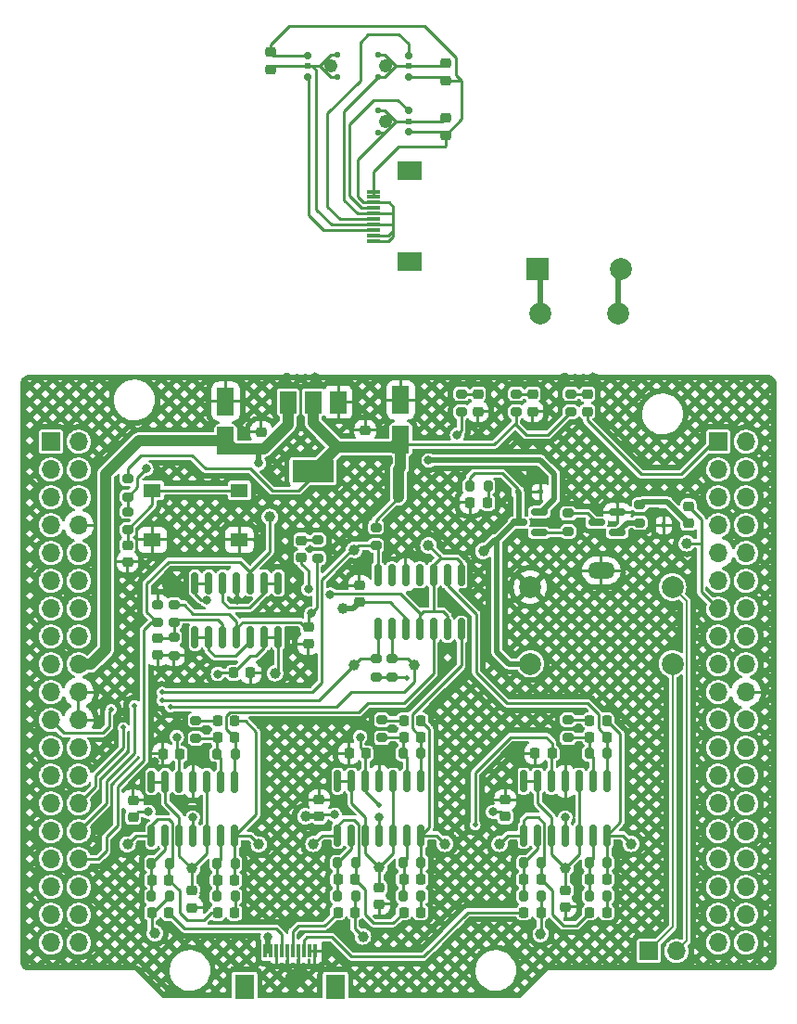
<source format=gbr>
%TF.GenerationSoftware,KiCad,Pcbnew,(6.0.8)*%
%TF.CreationDate,2022-11-02T21:14:56+01:00*%
%TF.ProjectId,inzynierka,696e7a79-6e69-4657-926b-612e6b696361,rev?*%
%TF.SameCoordinates,Original*%
%TF.FileFunction,Copper,L1,Top*%
%TF.FilePolarity,Positive*%
%FSLAX46Y46*%
G04 Gerber Fmt 4.6, Leading zero omitted, Abs format (unit mm)*
G04 Created by KiCad (PCBNEW (6.0.8)) date 2022-11-02 21:14:56*
%MOMM*%
%LPD*%
G01*
G04 APERTURE LIST*
G04 Aperture macros list*
%AMRoundRect*
0 Rectangle with rounded corners*
0 $1 Rounding radius*
0 $2 $3 $4 $5 $6 $7 $8 $9 X,Y pos of 4 corners*
0 Add a 4 corners polygon primitive as box body*
4,1,4,$2,$3,$4,$5,$6,$7,$8,$9,$2,$3,0*
0 Add four circle primitives for the rounded corners*
1,1,$1+$1,$2,$3*
1,1,$1+$1,$4,$5*
1,1,$1+$1,$6,$7*
1,1,$1+$1,$8,$9*
0 Add four rect primitives between the rounded corners*
20,1,$1+$1,$2,$3,$4,$5,0*
20,1,$1+$1,$4,$5,$6,$7,0*
20,1,$1+$1,$6,$7,$8,$9,0*
20,1,$1+$1,$8,$9,$2,$3,0*%
G04 Aperture macros list end*
%TA.AperFunction,SMDPad,CuDef*%
%ADD10RoundRect,0.225000X0.225000X0.250000X-0.225000X0.250000X-0.225000X-0.250000X0.225000X-0.250000X0*%
%TD*%
%TA.AperFunction,SMDPad,CuDef*%
%ADD11RoundRect,0.200000X-0.275000X0.200000X-0.275000X-0.200000X0.275000X-0.200000X0.275000X0.200000X0*%
%TD*%
%TA.AperFunction,SMDPad,CuDef*%
%ADD12RoundRect,0.200000X-0.200000X-0.275000X0.200000X-0.275000X0.200000X0.275000X-0.200000X0.275000X0*%
%TD*%
%TA.AperFunction,SMDPad,CuDef*%
%ADD13RoundRect,0.150000X0.587500X0.150000X-0.587500X0.150000X-0.587500X-0.150000X0.587500X-0.150000X0*%
%TD*%
%TA.AperFunction,SMDPad,CuDef*%
%ADD14RoundRect,0.218750X-0.256250X0.218750X-0.256250X-0.218750X0.256250X-0.218750X0.256250X0.218750X0*%
%TD*%
%TA.AperFunction,SMDPad,CuDef*%
%ADD15RoundRect,0.225000X-0.225000X-0.250000X0.225000X-0.250000X0.225000X0.250000X-0.225000X0.250000X0*%
%TD*%
%TA.AperFunction,SMDPad,CuDef*%
%ADD16RoundRect,0.250000X0.550000X-1.050000X0.550000X1.050000X-0.550000X1.050000X-0.550000X-1.050000X0*%
%TD*%
%TA.AperFunction,SMDPad,CuDef*%
%ADD17RoundRect,0.225000X0.250000X-0.225000X0.250000X0.225000X-0.250000X0.225000X-0.250000X-0.225000X0*%
%TD*%
%TA.AperFunction,ComponentPad*%
%ADD18R,1.700000X1.700000*%
%TD*%
%TA.AperFunction,ComponentPad*%
%ADD19O,1.700000X1.700000*%
%TD*%
%TA.AperFunction,SMDPad,CuDef*%
%ADD20R,1.550000X1.300000*%
%TD*%
%TA.AperFunction,SMDPad,CuDef*%
%ADD21R,1.500000X2.000000*%
%TD*%
%TA.AperFunction,SMDPad,CuDef*%
%ADD22R,3.800000X2.000000*%
%TD*%
%TA.AperFunction,SMDPad,CuDef*%
%ADD23RoundRect,0.200000X0.275000X-0.200000X0.275000X0.200000X-0.275000X0.200000X-0.275000X-0.200000X0*%
%TD*%
%TA.AperFunction,SMDPad,CuDef*%
%ADD24RoundRect,0.225000X-0.250000X0.225000X-0.250000X-0.225000X0.250000X-0.225000X0.250000X0.225000X0*%
%TD*%
%TA.AperFunction,SMDPad,CuDef*%
%ADD25C,0.723000*%
%TD*%
%TA.AperFunction,SMDPad,CuDef*%
%ADD26C,0.562000*%
%TD*%
%TA.AperFunction,SMDPad,CuDef*%
%ADD27C,0.612000*%
%TD*%
%TA.AperFunction,SMDPad,CuDef*%
%ADD28C,1.224000*%
%TD*%
%TA.AperFunction,SMDPad,CuDef*%
%ADD29C,2.000000*%
%TD*%
%TA.AperFunction,SMDPad,CuDef*%
%ADD30RoundRect,0.200000X0.200000X0.275000X-0.200000X0.275000X-0.200000X-0.275000X0.200000X-0.275000X0*%
%TD*%
%TA.AperFunction,SMDPad,CuDef*%
%ADD31C,1.000000*%
%TD*%
%TA.AperFunction,SMDPad,CuDef*%
%ADD32RoundRect,0.218750X0.218750X0.256250X-0.218750X0.256250X-0.218750X-0.256250X0.218750X-0.256250X0*%
%TD*%
%TA.AperFunction,SMDPad,CuDef*%
%ADD33RoundRect,0.150000X0.150000X-0.825000X0.150000X0.825000X-0.150000X0.825000X-0.150000X-0.825000X0*%
%TD*%
%TA.AperFunction,ComponentPad*%
%ADD34R,2.000000X2.000000*%
%TD*%
%TA.AperFunction,ComponentPad*%
%ADD35C,2.000000*%
%TD*%
%TA.AperFunction,SMDPad,CuDef*%
%ADD36R,0.600000X0.450000*%
%TD*%
%TA.AperFunction,SMDPad,CuDef*%
%ADD37R,0.300000X1.300000*%
%TD*%
%TA.AperFunction,SMDPad,CuDef*%
%ADD38R,1.800000X2.200000*%
%TD*%
%TA.AperFunction,SMDPad,CuDef*%
%ADD39R,0.450000X0.600000*%
%TD*%
%TA.AperFunction,ComponentPad*%
%ADD40O,2.500000X1.524000*%
%TD*%
%TA.AperFunction,SMDPad,CuDef*%
%ADD41R,1.300000X0.300000*%
%TD*%
%TA.AperFunction,SMDPad,CuDef*%
%ADD42R,2.200000X1.800000*%
%TD*%
%TA.AperFunction,ViaPad*%
%ADD43C,0.800000*%
%TD*%
%TA.AperFunction,ViaPad*%
%ADD44C,1.000000*%
%TD*%
%TA.AperFunction,ViaPad*%
%ADD45C,0.500000*%
%TD*%
%TA.AperFunction,Conductor*%
%ADD46C,0.250000*%
%TD*%
%TA.AperFunction,Conductor*%
%ADD47C,1.000000*%
%TD*%
%TA.AperFunction,Conductor*%
%ADD48C,0.500000*%
%TD*%
%TA.AperFunction,Conductor*%
%ADD49C,0.200000*%
%TD*%
G04 APERTURE END LIST*
D10*
%TO.P,C310,1*%
%TO.N,OPERATING_POINT*%
X103025000Y-114700000D03*
%TO.P,C310,2*%
%TO.N,GND*%
X101475000Y-114700000D03*
%TD*%
%TO.P,C203,1*%
%TO.N,/MIC_0/MIC_RAW*%
X85025000Y-129250000D03*
%TO.P,C203,2*%
%TO.N,Net-(C203-Pad2)*%
X83475000Y-129250000D03*
%TD*%
D11*
%TO.P,R501,1*%
%TO.N,Net-(Q502-Pad3)*%
X121494000Y-92791000D03*
%TO.P,R501,2*%
%TO.N,Net-(Q501-Pad1)*%
X121494000Y-94441000D03*
%TD*%
D12*
%TO.P,R306,1*%
%TO.N,Net-(C309-Pad1)*%
X106425000Y-114700000D03*
%TO.P,R306,2*%
%TO.N,MIC_1*%
X108075000Y-114700000D03*
%TD*%
D13*
%TO.P,Q501,1,B*%
%TO.N,Net-(Q501-Pad1)*%
X118875500Y-94566000D03*
%TO.P,Q501,2,E*%
%TO.N,+5V*%
X118875500Y-92666000D03*
%TO.P,Q501,3,C*%
%TO.N,Net-(D501-Pad1)*%
X117000500Y-93616000D03*
%TD*%
D12*
%TO.P,R503,1*%
%TO.N,Net-(D501-Pad1)*%
X112527333Y-90316106D03*
%TO.P,R503,2*%
%TO.N,Net-(D502-Pad1)*%
X114177333Y-90316106D03*
%TD*%
D14*
%TO.P,D102,1,K*%
%TO.N,Net-(D102-Pad1)*%
X118252333Y-81912500D03*
%TO.P,D102,2,A*%
%TO.N,GND*%
X118252333Y-83487500D03*
%TD*%
D15*
%TO.P,C409,1*%
%TO.N,Net-(C409-Pad1)*%
X123475000Y-113200000D03*
%TO.P,C409,2*%
%TO.N,MIC_2*%
X125025000Y-113200000D03*
%TD*%
D16*
%TO.P,C104,1*%
%TO.N,+3V3*%
X106209500Y-86033000D03*
%TO.P,C104,2*%
%TO.N,GND*%
X106209500Y-82433000D03*
%TD*%
D11*
%TO.P,R205,1*%
%TO.N,Net-(C208-Pad2)*%
X87500000Y-111675000D03*
%TO.P,R205,2*%
%TO.N,Net-(C209-Pad1)*%
X87500000Y-113325000D03*
%TD*%
D17*
%TO.P,C402,1*%
%TO.N,+3V3*%
X115750000Y-120475000D03*
%TO.P,C402,2*%
%TO.N,GND*%
X115750000Y-118925000D03*
%TD*%
D18*
%TO.P,J104,1,Pin_1*%
%TO.N,/TRANSMITER/BUZZER+*%
X128860000Y-132732000D03*
D19*
%TO.P,J104,2,Pin_2*%
%TO.N,/TRANSMITER/BUZZER-*%
X131400000Y-132732000D03*
%TD*%
D16*
%TO.P,C101,1*%
%TO.N,+5V*%
X90209500Y-86170500D03*
%TO.P,C101,2*%
%TO.N,GND*%
X90209500Y-82570500D03*
%TD*%
D20*
%TO.P,SW101,1,A*%
%TO.N,Net-(C112-Pad1)*%
X91475000Y-90700000D03*
X83525000Y-90700000D03*
%TO.P,SW101,2,B*%
%TO.N,GND*%
X83525000Y-95200000D03*
X91475000Y-95200000D03*
%TD*%
D21*
%TO.P,U101,1,GND*%
%TO.N,GND*%
X100509500Y-82633000D03*
D22*
%TO.P,U101,2,VO*%
%TO.N,+3V3*%
X98209500Y-88933000D03*
D21*
X98209500Y-82633000D03*
%TO.P,U101,3,VI*%
%TO.N,+5V*%
X95909500Y-82633000D03*
%TD*%
D15*
%TO.P,C209,1*%
%TO.N,Net-(C209-Pad1)*%
X89475000Y-113250000D03*
%TO.P,C209,2*%
%TO.N,MIC_0*%
X91025000Y-113250000D03*
%TD*%
D23*
%TO.P,R502,1*%
%TO.N,Net-(Q502-Pad1)*%
X128052333Y-93641106D03*
%TO.P,R502,2*%
%TO.N,Net-(C501-Pad1)*%
X128052333Y-91991106D03*
%TD*%
D12*
%TO.P,R302,1*%
%TO.N,Net-(C305-Pad1)*%
X100425000Y-124700000D03*
%TO.P,R302,2*%
%TO.N,Net-(C305-Pad2)*%
X102075000Y-124700000D03*
%TD*%
D17*
%TO.P,C102,1*%
%TO.N,+5V*%
X93459500Y-86895500D03*
%TO.P,C102,2*%
%TO.N,GND*%
X93459500Y-85345500D03*
%TD*%
%TO.P,C204,1*%
%TO.N,GND*%
X87152333Y-128791106D03*
%TO.P,C204,2*%
%TO.N,Net-(C204-Pad2)*%
X87152333Y-127241106D03*
%TD*%
D24*
%TO.P,C112,1*%
%TO.N,Net-(C112-Pad1)*%
X81250000Y-95675000D03*
%TO.P,C112,2*%
%TO.N,GND*%
X81250000Y-97225000D03*
%TD*%
D25*
%TO.P,U201,1,OUTPUT*%
%TO.N,Net-(J105-Pad5)*%
X106895000Y-51014106D03*
D26*
%TO.P,U201,2,GND*%
%TO.N,GND*%
X104158000Y-50965106D03*
%TO.P,U201,3,GND*%
X104158000Y-52995106D03*
D25*
%TO.P,U201,4,VDD*%
%TO.N,+3V3*%
X106895000Y-52946106D03*
D27*
%TO.P,U201,5,GND*%
%TO.N,GND*%
X106895000Y-51980106D03*
D28*
%TO.P,U201,6,GND*%
X104792000Y-51980106D03*
%TD*%
D15*
%TO.P,C205,1*%
%TO.N,Net-(C205-Pad1)*%
X83475000Y-126250000D03*
%TO.P,C205,2*%
%TO.N,Net-(C205-Pad2)*%
X85025000Y-126250000D03*
%TD*%
D29*
%TO.P,TP108,1,1*%
%TO.N,Net-(BZ101-Pad2)*%
X126066000Y-74566000D03*
%TD*%
D15*
%TO.P,C207,1*%
%TO.N,Net-(C207-Pad1)*%
X89475000Y-126250000D03*
%TO.P,C207,2*%
%TO.N,Net-(C207-Pad2)*%
X91025000Y-126250000D03*
%TD*%
D23*
%TO.P,R110,1*%
%TO.N,+3V3*%
X121752333Y-83525000D03*
%TO.P,R110,2*%
%TO.N,Net-(D104-Pad1)*%
X121752333Y-81875000D03*
%TD*%
%TO.P,R111,1*%
%TO.N,Net-(C112-Pad1)*%
X81250000Y-94275000D03*
%TO.P,R111,2*%
%TO.N,DBG_BUT*%
X81250000Y-92625000D03*
%TD*%
D11*
%TO.P,R106,1*%
%TO.N,Net-(C108-Pad1)*%
X85500000Y-104125000D03*
%TO.P,R106,2*%
%TO.N,GND*%
X85500000Y-105775000D03*
%TD*%
D15*
%TO.P,C305,1*%
%TO.N,Net-(C305-Pad1)*%
X100475000Y-126200000D03*
%TO.P,C305,2*%
%TO.N,Net-(C305-Pad2)*%
X102025000Y-126200000D03*
%TD*%
D23*
%TO.P,R102,1*%
%TO.N,+3V3*%
X103936000Y-107715000D03*
%TO.P,R102,2*%
%TO.N,OUT_1*%
X103936000Y-106065000D03*
%TD*%
D30*
%TO.P,R203,1*%
%TO.N,Net-(C206-Pad2)*%
X91075000Y-127750000D03*
%TO.P,R203,2*%
%TO.N,Net-(C207-Pad1)*%
X89425000Y-127750000D03*
%TD*%
D15*
%TO.P,C107,1*%
%TO.N,OPERATING_POINT*%
X90945000Y-107330000D03*
%TO.P,C107,2*%
%TO.N,GND*%
X92495000Y-107330000D03*
%TD*%
D12*
%TO.P,R202,1*%
%TO.N,Net-(C205-Pad1)*%
X83425000Y-124750000D03*
%TO.P,R202,2*%
%TO.N,Net-(C205-Pad2)*%
X85075000Y-124750000D03*
%TD*%
D31*
%TO.P,TP106,1,1*%
%TO.N,THRESHOLD_MCU*%
X94252333Y-93116106D03*
%TD*%
D17*
%TO.P,C202,1*%
%TO.N,+3V3*%
X81750000Y-120525000D03*
%TO.P,C202,2*%
%TO.N,GND*%
X81750000Y-118975000D03*
%TD*%
D14*
%TO.P,D101,1,K*%
%TO.N,Net-(D101-Pad1)*%
X113250000Y-81912500D03*
%TO.P,D101,2,A*%
%TO.N,GND*%
X113250000Y-83487500D03*
%TD*%
D31*
%TO.P,TP304,1,1*%
%TO.N,Net-(C304-Pad2)*%
X104252333Y-125116106D03*
%TD*%
D32*
%TO.P,D502,1,K*%
%TO.N,Net-(D502-Pad1)*%
X114139833Y-91816106D03*
%TO.P,D502,2,A*%
%TO.N,GND*%
X112564833Y-91816106D03*
%TD*%
D10*
%TO.P,C408,1*%
%TO.N,Net-(C407-Pad2)*%
X125025000Y-111700000D03*
%TO.P,C408,2*%
%TO.N,Net-(C408-Pad2)*%
X123475000Y-111700000D03*
%TD*%
D15*
%TO.P,C405,1*%
%TO.N,Net-(C405-Pad1)*%
X117475000Y-126200000D03*
%TO.P,C405,2*%
%TO.N,Net-(C405-Pad2)*%
X119025000Y-126200000D03*
%TD*%
%TO.P,C309,1*%
%TO.N,Net-(C309-Pad1)*%
X106475000Y-113200000D03*
%TO.P,C309,2*%
%TO.N,MIC_1*%
X108025000Y-113200000D03*
%TD*%
D25*
%TO.P,U401,1,OUTPUT*%
%TO.N,Net-(J105-Pad7)*%
X106895000Y-56014106D03*
D26*
%TO.P,U401,2,GND*%
%TO.N,GND*%
X104158000Y-55965106D03*
%TO.P,U401,3,GND*%
X104158000Y-57995106D03*
D25*
%TO.P,U401,4,VDD*%
%TO.N,+3V3*%
X106895000Y-57946106D03*
D27*
%TO.P,U401,5,GND*%
%TO.N,GND*%
X106895000Y-56980106D03*
D28*
%TO.P,U401,6,GND*%
X104792000Y-56980106D03*
%TD*%
D23*
%TO.P,R104,1*%
%TO.N,THRESHOLD_MCU*%
X84000000Y-102775000D03*
%TO.P,R104,2*%
%TO.N,GND*%
X84000000Y-101125000D03*
%TD*%
D11*
%TO.P,R105,1*%
%TO.N,+3V3*%
X85500000Y-101125000D03*
%TO.P,R105,2*%
%TO.N,Net-(C108-Pad1)*%
X85500000Y-102775000D03*
%TD*%
D17*
%TO.P,C401,1*%
%TO.N,+3V3*%
X110292000Y-58255106D03*
%TO.P,C401,2*%
%TO.N,GND*%
X110292000Y-56705106D03*
%TD*%
D12*
%TO.P,R204,1*%
%TO.N,Net-(C207-Pad1)*%
X89425000Y-124750000D03*
%TO.P,R204,2*%
%TO.N,Net-(C207-Pad2)*%
X91075000Y-124750000D03*
%TD*%
D33*
%TO.P,U402,1*%
%TO.N,Net-(C405-Pad2)*%
X117440000Y-122175000D03*
%TO.P,U402,2,-*%
%TO.N,Net-(C405-Pad1)*%
X118710000Y-122175000D03*
%TO.P,U402,3,+*%
%TO.N,Net-(C404-Pad2)*%
X119980000Y-122175000D03*
%TO.P,U402,4,V+*%
%TO.N,+3V3*%
X121250000Y-122175000D03*
%TO.P,U402,5,+*%
%TO.N,Net-(C404-Pad2)*%
X122520000Y-122175000D03*
%TO.P,U402,6,-*%
%TO.N,Net-(C407-Pad1)*%
X123790000Y-122175000D03*
%TO.P,U402,7*%
%TO.N,Net-(C407-Pad2)*%
X125060000Y-122175000D03*
%TO.P,U402,8*%
%TO.N,MIC_2*%
X125060000Y-117225000D03*
%TO.P,U402,9,-*%
%TO.N,Net-(C409-Pad1)*%
X123790000Y-117225000D03*
%TO.P,U402,10,+*%
%TO.N,Net-(C404-Pad2)*%
X122520000Y-117225000D03*
%TO.P,U402,11,V-*%
%TO.N,GND*%
X121250000Y-117225000D03*
%TO.P,U402,12,+*%
%TO.N,OPERATING_POINT*%
X119980000Y-117225000D03*
%TO.P,U402,13,-*%
%TO.N,Net-(C404-Pad2)*%
X118710000Y-117225000D03*
%TO.P,U402,14*%
X117440000Y-117225000D03*
%TD*%
D24*
%TO.P,C301,1*%
%TO.N,+3V3*%
X94292000Y-50705106D03*
%TO.P,C301,2*%
%TO.N,GND*%
X94292000Y-52255106D03*
%TD*%
D17*
%TO.P,C304,1*%
%TO.N,GND*%
X104250000Y-128475000D03*
%TO.P,C304,2*%
%TO.N,Net-(C304-Pad2)*%
X104250000Y-126925000D03*
%TD*%
D33*
%TO.P,U102,1*%
%TO.N,Net-(U102-Pad1)*%
X87410000Y-104095000D03*
%TO.P,U102,2,-*%
X88680000Y-104095000D03*
%TO.P,U102,3,+*%
%TO.N,Net-(C108-Pad1)*%
X89950000Y-104095000D03*
%TO.P,U102,4,V+*%
%TO.N,+3V3*%
X91220000Y-104095000D03*
%TO.P,U102,5,+*%
%TO.N,Net-(U102-Pad1)*%
X92490000Y-104095000D03*
%TO.P,U102,6,-*%
%TO.N,OPERATING_POINT*%
X93760000Y-104095000D03*
%TO.P,U102,7*%
X95030000Y-104095000D03*
%TO.P,U102,8*%
%TO.N,Net-(U102-Pad12)*%
X95030000Y-99145000D03*
%TO.P,U102,9,-*%
X93760000Y-99145000D03*
%TO.P,U102,10,+*%
%TO.N,THRESHOLD_MCU*%
X92490000Y-99145000D03*
%TO.P,U102,11,V-*%
%TO.N,GND*%
X91220000Y-99145000D03*
%TO.P,U102,12,+*%
%TO.N,Net-(U102-Pad12)*%
X89950000Y-99145000D03*
%TO.P,U102,13,-*%
%TO.N,THRESHOLD_OP*%
X88680000Y-99145000D03*
%TO.P,U102,14*%
X87410000Y-99145000D03*
%TD*%
D15*
%TO.P,C406,1*%
%TO.N,Net-(C405-Pad2)*%
X123475000Y-129200000D03*
%TO.P,C406,2*%
%TO.N,Net-(C406-Pad2)*%
X125025000Y-129200000D03*
%TD*%
D30*
%TO.P,R401,1*%
%TO.N,Net-(C403-Pad2)*%
X119075000Y-127700000D03*
%TO.P,R401,2*%
%TO.N,Net-(C405-Pad1)*%
X117425000Y-127700000D03*
%TD*%
D11*
%TO.P,R103,1*%
%TO.N,+3V3*%
X103936000Y-94065000D03*
%TO.P,R103,2*%
%TO.N,OUT_2*%
X103936000Y-95715000D03*
%TD*%
D23*
%TO.P,R107,1*%
%TO.N,+5V*%
X111750000Y-83525000D03*
%TO.P,R107,2*%
%TO.N,Net-(D101-Pad1)*%
X111750000Y-81875000D03*
%TD*%
D31*
%TO.P,TP301,1,1*%
%TO.N,Net-(C303-Pad2)*%
X102752333Y-131416106D03*
%TD*%
D13*
%TO.P,Q502,1,B*%
%TO.N,Net-(Q502-Pad1)*%
X125987500Y-94566000D03*
%TO.P,Q502,2,E*%
%TO.N,GND*%
X125987500Y-92666000D03*
%TO.P,Q502,3,C*%
%TO.N,Net-(Q502-Pad3)*%
X124112500Y-93616000D03*
%TD*%
D17*
%TO.P,C201,1*%
%TO.N,+3V3*%
X110292000Y-53255106D03*
%TO.P,C201,2*%
%TO.N,GND*%
X110292000Y-51705106D03*
%TD*%
D31*
%TO.P,TP404,1,1*%
%TO.N,Net-(C404-Pad2)*%
X121250000Y-125200000D03*
%TD*%
D17*
%TO.P,C404,1*%
%TO.N,GND*%
X121250000Y-128725000D03*
%TO.P,C404,2*%
%TO.N,Net-(C404-Pad2)*%
X121250000Y-127175000D03*
%TD*%
D31*
%TO.P,TP403,1,1*%
%TO.N,Net-(C407-Pad2)*%
X127250000Y-122950000D03*
%TD*%
D11*
%TO.P,R405,1*%
%TO.N,Net-(C408-Pad2)*%
X121500000Y-111625000D03*
%TO.P,R405,2*%
%TO.N,Net-(C409-Pad1)*%
X121500000Y-113275000D03*
%TD*%
D17*
%TO.P,C103,1*%
%TO.N,+3V3*%
X102959500Y-86758000D03*
%TO.P,C103,2*%
%TO.N,GND*%
X102959500Y-85208000D03*
%TD*%
D10*
%TO.P,C410,1*%
%TO.N,OPERATING_POINT*%
X120025000Y-114700000D03*
%TO.P,C410,2*%
%TO.N,GND*%
X118475000Y-114700000D03*
%TD*%
%TO.P,C308,1*%
%TO.N,Net-(C307-Pad2)*%
X108025000Y-111700000D03*
%TO.P,C308,2*%
%TO.N,Net-(C308-Pad2)*%
X106475000Y-111700000D03*
%TD*%
D15*
%TO.P,C307,1*%
%TO.N,Net-(C307-Pad1)*%
X106475000Y-126200000D03*
%TO.P,C307,2*%
%TO.N,Net-(C307-Pad2)*%
X108025000Y-126200000D03*
%TD*%
D33*
%TO.P,U302,1*%
%TO.N,Net-(C305-Pad2)*%
X100440000Y-122175000D03*
%TO.P,U302,2,-*%
%TO.N,Net-(C305-Pad1)*%
X101710000Y-122175000D03*
%TO.P,U302,3,+*%
%TO.N,Net-(C304-Pad2)*%
X102980000Y-122175000D03*
%TO.P,U302,4,V+*%
%TO.N,+3V3*%
X104250000Y-122175000D03*
%TO.P,U302,5,+*%
%TO.N,Net-(C304-Pad2)*%
X105520000Y-122175000D03*
%TO.P,U302,6,-*%
%TO.N,Net-(C307-Pad1)*%
X106790000Y-122175000D03*
%TO.P,U302,7*%
%TO.N,Net-(C307-Pad2)*%
X108060000Y-122175000D03*
%TO.P,U302,8*%
%TO.N,MIC_1*%
X108060000Y-117225000D03*
%TO.P,U302,9,-*%
%TO.N,Net-(C309-Pad1)*%
X106790000Y-117225000D03*
%TO.P,U302,10,+*%
%TO.N,Net-(C304-Pad2)*%
X105520000Y-117225000D03*
%TO.P,U302,11,V-*%
%TO.N,GND*%
X104250000Y-117225000D03*
%TO.P,U302,12,+*%
%TO.N,OPERATING_POINT*%
X102980000Y-117225000D03*
%TO.P,U302,13,-*%
%TO.N,Net-(C304-Pad2)*%
X101710000Y-117225000D03*
%TO.P,U302,14*%
X100440000Y-117225000D03*
%TD*%
D31*
%TO.P,TP104,1,1*%
%TO.N,OUT_1*%
X101936000Y-106640000D03*
%TD*%
%TO.P,TP402,1,1*%
%TO.N,Net-(C405-Pad2)*%
X115250000Y-122950000D03*
%TD*%
D30*
%TO.P,R403,1*%
%TO.N,Net-(C406-Pad2)*%
X125075000Y-127700000D03*
%TO.P,R403,2*%
%TO.N,Net-(C407-Pad1)*%
X123425000Y-127700000D03*
%TD*%
D31*
%TO.P,TP303,1,1*%
%TO.N,Net-(C307-Pad2)*%
X110250000Y-122950000D03*
%TD*%
D10*
%TO.P,C210,1*%
%TO.N,OPERATING_POINT*%
X86025000Y-114750000D03*
%TO.P,C210,2*%
%TO.N,GND*%
X84475000Y-114750000D03*
%TD*%
D31*
%TO.P,TP101,1,1*%
%TO.N,THRESHOLD_OP*%
X108750000Y-95700000D03*
%TD*%
D17*
%TO.P,C302,1*%
%TO.N,+3V3*%
X98750000Y-120475000D03*
%TO.P,C302,2*%
%TO.N,GND*%
X98750000Y-118925000D03*
%TD*%
D34*
%TO.P,BZ101,1,-*%
%TO.N,Net-(BZ101-Pad1)*%
X118700000Y-70502000D03*
D35*
%TO.P,BZ101,2,+*%
%TO.N,Net-(BZ101-Pad2)*%
X126300000Y-70502000D03*
%TD*%
D33*
%TO.P,U103,1,OUT2*%
%TO.N,OUT_1*%
X104126000Y-103365000D03*
%TO.P,U103,2,OUT1*%
%TO.N,OUT_0*%
X105396000Y-103365000D03*
%TO.P,U103,3,VCC+*%
%TO.N,+3V3*%
X106666000Y-103365000D03*
%TO.P,U103,4,NEG1*%
%TO.N,THRESHOLD_OP*%
X107936000Y-103365000D03*
%TO.P,U103,5,POS1*%
%TO.N,MIC_0*%
X109206000Y-103365000D03*
%TO.P,U103,6,NEG2*%
%TO.N,THRESHOLD_OP*%
X110476000Y-103365000D03*
%TO.P,U103,7,POS2*%
%TO.N,MIC_1*%
X111746000Y-103365000D03*
%TO.P,U103,8,NEG3*%
%TO.N,THRESHOLD_OP*%
X111746000Y-98415000D03*
%TO.P,U103,9,POS3*%
%TO.N,MIC_2*%
X110476000Y-98415000D03*
%TO.P,U103,10,NEG4*%
%TO.N,THRESHOLD_OP*%
X109206000Y-98415000D03*
%TO.P,U103,11,POS4*%
%TO.N,unconnected-(U103-Pad11)*%
X107936000Y-98415000D03*
%TO.P,U103,12,VCC-*%
%TO.N,GND*%
X106666000Y-98415000D03*
%TO.P,U103,13,OUT4*%
%TO.N,unconnected-(U103-Pad13)*%
X105396000Y-98415000D03*
%TO.P,U103,14,OUT3*%
%TO.N,OUT_2*%
X104126000Y-98415000D03*
%TD*%
D30*
%TO.P,R301,1*%
%TO.N,Net-(C303-Pad2)*%
X102075000Y-127700000D03*
%TO.P,R301,2*%
%TO.N,Net-(C305-Pad1)*%
X100425000Y-127700000D03*
%TD*%
D31*
%TO.P,TP501,1,1*%
%TO.N,Net-(D501-Pad1)*%
X113752333Y-96216106D03*
%TD*%
D15*
%TO.P,C306,1*%
%TO.N,Net-(C305-Pad2)*%
X106475000Y-129200000D03*
%TO.P,C306,2*%
%TO.N,Net-(C306-Pad2)*%
X108025000Y-129200000D03*
%TD*%
D23*
%TO.P,R108,1*%
%TO.N,+3V3*%
X116752333Y-83525000D03*
%TO.P,R108,2*%
%TO.N,Net-(D102-Pad1)*%
X116752333Y-81875000D03*
%TD*%
D15*
%TO.P,C407,1*%
%TO.N,Net-(C407-Pad1)*%
X123475000Y-126200000D03*
%TO.P,C407,2*%
%TO.N,Net-(C407-Pad2)*%
X125025000Y-126200000D03*
%TD*%
%TO.P,C206,1*%
%TO.N,Net-(C205-Pad2)*%
X89475000Y-129250000D03*
%TO.P,C206,2*%
%TO.N,Net-(C206-Pad2)*%
X91025000Y-129250000D03*
%TD*%
D36*
%TO.P,D501,1,K*%
%TO.N,Net-(D501-Pad1)*%
X116888000Y-90822000D03*
%TO.P,D501,2,A*%
%TO.N,GND*%
X118988000Y-90822000D03*
%TD*%
D12*
%TO.P,R402,1*%
%TO.N,Net-(C405-Pad1)*%
X117425000Y-124700000D03*
%TO.P,R402,2*%
%TO.N,Net-(C405-Pad2)*%
X119075000Y-124700000D03*
%TD*%
D31*
%TO.P,TP202,1,1*%
%TO.N,Net-(C205-Pad2)*%
X81250000Y-123000000D03*
%TD*%
%TO.P,TP201,1,1*%
%TO.N,Net-(C203-Pad2)*%
X83752333Y-131116106D03*
%TD*%
D14*
%TO.P,D103,1,K*%
%TO.N,Net-(D103-Pad1)*%
X97152333Y-95253606D03*
%TO.P,D103,2,A*%
%TO.N,THRESHOLD_OP*%
X97152333Y-96828606D03*
%TD*%
D12*
%TO.P,R406,1*%
%TO.N,Net-(C409-Pad1)*%
X123425000Y-114700000D03*
%TO.P,R406,2*%
%TO.N,MIC_2*%
X125075000Y-114700000D03*
%TD*%
D31*
%TO.P,TP302,1,1*%
%TO.N,Net-(C305-Pad2)*%
X98250000Y-122950000D03*
%TD*%
D14*
%TO.P,D104,1,K*%
%TO.N,Net-(D104-Pad1)*%
X123252333Y-81912500D03*
%TO.P,D104,2,A*%
%TO.N,DBG_LED*%
X123252333Y-83487500D03*
%TD*%
D11*
%TO.P,R305,1*%
%TO.N,Net-(C308-Pad2)*%
X104500000Y-111625000D03*
%TO.P,R305,2*%
%TO.N,Net-(C309-Pad1)*%
X104500000Y-113275000D03*
%TD*%
D15*
%TO.P,C403,1*%
%TO.N,/MIC_2/MIC_RAW*%
X117475000Y-129200000D03*
%TO.P,C403,2*%
%TO.N,Net-(C403-Pad2)*%
X119025000Y-129200000D03*
%TD*%
D23*
%TO.P,R109,1*%
%TO.N,+3V3*%
X98652333Y-96866106D03*
%TO.P,R109,2*%
%TO.N,Net-(D103-Pad1)*%
X98652333Y-95216106D03*
%TD*%
D12*
%TO.P,R206,1*%
%TO.N,Net-(C209-Pad1)*%
X89425000Y-114750000D03*
%TO.P,R206,2*%
%TO.N,MIC_0*%
X91075000Y-114750000D03*
%TD*%
D31*
%TO.P,TP203,1,1*%
%TO.N,Net-(C207-Pad2)*%
X93250000Y-123000000D03*
%TD*%
D12*
%TO.P,R404,1*%
%TO.N,Net-(C407-Pad1)*%
X123425000Y-124700000D03*
%TO.P,R404,2*%
%TO.N,Net-(C407-Pad2)*%
X125075000Y-124700000D03*
%TD*%
D17*
%TO.P,C501,1*%
%TO.N,Net-(C501-Pad1)*%
X132500000Y-93691106D03*
%TO.P,C501,2*%
%TO.N,PIEZO*%
X132500000Y-92141106D03*
%TD*%
D30*
%TO.P,R303,1*%
%TO.N,Net-(C306-Pad2)*%
X108075000Y-127700000D03*
%TO.P,R303,2*%
%TO.N,Net-(C307-Pad1)*%
X106425000Y-127700000D03*
%TD*%
D31*
%TO.P,TP502,1,1*%
%TO.N,PIEZO*%
X132352333Y-95516106D03*
%TD*%
D37*
%TO.P,J106,1,Pin_1*%
%TO.N,+3V3*%
X93844000Y-132726000D03*
%TO.P,J106,2,Pin_2*%
X94344000Y-132726000D03*
%TO.P,J106,3,Pin_3*%
%TO.N,GND*%
X94844000Y-132726000D03*
%TO.P,J106,4,Pin_4*%
%TO.N,/MIC_0/MIC_RAW*%
X95344000Y-132726000D03*
%TO.P,J106,5,Pin_5*%
%TO.N,GND*%
X95844000Y-132726000D03*
%TO.P,J106,6,Pin_6*%
%TO.N,/MIC_1/MIC_RAW*%
X96344000Y-132726000D03*
%TO.P,J106,7,Pin_7*%
%TO.N,GND*%
X96844000Y-132726000D03*
%TO.P,J106,8,Pin_8*%
%TO.N,/MIC_2/MIC_RAW*%
X97344000Y-132726000D03*
%TO.P,J106,9,Pin_9*%
%TO.N,GND*%
X97844000Y-132726000D03*
%TO.P,J106,10,Pin_10*%
X98344000Y-132726000D03*
D38*
%TO.P,J106,MP*%
%TO.N,N/C*%
X100244000Y-135976000D03*
X91944000Y-135976000D03*
%TD*%
D39*
%TO.P,D503,1,K*%
%TO.N,Net-(C501-Pad1)*%
X130252333Y-91766106D03*
%TO.P,D503,2,A*%
%TO.N,GND*%
X130252333Y-93866106D03*
%TD*%
D12*
%TO.P,R304,1*%
%TO.N,Net-(C307-Pad1)*%
X106425000Y-124700000D03*
%TO.P,R304,2*%
%TO.N,Net-(C307-Pad2)*%
X108075000Y-124700000D03*
%TD*%
D11*
%TO.P,R112,1*%
%TO.N,+3V3*%
X81250000Y-89625000D03*
%TO.P,R112,2*%
%TO.N,DBG_BUT*%
X81250000Y-91275000D03*
%TD*%
D29*
%TO.P,TP107,1,1*%
%TO.N,Net-(BZ101-Pad1)*%
X118954000Y-74566000D03*
%TD*%
D40*
%TO.P,T501,0*%
%TO.N,GND*%
X124542000Y-98014000D03*
D35*
%TO.P,T501,1,AA*%
%TO.N,/TRANSMITER/BUZZER+*%
X131042000Y-106514000D03*
%TO.P,T501,2,AB*%
%TO.N,/TRANSMITER/BUZZER-*%
X131042000Y-99514000D03*
%TO.P,T501,3,SA*%
%TO.N,GND*%
X118042000Y-99514000D03*
%TO.P,T501,4,SB*%
%TO.N,Net-(D501-Pad1)*%
X118042000Y-106514000D03*
%TD*%
D31*
%TO.P,TP401,1,1*%
%TO.N,Net-(C403-Pad2)*%
X119000000Y-131200000D03*
%TD*%
%TO.P,TP103,1,1*%
%TO.N,OUT_0*%
X107436000Y-106640000D03*
%TD*%
%TO.P,TP204,1,1*%
%TO.N,Net-(C204-Pad2)*%
X87152333Y-125216106D03*
%TD*%
D24*
%TO.P,C105,1*%
%TO.N,+3V3*%
X97750000Y-103175000D03*
%TO.P,C105,2*%
%TO.N,GND*%
X97750000Y-104725000D03*
%TD*%
D31*
%TO.P,TP102,1,1*%
%TO.N,OPERATING_POINT*%
X94720000Y-107370000D03*
%TD*%
D23*
%TO.P,R101,1*%
%TO.N,+3V3*%
X105436000Y-107715000D03*
%TO.P,R101,2*%
%TO.N,OUT_0*%
X105436000Y-106065000D03*
%TD*%
D33*
%TO.P,U202,1*%
%TO.N,Net-(C205-Pad2)*%
X83440000Y-122225000D03*
%TO.P,U202,2,-*%
%TO.N,Net-(C205-Pad1)*%
X84710000Y-122225000D03*
%TO.P,U202,3,+*%
%TO.N,Net-(C204-Pad2)*%
X85980000Y-122225000D03*
%TO.P,U202,4,V+*%
%TO.N,+3V3*%
X87250000Y-122225000D03*
%TO.P,U202,5,+*%
%TO.N,Net-(C204-Pad2)*%
X88520000Y-122225000D03*
%TO.P,U202,6,-*%
%TO.N,Net-(C207-Pad1)*%
X89790000Y-122225000D03*
%TO.P,U202,7*%
%TO.N,Net-(C207-Pad2)*%
X91060000Y-122225000D03*
%TO.P,U202,8*%
%TO.N,MIC_0*%
X91060000Y-117275000D03*
%TO.P,U202,9,-*%
%TO.N,Net-(C209-Pad1)*%
X89790000Y-117275000D03*
%TO.P,U202,10,+*%
%TO.N,Net-(C204-Pad2)*%
X88520000Y-117275000D03*
%TO.P,U202,11,V-*%
%TO.N,GND*%
X87250000Y-117275000D03*
%TO.P,U202,12,+*%
%TO.N,OPERATING_POINT*%
X85980000Y-117275000D03*
%TO.P,U202,13,-*%
%TO.N,Net-(C204-Pad2)*%
X84710000Y-117275000D03*
%TO.P,U202,14*%
X83440000Y-117275000D03*
%TD*%
D41*
%TO.P,J105,1,Pin_1*%
%TO.N,GND*%
X103732249Y-67917857D03*
%TO.P,J105,2,Pin_2*%
X103732249Y-67417857D03*
%TO.P,J105,3,Pin_3*%
%TO.N,Net-(J105-Pad3)*%
X103732249Y-66917857D03*
%TO.P,J105,4,Pin_4*%
%TO.N,GND*%
X103732249Y-66417857D03*
%TO.P,J105,5,Pin_5*%
%TO.N,Net-(J105-Pad5)*%
X103732249Y-65917857D03*
%TO.P,J105,6,Pin_6*%
%TO.N,GND*%
X103732249Y-65417857D03*
%TO.P,J105,7,Pin_7*%
%TO.N,Net-(J105-Pad7)*%
X103732249Y-64917857D03*
%TO.P,J105,8,Pin_8*%
%TO.N,GND*%
X103732249Y-64417857D03*
%TO.P,J105,9,Pin_9*%
%TO.N,+3V3*%
X103732249Y-63917857D03*
%TO.P,J105,10,Pin_10*%
X103732249Y-63417857D03*
D42*
%TO.P,J105,MP*%
%TO.N,N/C*%
X106982249Y-61517857D03*
X106982249Y-69817857D03*
%TD*%
D31*
%TO.P,TP105,1,1*%
%TO.N,OUT_2*%
X101952333Y-96116106D03*
%TD*%
D17*
%TO.P,C106,1*%
%TO.N,+3V3*%
X102436000Y-100915000D03*
%TO.P,C106,2*%
%TO.N,GND*%
X102436000Y-99365000D03*
%TD*%
D25*
%TO.P,U301,1,OUTPUT*%
%TO.N,Net-(J105-Pad3)*%
X97689000Y-52946106D03*
D26*
%TO.P,U301,2,GND*%
%TO.N,GND*%
X100426000Y-52995106D03*
%TO.P,U301,3,GND*%
X100426000Y-50965106D03*
D25*
%TO.P,U301,4,VDD*%
%TO.N,+3V3*%
X97689000Y-51014106D03*
D27*
%TO.P,U301,5,GND*%
%TO.N,GND*%
X97689000Y-51980106D03*
D28*
%TO.P,U301,6,GND*%
X99792000Y-51980106D03*
%TD*%
D30*
%TO.P,R201,1*%
%TO.N,Net-(C203-Pad2)*%
X85075000Y-127750000D03*
%TO.P,R201,2*%
%TO.N,Net-(C205-Pad1)*%
X83425000Y-127750000D03*
%TD*%
D24*
%TO.P,C108,1*%
%TO.N,Net-(C108-Pad1)*%
X84000000Y-104175000D03*
%TO.P,C108,2*%
%TO.N,GND*%
X84000000Y-105725000D03*
%TD*%
D10*
%TO.P,C208,1*%
%TO.N,Net-(C207-Pad2)*%
X91025000Y-111750000D03*
%TO.P,C208,2*%
%TO.N,Net-(C208-Pad2)*%
X89475000Y-111750000D03*
%TD*%
D15*
%TO.P,C303,1*%
%TO.N,/MIC_1/MIC_RAW*%
X100475000Y-129200000D03*
%TO.P,C303,2*%
%TO.N,Net-(C303-Pad2)*%
X102025000Y-129200000D03*
%TD*%
D18*
%TO.P,J102,1,Pin_1*%
%TO.N,DBG_LED*%
X135210000Y-86250000D03*
D19*
%TO.P,J102,2,Pin_2*%
%TO.N,unconnected-(J102-Pad2)*%
X137750000Y-86250000D03*
%TO.P,J102,3,Pin_3*%
%TO.N,unconnected-(J102-Pad3)*%
X135210000Y-88790000D03*
%TO.P,J102,4,Pin_4*%
%TO.N,unconnected-(J102-Pad4)*%
X137750000Y-88790000D03*
%TO.P,J102,5,Pin_5*%
%TO.N,unconnected-(J102-Pad5)*%
X135210000Y-91330000D03*
%TO.P,J102,6,Pin_6*%
%TO.N,unconnected-(J102-Pad6)*%
X137750000Y-91330000D03*
%TO.P,J102,7,Pin_7*%
%TO.N,unconnected-(J102-Pad7)*%
X135210000Y-93870000D03*
%TO.P,J102,8,Pin_8*%
%TO.N,unconnected-(J102-Pad8)*%
X137750000Y-93870000D03*
%TO.P,J102,9,Pin_9*%
%TO.N,GND*%
X135210000Y-96410000D03*
%TO.P,J102,10,Pin_10*%
%TO.N,unconnected-(J102-Pad10)*%
X137750000Y-96410000D03*
%TO.P,J102,11,Pin_11*%
%TO.N,unconnected-(J102-Pad11)*%
X135210000Y-98950000D03*
%TO.P,J102,12,Pin_12*%
%TO.N,unconnected-(J102-Pad12)*%
X137750000Y-98950000D03*
%TO.P,J102,13,Pin_13*%
%TO.N,PIEZO*%
X135210000Y-101490000D03*
%TO.P,J102,14,Pin_14*%
%TO.N,unconnected-(J102-Pad14)*%
X137750000Y-101490000D03*
%TO.P,J102,15,Pin_15*%
%TO.N,unconnected-(J102-Pad15)*%
X135210000Y-104030000D03*
%TO.P,J102,16,Pin_16*%
%TO.N,unconnected-(J102-Pad16)*%
X137750000Y-104030000D03*
%TO.P,J102,17,Pin_17*%
%TO.N,unconnected-(J102-Pad17)*%
X135210000Y-106570000D03*
%TO.P,J102,18,Pin_18*%
%TO.N,unconnected-(J102-Pad18)*%
X137750000Y-106570000D03*
%TO.P,J102,19,Pin_19*%
%TO.N,unconnected-(J102-Pad19)*%
X135210000Y-109110000D03*
%TO.P,J102,20,Pin_20*%
%TO.N,GND*%
X137750000Y-109110000D03*
%TO.P,J102,21,Pin_21*%
%TO.N,unconnected-(J102-Pad21)*%
X135210000Y-111650000D03*
%TO.P,J102,22,Pin_22*%
%TO.N,unconnected-(J102-Pad22)*%
X137750000Y-111650000D03*
%TO.P,J102,23,Pin_23*%
%TO.N,unconnected-(J102-Pad23)*%
X135210000Y-114190000D03*
%TO.P,J102,24,Pin_24*%
%TO.N,unconnected-(J102-Pad24)*%
X137750000Y-114190000D03*
%TO.P,J102,25,Pin_25*%
%TO.N,unconnected-(J102-Pad25)*%
X135210000Y-116730000D03*
%TO.P,J102,26,Pin_26*%
%TO.N,unconnected-(J102-Pad26)*%
X137750000Y-116730000D03*
%TO.P,J102,27,Pin_27*%
%TO.N,unconnected-(J102-Pad27)*%
X135210000Y-119270000D03*
%TO.P,J102,28,Pin_28*%
%TO.N,unconnected-(J102-Pad28)*%
X137750000Y-119270000D03*
%TO.P,J102,29,Pin_29*%
%TO.N,unconnected-(J102-Pad29)*%
X135210000Y-121810000D03*
%TO.P,J102,30,Pin_30*%
%TO.N,unconnected-(J102-Pad30)*%
X137750000Y-121810000D03*
%TO.P,J102,31,Pin_31*%
%TO.N,unconnected-(J102-Pad31)*%
X135210000Y-124350000D03*
%TO.P,J102,32,Pin_32*%
%TO.N,GNDA*%
X137750000Y-124350000D03*
%TO.P,J102,33,Pin_33*%
%TO.N,unconnected-(J102-Pad33)*%
X135210000Y-126890000D03*
%TO.P,J102,34,Pin_34*%
%TO.N,unconnected-(J102-Pad34)*%
X137750000Y-126890000D03*
%TO.P,J102,35,Pin_35*%
%TO.N,unconnected-(J102-Pad35)*%
X135210000Y-129430000D03*
%TO.P,J102,36,Pin_36*%
%TO.N,unconnected-(J102-Pad36)*%
X137750000Y-129430000D03*
%TO.P,J102,37,Pin_37*%
%TO.N,unconnected-(J102-Pad37)*%
X135210000Y-131970000D03*
%TO.P,J102,38,Pin_38*%
%TO.N,unconnected-(J102-Pad38)*%
X137750000Y-131970000D03*
%TD*%
D18*
%TO.P,J101,1,Pin_1*%
%TO.N,unconnected-(J101-Pad1)*%
X74250000Y-86250000D03*
D19*
%TO.P,J101,2,Pin_2*%
%TO.N,DBG_BUT*%
X76790000Y-86250000D03*
%TO.P,J101,3,Pin_3*%
%TO.N,unconnected-(J101-Pad3)*%
X74250000Y-88790000D03*
%TO.P,J101,4,Pin_4*%
%TO.N,unconnected-(J101-Pad4)*%
X76790000Y-88790000D03*
%TO.P,J101,5,Pin_5*%
%TO.N,unconnected-(J101-Pad5)*%
X74250000Y-91330000D03*
%TO.P,J101,6,Pin_6*%
%TO.N,unconnected-(J101-Pad6)*%
X76790000Y-91330000D03*
%TO.P,J101,7,Pin_7*%
%TO.N,unconnected-(J101-Pad7)*%
X74250000Y-93870000D03*
%TO.P,J101,8,Pin_8*%
%TO.N,GND*%
X76790000Y-93870000D03*
%TO.P,J101,9,Pin_9*%
%TO.N,unconnected-(J101-Pad9)*%
X74250000Y-96410000D03*
%TO.P,J101,10,Pin_10*%
%TO.N,unconnected-(J101-Pad10)*%
X76790000Y-96410000D03*
%TO.P,J101,11,Pin_11*%
%TO.N,unconnected-(J101-Pad11)*%
X74250000Y-98950000D03*
%TO.P,J101,12,Pin_12*%
%TO.N,IOREF*%
X76790000Y-98950000D03*
%TO.P,J101,13,Pin_13*%
%TO.N,unconnected-(J101-Pad13)*%
X74250000Y-101490000D03*
%TO.P,J101,14,Pin_14*%
%TO.N,unconnected-(J101-Pad14)*%
X76790000Y-101490000D03*
%TO.P,J101,15,Pin_15*%
%TO.N,unconnected-(J101-Pad15)*%
X74250000Y-104030000D03*
%TO.P,J101,16,Pin_16*%
%TO.N,+3V3*%
X76790000Y-104030000D03*
%TO.P,J101,17,Pin_17*%
%TO.N,unconnected-(J101-Pad17)*%
X74250000Y-106570000D03*
%TO.P,J101,18,Pin_18*%
%TO.N,+5V*%
X76790000Y-106570000D03*
%TO.P,J101,19,Pin_19*%
%TO.N,unconnected-(J101-Pad19)*%
X74250000Y-109110000D03*
%TO.P,J101,20,Pin_20*%
%TO.N,GND*%
X76790000Y-109110000D03*
%TO.P,J101,21,Pin_21*%
%TO.N,OUT_2*%
X74250000Y-111650000D03*
%TO.P,J101,22,Pin_22*%
%TO.N,GND*%
X76790000Y-111650000D03*
%TO.P,J101,23,Pin_23*%
%TO.N,unconnected-(J101-Pad23)*%
X74250000Y-114190000D03*
%TO.P,J101,24,Pin_24*%
%TO.N,unconnected-(J101-Pad24)*%
X76790000Y-114190000D03*
%TO.P,J101,25,Pin_25*%
%TO.N,unconnected-(J101-Pad25)*%
X74250000Y-116730000D03*
%TO.P,J101,26,Pin_26*%
%TO.N,unconnected-(J101-Pad26)*%
X76790000Y-116730000D03*
%TO.P,J101,27,Pin_27*%
%TO.N,unconnected-(J101-Pad27)*%
X74250000Y-119270000D03*
%TO.P,J101,28,Pin_28*%
%TO.N,OUT_0*%
X76790000Y-119270000D03*
%TO.P,J101,29,Pin_29*%
%TO.N,unconnected-(J101-Pad29)*%
X74250000Y-121810000D03*
%TO.P,J101,30,Pin_30*%
%TO.N,OUT_1*%
X76790000Y-121810000D03*
%TO.P,J101,31,Pin_31*%
%TO.N,unconnected-(J101-Pad31)*%
X74250000Y-124350000D03*
%TO.P,J101,32,Pin_32*%
%TO.N,THRESHOLD_MCU*%
X76790000Y-124350000D03*
%TO.P,J101,33,Pin_33*%
%TO.N,unconnected-(J101-Pad33)*%
X74250000Y-126890000D03*
%TO.P,J101,34,Pin_34*%
%TO.N,unconnected-(J101-Pad34)*%
X76790000Y-126890000D03*
%TO.P,J101,35,Pin_35*%
%TO.N,unconnected-(J101-Pad35)*%
X74250000Y-129430000D03*
%TO.P,J101,36,Pin_36*%
%TO.N,unconnected-(J101-Pad36)*%
X76790000Y-129430000D03*
%TO.P,J101,37,Pin_37*%
%TO.N,unconnected-(J101-Pad37)*%
X74250000Y-131970000D03*
%TO.P,J101,38,Pin_38*%
%TO.N,unconnected-(J101-Pad38)*%
X76790000Y-131970000D03*
%TD*%
D43*
%TO.N,+5V*%
X111352333Y-85616106D03*
X93252333Y-88216106D03*
X108750000Y-87950000D03*
%TO.N,GND*%
X102500000Y-97950000D03*
X104750000Y-114950000D03*
X122250000Y-127950000D03*
X83750000Y-115450000D03*
X117000000Y-114700000D03*
X121750000Y-114950000D03*
X91250000Y-100700000D03*
X118500000Y-89200000D03*
X105250000Y-127700000D03*
X107750000Y-100450000D03*
X85250000Y-99200000D03*
X96500000Y-135200000D03*
X121250000Y-119200000D03*
X87750000Y-114950000D03*
X88250000Y-127450000D03*
X93500000Y-106450000D03*
D44*
%TO.N,+3V3*%
X106000000Y-91330000D03*
D45*
X106762000Y-107840000D03*
D43*
X87204000Y-120540000D03*
D44*
X97500000Y-120450000D03*
D43*
X83140000Y-120032000D03*
D44*
X100920000Y-101490000D03*
D43*
X114636000Y-120032000D03*
X121240000Y-120540000D03*
X94062000Y-131424500D03*
X100158000Y-120286000D03*
D44*
X106000000Y-90314000D03*
D43*
X104222000Y-120540000D03*
X98052333Y-101916106D03*
%TO.N,OPERATING_POINT*%
X89500000Y-107450000D03*
X85750000Y-113200000D03*
X102500000Y-113200000D03*
D45*
X113000000Y-121200000D03*
X104250000Y-119450000D03*
%TO.N,OUT_0*%
X80854000Y-112346000D03*
X85172000Y-110446500D03*
%TO.N,OUT_1*%
X81870000Y-110330000D03*
X84410000Y-109872000D03*
%TO.N,OUT_2*%
X79750000Y-110700000D03*
X84410000Y-109110000D03*
D43*
%TO.N,THRESHOLD_OP*%
X88500000Y-100700000D03*
X97759219Y-99709220D03*
X99750000Y-100200000D03*
%TO.N,DBG_BUT*%
X82952333Y-88716106D03*
%TD*%
D46*
%TO.N,+3V3*%
X111723000Y-53255106D02*
X111250000Y-52782106D01*
X111250000Y-52782106D02*
X111250000Y-51152000D01*
X111250000Y-51152000D02*
X108380106Y-48282106D01*
X108380106Y-48282106D02*
X96000000Y-48282106D01*
X96000000Y-48282106D02*
X94292000Y-49990106D01*
X94292000Y-49990106D02*
X94292000Y-50705106D01*
D47*
%TO.N,+5V*%
X90934500Y-86895500D02*
X90209500Y-86170500D01*
X93692648Y-86895500D02*
X93459500Y-86895500D01*
D48*
X118875500Y-92666000D02*
X119034000Y-92666000D01*
X93252333Y-87102667D02*
X93459500Y-86895500D01*
D47*
X79250000Y-105218439D02*
X79250000Y-89200000D01*
X93459500Y-86895500D02*
X90934500Y-86895500D01*
D46*
X111750000Y-85218439D02*
X111352333Y-85616106D01*
D48*
X119034000Y-92666000D02*
X120250000Y-91450000D01*
D47*
X82279500Y-86170500D02*
X90209500Y-86170500D01*
D48*
X93252333Y-88216106D02*
X93252333Y-87102667D01*
D47*
X95909500Y-84678648D02*
X93692648Y-86895500D01*
D48*
X119000000Y-87950000D02*
X108750000Y-87950000D01*
X120250000Y-91450000D02*
X120250000Y-89200000D01*
D47*
X95909500Y-82633000D02*
X95909500Y-84678648D01*
D48*
X120250000Y-89200000D02*
X119000000Y-87950000D01*
D46*
X111750000Y-83525000D02*
X111750000Y-85218439D01*
D47*
X77898439Y-106570000D02*
X79250000Y-105218439D01*
X76790000Y-106570000D02*
X77898439Y-106570000D01*
X79250000Y-89200000D02*
X82279500Y-86170500D01*
D46*
%TO.N,GND*%
X101050000Y-56103106D02*
X101050000Y-64195710D01*
X102272147Y-65417857D02*
X103732249Y-65417857D01*
X105385751Y-65417857D02*
X105500000Y-65532106D01*
X101050000Y-64195710D02*
X102272147Y-65417857D01*
X105114249Y-67917857D02*
X103732249Y-67917857D01*
X99845333Y-52995106D02*
X98830333Y-51980106D01*
X104738667Y-52995106D02*
X105753667Y-51980106D01*
X98121749Y-51980106D02*
X98500000Y-52358357D01*
X105500000Y-67532106D02*
X105114249Y-67917857D01*
X100426000Y-52995106D02*
X99845333Y-52995106D01*
X102782249Y-64417857D02*
X102250000Y-63885608D01*
X97689000Y-51980106D02*
X98121749Y-51980106D01*
X91250000Y-99175000D02*
X91220000Y-99145000D01*
X110017000Y-51980106D02*
X106895000Y-51980106D01*
X97689000Y-51980106D02*
X98830333Y-51980106D01*
X105135751Y-64417857D02*
X105500000Y-64782106D01*
X106895000Y-56980106D02*
X105753667Y-56980106D01*
X104738667Y-50965106D02*
X104158000Y-50965106D01*
X96844000Y-134106000D02*
X96750000Y-134200000D01*
X110292000Y-51705106D02*
X110017000Y-51980106D01*
X91250000Y-100700000D02*
X91250000Y-99175000D01*
X95844000Y-134106000D02*
X95750000Y-134200000D01*
X94844000Y-132726000D02*
X94844000Y-134106000D01*
X104158000Y-57995106D02*
X104738667Y-57995106D01*
X98500000Y-52358357D02*
X98500000Y-65032106D01*
X103732249Y-64417857D02*
X105135751Y-64417857D01*
X95844000Y-132726000D02*
X95844000Y-134106000D01*
X102250000Y-60483773D02*
X105753667Y-56980106D01*
X105753667Y-51980106D02*
X104738667Y-50965106D01*
X105500000Y-64782106D02*
X105500000Y-65532106D01*
X94567000Y-51980106D02*
X94292000Y-52255106D01*
X99845333Y-50965106D02*
X100426000Y-50965106D01*
X99885751Y-66417857D02*
X103732249Y-66417857D01*
X106895000Y-56980106D02*
X110017000Y-56980106D01*
X105500000Y-66532106D02*
X105500000Y-67032106D01*
X105500000Y-67032106D02*
X105500000Y-67532106D01*
X103732249Y-67417857D02*
X105114249Y-67417857D01*
X104738667Y-55965106D02*
X104158000Y-55965106D01*
X105114249Y-67417857D02*
X105500000Y-67032106D01*
X104158000Y-52995106D02*
X104738667Y-52995106D01*
X98830333Y-51980106D02*
X99845333Y-50965106D01*
X104158000Y-52995106D02*
X101050000Y-56103106D01*
X103732249Y-64417857D02*
X102782249Y-64417857D01*
X103732249Y-65417857D02*
X105385751Y-65417857D01*
X105753667Y-56980106D02*
X104738667Y-55965106D01*
X110017000Y-56980106D02*
X110292000Y-56705106D01*
X102250000Y-63885608D02*
X102250000Y-60483773D01*
X105500000Y-65532106D02*
X105500000Y-66532106D01*
X103732249Y-66417857D02*
X105385751Y-66417857D01*
X97689000Y-51980106D02*
X94567000Y-51980106D01*
X96844000Y-132726000D02*
X96844000Y-134106000D01*
X104738667Y-57995106D02*
X105753667Y-56980106D01*
X105385751Y-66417857D02*
X105500000Y-66532106D01*
X98500000Y-65032106D02*
X99885751Y-66417857D01*
X106895000Y-51980106D02*
X105753667Y-51980106D01*
D47*
%TO.N,+3V3*%
X98209500Y-84533000D02*
X98209500Y-82633000D01*
D46*
X88352333Y-88716106D02*
X92452333Y-88716106D01*
X119661227Y-85616106D02*
X117652333Y-85616106D01*
X87250000Y-122225000D02*
X87250000Y-120586000D01*
X103732249Y-61549857D02*
X106000000Y-59282106D01*
X106000000Y-59282106D02*
X110250000Y-59282106D01*
X98939000Y-120286000D02*
X98750000Y-120475000D01*
X82243000Y-120032000D02*
X81750000Y-120525000D01*
X114636000Y-120032000D02*
X115307000Y-120032000D01*
X97000000Y-102700000D02*
X91750000Y-102700000D01*
D47*
X106000000Y-88790000D02*
X106000000Y-90314000D01*
D46*
X87250000Y-120586000D02*
X87204000Y-120540000D01*
D47*
X100384500Y-86758000D02*
X100434500Y-86758000D01*
D46*
X110292000Y-58255106D02*
X111750000Y-56797106D01*
X87152333Y-87516106D02*
X88352333Y-88716106D01*
X96852333Y-90716106D02*
X98209500Y-89358939D01*
X121250000Y-120550000D02*
X121240000Y-120540000D01*
X106666000Y-102366000D02*
X105215000Y-100915000D01*
X97750000Y-103175000D02*
X97750000Y-102218439D01*
X109983000Y-52946106D02*
X106895000Y-52946106D01*
X94452333Y-90716106D02*
X96852333Y-90716106D01*
X106895000Y-57946106D02*
X109983000Y-57946106D01*
D48*
X94062000Y-131424500D02*
X94062000Y-132224000D01*
D46*
X92452333Y-88716106D02*
X94452333Y-90716106D01*
X109983000Y-57946106D02*
X110292000Y-58255106D01*
X82452333Y-87516106D02*
X87152333Y-87516106D01*
X104250000Y-120568000D02*
X104222000Y-120540000D01*
X103936000Y-107715000D02*
X105436000Y-107715000D01*
D47*
X106209500Y-86033000D02*
X106209500Y-88580500D01*
D46*
X111750000Y-53282106D02*
X111723000Y-53255106D01*
X103936000Y-94065000D02*
X103936000Y-93394000D01*
X91750000Y-102700000D02*
X91220000Y-103230000D01*
X103936000Y-93394000D02*
X106000000Y-91330000D01*
X97750000Y-103175000D02*
X97475000Y-103175000D01*
D48*
X100920000Y-101490000D02*
X101861000Y-101490000D01*
D46*
X97689000Y-51014106D02*
X94601000Y-51014106D01*
X115307000Y-120032000D02*
X115750000Y-120475000D01*
X97750000Y-102218439D02*
X98052333Y-101916106D01*
D48*
X98725000Y-120450000D02*
X98750000Y-120475000D01*
D46*
X116752333Y-84716106D02*
X116752333Y-84516106D01*
X106637000Y-107715000D02*
X106762000Y-107840000D01*
X105436000Y-107715000D02*
X106637000Y-107715000D01*
D47*
X100434500Y-86758000D02*
X98209500Y-84533000D01*
X102959500Y-86758000D02*
X105484500Y-86758000D01*
X106000000Y-90314000D02*
X106000000Y-91330000D01*
X105484500Y-86758000D02*
X106209500Y-86033000D01*
X98209500Y-88933000D02*
X100384500Y-86758000D01*
D46*
X111750000Y-56797106D02*
X111750000Y-53282106D01*
X91220000Y-102670000D02*
X91220000Y-104095000D01*
X98652333Y-96866106D02*
X98550000Y-96968439D01*
X94601000Y-51014106D02*
X94292000Y-50705106D01*
X81250000Y-89625000D02*
X81250000Y-88718439D01*
X110292000Y-59240106D02*
X110292000Y-58255106D01*
X117652333Y-85616106D02*
X116752333Y-84716106D01*
X83140000Y-120032000D02*
X82243000Y-120032000D01*
X98550000Y-96968439D02*
X98550000Y-101418439D01*
X100158000Y-120286000D02*
X98939000Y-120286000D01*
X116752333Y-84516106D02*
X116752333Y-83525000D01*
X87250000Y-101950000D02*
X90500000Y-101950000D01*
X98209500Y-89358939D02*
X98209500Y-88933000D01*
X110292000Y-53255106D02*
X109983000Y-52946106D01*
X98550000Y-101418439D02*
X98052333Y-101916106D01*
X116752333Y-84516106D02*
X114752333Y-86516106D01*
X105215000Y-100915000D02*
X102436000Y-100915000D01*
X110250000Y-59282106D02*
X110292000Y-59240106D01*
X111723000Y-53255106D02*
X110292000Y-53255106D01*
D47*
X106209500Y-88580500D02*
X106000000Y-88790000D01*
D46*
X86425000Y-101125000D02*
X87250000Y-101950000D01*
X90500000Y-101950000D02*
X91220000Y-102670000D01*
X91220000Y-103230000D02*
X91220000Y-104095000D01*
X114752333Y-86516106D02*
X106692606Y-86516106D01*
X81250000Y-88718439D02*
X82452333Y-87516106D01*
D48*
X97500000Y-120450000D02*
X98725000Y-120450000D01*
D46*
X103732249Y-63917857D02*
X103732249Y-61549857D01*
D47*
X102959500Y-86758000D02*
X100434500Y-86758000D01*
D48*
X101861000Y-101490000D02*
X102436000Y-100915000D01*
D46*
X121752333Y-83525000D02*
X119661227Y-85616106D01*
X104250000Y-122175000D02*
X104250000Y-120568000D01*
X121250000Y-122175000D02*
X121250000Y-120550000D01*
X106692606Y-86516106D02*
X106209500Y-86033000D01*
D48*
X94062000Y-132224000D02*
X94062000Y-132732000D01*
D46*
X106666000Y-103365000D02*
X106666000Y-102366000D01*
X97475000Y-103175000D02*
X97000000Y-102700000D01*
X85500000Y-101125000D02*
X86425000Y-101125000D01*
%TO.N,OPERATING_POINT*%
X102980000Y-117225000D02*
X102980000Y-114745000D01*
X92445000Y-105830000D02*
X92970000Y-105830000D01*
X90945000Y-107330000D02*
X92445000Y-105830000D01*
X120025000Y-114700000D02*
X120025000Y-113725000D01*
X113000000Y-116450000D02*
X116250000Y-113200000D01*
X89620000Y-107330000D02*
X89500000Y-107450000D01*
X119980000Y-114745000D02*
X119980000Y-117225000D01*
X116250000Y-113200000D02*
X119500000Y-113200000D01*
X120025000Y-113725000D02*
X119500000Y-113200000D01*
X102500000Y-114175000D02*
X103025000Y-114700000D01*
X94720000Y-107370000D02*
X95030000Y-107060000D01*
X102500000Y-113200000D02*
X102500000Y-114175000D01*
X93760000Y-105040000D02*
X93760000Y-104095000D01*
X120025000Y-114700000D02*
X119980000Y-114745000D01*
X85750000Y-113200000D02*
X85750000Y-114475000D01*
X95030000Y-104095000D02*
X93760000Y-104095000D01*
X102980000Y-117225000D02*
X102980000Y-118180000D01*
X85980000Y-114795000D02*
X86025000Y-114750000D01*
X113000000Y-121200000D02*
X113000000Y-116450000D01*
X102980000Y-118180000D02*
X104250000Y-119450000D01*
X95030000Y-107060000D02*
X95030000Y-104095000D01*
X85980000Y-117275000D02*
X85980000Y-114795000D01*
X102980000Y-114745000D02*
X103025000Y-114700000D01*
X92970000Y-105830000D02*
X93760000Y-105040000D01*
X85750000Y-114475000D02*
X86025000Y-114750000D01*
X90945000Y-107330000D02*
X89620000Y-107330000D01*
%TO.N,Net-(C108-Pad1)*%
X84000000Y-104175000D02*
X85450000Y-104175000D01*
X89950000Y-104095000D02*
X89950000Y-102900000D01*
X89500000Y-102450000D02*
X85825000Y-102450000D01*
X85450000Y-104175000D02*
X85500000Y-104125000D01*
X85825000Y-102450000D02*
X85500000Y-102775000D01*
X85500000Y-102775000D02*
X85500000Y-104125000D01*
X89950000Y-102900000D02*
X89500000Y-102450000D01*
%TO.N,Net-(C203-Pad2)*%
X83475000Y-130838773D02*
X83752333Y-131116106D01*
X83575000Y-129250000D02*
X85075000Y-127750000D01*
X83475000Y-129250000D02*
X83575000Y-129250000D01*
X83475000Y-129250000D02*
X83475000Y-130838773D01*
%TO.N,Net-(C204-Pad2)*%
X87152333Y-125216106D02*
X87152333Y-127241106D01*
X85980000Y-120480000D02*
X84710000Y-119210000D01*
X85980000Y-122225000D02*
X85980000Y-120480000D01*
X88520000Y-123848439D02*
X88520000Y-122225000D01*
X88520000Y-122225000D02*
X88520000Y-117275000D01*
X84710000Y-119210000D02*
X84710000Y-117275000D01*
X83440000Y-117275000D02*
X84710000Y-117275000D01*
X87152333Y-125216106D02*
X88520000Y-123848439D01*
X85980000Y-122225000D02*
X85980000Y-124043773D01*
X85980000Y-124043773D02*
X87152333Y-125216106D01*
%TO.N,Net-(C205-Pad1)*%
X84710000Y-123465000D02*
X83425000Y-124750000D01*
X83425000Y-124750000D02*
X83425000Y-127750000D01*
X83440000Y-126215000D02*
X83475000Y-126250000D01*
X84710000Y-122225000D02*
X84710000Y-123465000D01*
%TO.N,Net-(C205-Pad2)*%
X88908000Y-129250000D02*
X89475000Y-129250000D01*
X85075000Y-124750000D02*
X85335000Y-124490000D01*
X85335000Y-121035000D02*
X85000000Y-120700000D01*
X85000000Y-120700000D02*
X84000000Y-120700000D01*
X85025000Y-126250000D02*
X86000000Y-127225000D01*
X86696000Y-129938000D02*
X88220000Y-129938000D01*
X85025000Y-124800000D02*
X85075000Y-124750000D01*
X81250000Y-123000000D02*
X82025000Y-122225000D01*
X86000000Y-127225000D02*
X86000000Y-129242000D01*
X85025000Y-126250000D02*
X85025000Y-124800000D01*
X85335000Y-124490000D02*
X85335000Y-121035000D01*
X88220000Y-129938000D02*
X88908000Y-129250000D01*
X83440000Y-121260000D02*
X83440000Y-122225000D01*
X82025000Y-122225000D02*
X83440000Y-122225000D01*
X84000000Y-120700000D02*
X83440000Y-121260000D01*
X86000000Y-129242000D02*
X86696000Y-129938000D01*
%TO.N,Net-(C206-Pad2)*%
X91075000Y-127750000D02*
X91075000Y-129200000D01*
X91075000Y-129200000D02*
X91025000Y-129250000D01*
%TO.N,Net-(C207-Pad1)*%
X89425000Y-127750000D02*
X89425000Y-124750000D01*
X89790000Y-122225000D02*
X89790000Y-124385000D01*
X89790000Y-124385000D02*
X89425000Y-124750000D01*
%TO.N,Net-(C207-Pad2)*%
X91060000Y-122225000D02*
X91060000Y-126215000D01*
X93250000Y-123000000D02*
X92475000Y-122225000D01*
X91060000Y-126215000D02*
X91025000Y-126250000D01*
X92000000Y-111750000D02*
X93000000Y-112750000D01*
X93000000Y-112750000D02*
X93000000Y-120285000D01*
X91025000Y-111750000D02*
X92000000Y-111750000D01*
X92475000Y-122225000D02*
X91060000Y-122225000D01*
X93000000Y-120285000D02*
X91060000Y-122225000D01*
%TO.N,Net-(C208-Pad2)*%
X87575000Y-111750000D02*
X87500000Y-111675000D01*
X89475000Y-111750000D02*
X87575000Y-111750000D01*
%TO.N,Net-(C209-Pad1)*%
X89790000Y-117275000D02*
X89790000Y-115115000D01*
X89425000Y-114750000D02*
X89425000Y-113300000D01*
X89790000Y-115115000D02*
X89425000Y-114750000D01*
X87500000Y-113325000D02*
X89400000Y-113325000D01*
X89425000Y-113300000D02*
X89475000Y-113250000D01*
X89400000Y-113325000D02*
X89475000Y-113250000D01*
%TO.N,MIC_0*%
X91075000Y-113300000D02*
X91025000Y-113250000D01*
X109206000Y-103365000D02*
X109206000Y-107428000D01*
X102382000Y-110950000D02*
X90572183Y-110950000D01*
X91060000Y-114765000D02*
X91075000Y-114750000D01*
X91075000Y-114750000D02*
X91075000Y-113300000D01*
X109206000Y-107428000D02*
X106508000Y-110126000D01*
X90572183Y-110950000D02*
X90250000Y-111272183D01*
X103206000Y-110126000D02*
X102382000Y-110950000D01*
X91060000Y-117275000D02*
X91060000Y-114765000D01*
X106508000Y-110126000D02*
X103206000Y-110126000D01*
X90250000Y-112475000D02*
X91025000Y-113250000D01*
X90250000Y-111272183D02*
X90250000Y-112475000D01*
%TO.N,Net-(C303-Pad2)*%
X102075000Y-127700000D02*
X102000000Y-127775000D01*
X102000000Y-130663773D02*
X102752333Y-131416106D01*
X102000000Y-127775000D02*
X102000000Y-130663773D01*
%TO.N,Net-(C304-Pad2)*%
X104252333Y-125116106D02*
X102980000Y-123843773D01*
X102980000Y-120480000D02*
X101710000Y-119210000D01*
X105520000Y-122175000D02*
X105520000Y-117225000D01*
X101710000Y-117225000D02*
X100440000Y-117225000D01*
X104250000Y-126925000D02*
X104250000Y-125118439D01*
X104250000Y-125118439D02*
X104252333Y-125116106D01*
X101710000Y-119210000D02*
X101710000Y-117225000D01*
X105520000Y-123848439D02*
X105520000Y-122175000D01*
X104252333Y-125116106D02*
X105520000Y-123848439D01*
X102980000Y-122175000D02*
X102980000Y-120480000D01*
X102980000Y-123843773D02*
X102980000Y-122175000D01*
%TO.N,Net-(C305-Pad1)*%
X100425000Y-124700000D02*
X101710000Y-123415000D01*
X101710000Y-123415000D02*
X101710000Y-122175000D01*
X100425000Y-127700000D02*
X100425000Y-124700000D01*
%TO.N,Net-(C305-Pad2)*%
X99025000Y-122175000D02*
X100440000Y-122175000D01*
X102025000Y-126200000D02*
X102952000Y-127127000D01*
X101000000Y-120750000D02*
X100440000Y-121310000D01*
X102952000Y-127127000D02*
X102952000Y-129430000D01*
X102952000Y-129430000D02*
X103714000Y-130192000D01*
X102075000Y-126150000D02*
X102025000Y-126200000D01*
X98250000Y-122950000D02*
X99025000Y-122175000D01*
X101931751Y-120750000D02*
X101000000Y-120750000D01*
X102355000Y-124420000D02*
X102355000Y-121173249D01*
X100440000Y-121310000D02*
X100440000Y-122175000D01*
X102355000Y-121173249D02*
X101931751Y-120750000D01*
X102075000Y-124700000D02*
X102075000Y-126150000D01*
X105483000Y-130192000D02*
X106475000Y-129200000D01*
X102075000Y-124700000D02*
X102355000Y-124420000D01*
X103714000Y-130192000D02*
X105483000Y-130192000D01*
%TO.N,Net-(C306-Pad2)*%
X108025000Y-129200000D02*
X108025000Y-127750000D01*
X108025000Y-127750000D02*
X108075000Y-127700000D01*
%TO.N,Net-(C307-Pad1)*%
X106475000Y-126200000D02*
X106475000Y-124750000D01*
X106425000Y-127700000D02*
X106425000Y-126250000D01*
X106790000Y-124335000D02*
X106790000Y-122175000D01*
X106425000Y-126250000D02*
X106475000Y-126200000D01*
X106425000Y-124700000D02*
X106790000Y-124335000D01*
X106475000Y-124750000D02*
X106425000Y-124700000D01*
%TO.N,Net-(C307-Pad2)*%
X108800000Y-121435000D02*
X108060000Y-122175000D01*
X108025000Y-111700000D02*
X108800000Y-112475000D01*
X108060000Y-122175000D02*
X108060000Y-124685000D01*
X108800000Y-112475000D02*
X108800000Y-121435000D01*
X110250000Y-122950000D02*
X109475000Y-122175000D01*
X108075000Y-124700000D02*
X108075000Y-126150000D01*
X109475000Y-122175000D02*
X108060000Y-122175000D01*
X108075000Y-126150000D02*
X108025000Y-126200000D01*
X108060000Y-124685000D02*
X108075000Y-124700000D01*
%TO.N,Net-(C308-Pad2)*%
X106475000Y-111700000D02*
X104575000Y-111700000D01*
X104575000Y-111700000D02*
X104500000Y-111625000D01*
%TO.N,Net-(C309-Pad1)*%
X106425000Y-114700000D02*
X106425000Y-113250000D01*
X106475000Y-113200000D02*
X104575000Y-113200000D01*
X106425000Y-113250000D02*
X106475000Y-113200000D01*
X106790000Y-117225000D02*
X106790000Y-115065000D01*
X106790000Y-115065000D02*
X106425000Y-114700000D01*
X104575000Y-113200000D02*
X104500000Y-113275000D01*
%TO.N,MIC_1*%
X108075000Y-114700000D02*
X108075000Y-113250000D01*
X108060000Y-114715000D02*
X108075000Y-114700000D01*
X107250000Y-111162000D02*
X107250000Y-112425000D01*
X111746000Y-103365000D02*
X111746000Y-106666000D01*
X108060000Y-117225000D02*
X108060000Y-114715000D01*
X108075000Y-113250000D02*
X108025000Y-113200000D01*
X107250000Y-112425000D02*
X108025000Y-113200000D01*
X111746000Y-106666000D02*
X107250000Y-111162000D01*
%TO.N,Net-(C403-Pad2)*%
X119075000Y-127700000D02*
X119075000Y-129150000D01*
X119075000Y-129150000D02*
X119025000Y-129200000D01*
X119025000Y-129200000D02*
X119025000Y-131175000D01*
X119025000Y-131175000D02*
X119000000Y-131200000D01*
%TO.N,Net-(C404-Pad2)*%
X119980000Y-120480000D02*
X118710000Y-119210000D01*
X122520000Y-123930000D02*
X122520000Y-122175000D01*
X122520000Y-122175000D02*
X122520000Y-117225000D01*
X121250000Y-127175000D02*
X121250000Y-125200000D01*
X121250000Y-125200000D02*
X119980000Y-123930000D01*
X118710000Y-117225000D02*
X117440000Y-117225000D01*
X118710000Y-119210000D02*
X118710000Y-117225000D01*
X119980000Y-122175000D02*
X119980000Y-120480000D01*
X121250000Y-125200000D02*
X122520000Y-123930000D01*
X119980000Y-123930000D02*
X119980000Y-122175000D01*
%TO.N,Net-(C405-Pad1)*%
X118710000Y-123415000D02*
X117425000Y-124700000D01*
X118710000Y-122175000D02*
X118710000Y-123415000D01*
X117475000Y-124750000D02*
X117425000Y-124700000D01*
X117425000Y-127700000D02*
X117425000Y-126250000D01*
X117425000Y-126250000D02*
X117475000Y-126200000D01*
X117475000Y-126200000D02*
X117475000Y-124750000D01*
%TO.N,Net-(C405-Pad2)*%
X122277000Y-130398000D02*
X121042000Y-130398000D01*
X121042000Y-130398000D02*
X120042000Y-129398000D01*
X116025000Y-122175000D02*
X115250000Y-122950000D01*
X119335000Y-124440000D02*
X119335000Y-121085000D01*
X117440000Y-120810000D02*
X117440000Y-122175000D01*
X119075000Y-124700000D02*
X119335000Y-124440000D01*
X118750000Y-120500000D02*
X117750000Y-120500000D01*
X120042000Y-127217000D02*
X119025000Y-126200000D01*
X119025000Y-124750000D02*
X119075000Y-124700000D01*
X120042000Y-129398000D02*
X120042000Y-127217000D01*
X119025000Y-126200000D02*
X119025000Y-124750000D01*
X117750000Y-120500000D02*
X117440000Y-120810000D01*
X119335000Y-121085000D02*
X118750000Y-120500000D01*
X117440000Y-122175000D02*
X116025000Y-122175000D01*
X123475000Y-129200000D02*
X122277000Y-130398000D01*
%TO.N,Net-(C406-Pad2)*%
X125075000Y-127700000D02*
X125075000Y-129150000D01*
X125075000Y-129150000D02*
X125025000Y-129200000D01*
%TO.N,Net-(C407-Pad1)*%
X123790000Y-124335000D02*
X123790000Y-122175000D01*
X123475000Y-124750000D02*
X123425000Y-124700000D01*
X123425000Y-127700000D02*
X123425000Y-126250000D01*
X123475000Y-126200000D02*
X123475000Y-124750000D01*
X123425000Y-124700000D02*
X123790000Y-124335000D01*
X123425000Y-126250000D02*
X123475000Y-126200000D01*
%TO.N,Net-(C407-Pad2)*%
X126475000Y-122175000D02*
X125060000Y-122175000D01*
X127250000Y-122950000D02*
X126475000Y-122175000D01*
X125025000Y-124750000D02*
X125075000Y-124700000D01*
X125025000Y-111700000D02*
X126250000Y-112925000D01*
X125075000Y-124700000D02*
X125075000Y-122190000D01*
X125025000Y-126200000D02*
X125025000Y-124750000D01*
X126250000Y-112925000D02*
X126250000Y-120985000D01*
X126250000Y-120985000D02*
X125060000Y-122175000D01*
X125075000Y-122190000D02*
X125060000Y-122175000D01*
%TO.N,Net-(C408-Pad2)*%
X121500000Y-111625000D02*
X123400000Y-111625000D01*
X123400000Y-111625000D02*
X123475000Y-111700000D01*
%TO.N,Net-(C409-Pad1)*%
X123790000Y-115065000D02*
X123425000Y-114700000D01*
X121575000Y-113200000D02*
X121500000Y-113275000D01*
X123425000Y-114700000D02*
X123425000Y-113250000D01*
X123790000Y-117225000D02*
X123790000Y-115065000D01*
X123475000Y-113200000D02*
X121575000Y-113200000D01*
X123425000Y-113250000D02*
X123475000Y-113200000D01*
%TO.N,MIC_2*%
X110476000Y-99362000D02*
X110476000Y-98415000D01*
X125025000Y-113200000D02*
X125025000Y-114650000D01*
X123272000Y-110126000D02*
X115906000Y-110126000D01*
X113112000Y-101998000D02*
X110476000Y-99362000D01*
X125075000Y-117210000D02*
X125060000Y-117225000D01*
X124250000Y-112425000D02*
X124250000Y-111104000D01*
X125025000Y-114650000D02*
X125075000Y-114700000D01*
X125075000Y-114700000D02*
X125075000Y-117210000D01*
X113112000Y-107332000D02*
X113112000Y-101998000D01*
X115906000Y-110126000D02*
X113112000Y-107332000D01*
X124250000Y-111104000D02*
X123272000Y-110126000D01*
X125025000Y-113200000D02*
X124250000Y-112425000D01*
%TO.N,OUT_0*%
X76790000Y-119270000D02*
X78314000Y-117746000D01*
X107436000Y-106640000D02*
X106861000Y-106065000D01*
X106861000Y-106065000D02*
X105436000Y-106065000D01*
X80854000Y-114190000D02*
X80854000Y-112346000D01*
X78314000Y-116730000D02*
X80854000Y-114190000D01*
X107436000Y-108182000D02*
X106762000Y-108856000D01*
X105396000Y-106025000D02*
X105436000Y-106065000D01*
X106508000Y-109110000D02*
X101682000Y-109110000D01*
X107436000Y-106640000D02*
X107436000Y-108182000D01*
X78314000Y-117746000D02*
X78314000Y-116730000D01*
X101682000Y-109110000D02*
X100666000Y-110126000D01*
X106762000Y-108856000D02*
X106508000Y-109110000D01*
X105396000Y-103365000D02*
X105396000Y-106025000D01*
X100345500Y-110446500D02*
X85172000Y-110446500D01*
X100666000Y-110126000D02*
X100345500Y-110446500D01*
%TO.N,OUT_1*%
X102511000Y-106065000D02*
X103936000Y-106065000D01*
X79330000Y-117238000D02*
X81870000Y-114698000D01*
X76790000Y-121810000D02*
X79330000Y-119270000D01*
X101936000Y-106640000D02*
X98704000Y-109872000D01*
X103936000Y-106065000D02*
X104126000Y-105875000D01*
X79330000Y-119270000D02*
X79330000Y-117238000D01*
X98704000Y-109872000D02*
X98634000Y-109872000D01*
X104126000Y-105875000D02*
X104126000Y-103365000D01*
X98634000Y-109872000D02*
X84410000Y-109872000D01*
X101936000Y-106640000D02*
X102511000Y-106065000D01*
X81870000Y-114698000D02*
X81870000Y-110330000D01*
%TO.N,OUT_2*%
X79584000Y-110866000D02*
X79584000Y-112216000D01*
X75425000Y-112825000D02*
X74250000Y-111650000D01*
X104126000Y-98415000D02*
X104126000Y-95905000D01*
X79750000Y-110700000D02*
X79584000Y-110866000D01*
X101952333Y-96116106D02*
X101752333Y-96116106D01*
X102353439Y-95715000D02*
X101952333Y-96116106D01*
X103936000Y-95715000D02*
X102353439Y-95715000D01*
X79584000Y-112216000D02*
X78975000Y-112825000D01*
X104126000Y-95905000D02*
X103936000Y-95715000D01*
X101752333Y-96116106D02*
X99000000Y-98868439D01*
X99000000Y-98868439D02*
X99000000Y-108236000D01*
X98126000Y-109110000D02*
X84410000Y-109110000D01*
X99000000Y-108236000D02*
X98126000Y-109110000D01*
X78975000Y-112825000D02*
X75425000Y-112825000D01*
%TO.N,PIEZO*%
X132500000Y-92163773D02*
X132500000Y-92141106D01*
X133552333Y-95516106D02*
X133652333Y-95616106D01*
X132352333Y-95516106D02*
X133552333Y-95516106D01*
X133652333Y-95616106D02*
X133652333Y-93316106D01*
X133652333Y-93316106D02*
X132500000Y-92163773D01*
X135210000Y-101490000D02*
X133652333Y-99932333D01*
X133652333Y-99932333D02*
X133652333Y-95616106D01*
%TO.N,THRESHOLD_MCU*%
X92490000Y-98190000D02*
X92490000Y-99145000D01*
X78568000Y-124350000D02*
X79330000Y-123588000D01*
X79330000Y-123588000D02*
X79330000Y-122318000D01*
X83000000Y-101775000D02*
X83000000Y-99200000D01*
X80346000Y-117746000D02*
X82750000Y-115342000D01*
X80346000Y-121302000D02*
X80346000Y-117746000D01*
X92490000Y-98060000D02*
X92490000Y-99145000D01*
X82750000Y-103450000D02*
X83425000Y-102775000D01*
X76790000Y-124350000D02*
X78568000Y-124350000D01*
X84000000Y-102775000D02*
X83000000Y-101775000D01*
X85000000Y-97200000D02*
X91500000Y-97200000D01*
X94252333Y-96297667D02*
X92490000Y-98060000D01*
X82750000Y-115342000D02*
X82750000Y-103450000D01*
X79330000Y-122318000D02*
X80346000Y-121302000D01*
X83000000Y-99200000D02*
X85000000Y-97200000D01*
X94252333Y-93116106D02*
X94252333Y-96297667D01*
X91500000Y-97200000D02*
X92490000Y-98190000D01*
X83425000Y-102775000D02*
X84000000Y-102775000D01*
%TO.N,Net-(D101-Pad1)*%
X113250000Y-81912500D02*
X111787500Y-81912500D01*
X111787500Y-81912500D02*
X111750000Y-81875000D01*
%TO.N,THRESHOLD_OP*%
X107936000Y-103365000D02*
X107936000Y-101886000D01*
X109174313Y-101744000D02*
X110064000Y-101744000D01*
X106190000Y-100140000D02*
X99810000Y-100140000D01*
X110476000Y-102156000D02*
X110476000Y-103365000D01*
X87410000Y-99145000D02*
X88680000Y-99145000D01*
X99810000Y-100140000D02*
X99750000Y-100200000D01*
X88000000Y-100700000D02*
X87410000Y-100110000D01*
X109206000Y-98415000D02*
X109206000Y-101712313D01*
X108286000Y-101744000D02*
X109174313Y-101744000D01*
X107936000Y-102094000D02*
X108286000Y-101744000D01*
X109206000Y-101712313D02*
X109174313Y-101744000D01*
X110064000Y-101744000D02*
X110476000Y-102156000D01*
X109206000Y-98415000D02*
X109206000Y-97522000D01*
X109206000Y-97522000D02*
X109810000Y-96918000D01*
X111334000Y-96918000D02*
X111746000Y-97330000D01*
X108750000Y-95700000D02*
X109810000Y-96760000D01*
X107936000Y-101886000D02*
X106190000Y-100140000D01*
X87410000Y-100110000D02*
X87410000Y-99145000D01*
X97152333Y-97416106D02*
X97759219Y-98022992D01*
X88500000Y-100700000D02*
X88000000Y-100700000D01*
X111746000Y-97330000D02*
X111746000Y-98415000D01*
X97152333Y-96828606D02*
X97152333Y-97416106D01*
X97759219Y-98022992D02*
X97759219Y-99709220D01*
X107936000Y-103365000D02*
X107936000Y-102094000D01*
X109810000Y-96918000D02*
X111334000Y-96918000D01*
X109810000Y-96760000D02*
X109810000Y-96918000D01*
%TO.N,Net-(U102-Pad1)*%
X88680000Y-104095000D02*
X87410000Y-104095000D01*
X92490000Y-104095000D02*
X92490000Y-104471751D01*
X92490000Y-104471751D02*
X91131751Y-105830000D01*
X89220000Y-105830000D02*
X88680000Y-105290000D01*
X88680000Y-105290000D02*
X88680000Y-104095000D01*
X91131751Y-105830000D02*
X89220000Y-105830000D01*
%TO.N,Net-(U102-Pad12)*%
X89950000Y-100850000D02*
X89950000Y-99145000D01*
X90525000Y-101425000D02*
X89950000Y-100850000D01*
X95030000Y-99145000D02*
X93760000Y-99145000D01*
X92375000Y-101425000D02*
X90525000Y-101425000D01*
X93760000Y-100040000D02*
X92375000Y-101425000D01*
X93760000Y-99145000D02*
X93760000Y-100040000D01*
%TO.N,Net-(D102-Pad1)*%
X118252333Y-81912500D02*
X116789833Y-81912500D01*
X116789833Y-81912500D02*
X116752333Y-81875000D01*
%TO.N,Net-(D103-Pad1)*%
X97189833Y-95216106D02*
X97152333Y-95253606D01*
X98652333Y-95216106D02*
X97189833Y-95216106D01*
%TO.N,Net-(D502-Pad1)*%
X114177333Y-91778606D02*
X114139833Y-91816106D01*
X114177333Y-90316106D02*
X114177333Y-91778606D01*
D48*
%TO.N,Net-(BZ101-Pad1)*%
X118954000Y-70756000D02*
X118700000Y-70502000D01*
X118954000Y-74566000D02*
X118954000Y-70756000D01*
%TO.N,Net-(BZ101-Pad2)*%
X126066000Y-70736000D02*
X126300000Y-70502000D01*
X126066000Y-74566000D02*
X126066000Y-70736000D01*
D46*
%TO.N,Net-(C112-Pad1)*%
X81250000Y-94275000D02*
X81250000Y-95675000D01*
X81250000Y-94275000D02*
X83525000Y-92000000D01*
X83525000Y-92000000D02*
X83525000Y-90700000D01*
X83525000Y-90700000D02*
X91475000Y-90700000D01*
%TO.N,/MIC_0/MIC_RAW*%
X85075000Y-129200000D02*
X85025000Y-129250000D01*
X94824000Y-130700000D02*
X95344000Y-131220000D01*
X86475000Y-130700000D02*
X94824000Y-130700000D01*
X95344000Y-131220000D02*
X95344000Y-132726000D01*
X85025000Y-129250000D02*
X86475000Y-130700000D01*
%TO.N,/MIC_1/MIC_RAW*%
X96856000Y-130446000D02*
X96344000Y-130958000D01*
X99229000Y-130446000D02*
X96856000Y-130446000D01*
X96344000Y-130958000D02*
X96344000Y-132726000D01*
X100475000Y-129200000D02*
X99229000Y-130446000D01*
%TO.N,/MIC_2/MIC_RAW*%
X99904000Y-131462000D02*
X97658000Y-131462000D01*
X101682000Y-133240000D02*
X99904000Y-131462000D01*
X108286000Y-133240000D02*
X101682000Y-133240000D01*
X97658000Y-131462000D02*
X97344000Y-131776000D01*
X117475000Y-129200000D02*
X112326000Y-129200000D01*
X112326000Y-129200000D02*
X108286000Y-133240000D01*
X97344000Y-131776000D02*
X97344000Y-132726000D01*
D48*
%TO.N,Net-(C501-Pad1)*%
X128277333Y-91766106D02*
X130575000Y-91766106D01*
X128052333Y-91991106D02*
X128277333Y-91766106D01*
X130575000Y-91766106D02*
X132500000Y-93691106D01*
D46*
%TO.N,Net-(D104-Pad1)*%
X121789833Y-81912500D02*
X121752333Y-81875000D01*
X123252333Y-81912500D02*
X121789833Y-81912500D01*
%TO.N,DBG_LED*%
X123252333Y-84316106D02*
X123252333Y-83487500D01*
X135210000Y-86250000D02*
X134818439Y-86250000D01*
X134818439Y-86250000D02*
X131852333Y-89216106D01*
X128152333Y-89216106D02*
X123252333Y-84316106D01*
X131852333Y-89216106D02*
X128152333Y-89216106D01*
%TO.N,Net-(D501-Pad1)*%
X112527333Y-89541106D02*
X112952333Y-89116106D01*
X115452333Y-89116106D02*
X116888000Y-90551773D01*
D48*
X116064000Y-106514000D02*
X118042000Y-106514000D01*
X116584000Y-93616000D02*
X115000000Y-95200000D01*
X113752333Y-96216106D02*
X114768439Y-95200000D01*
X115000000Y-105450000D02*
X116064000Y-106514000D01*
X117000500Y-93616000D02*
X116584000Y-93616000D01*
X115000000Y-95200000D02*
X115000000Y-105450000D01*
D46*
X112952333Y-89116106D02*
X115452333Y-89116106D01*
D48*
X117000500Y-90934500D02*
X116888000Y-90822000D01*
D46*
X112527333Y-90316106D02*
X112527333Y-89541106D01*
D48*
X117000500Y-93616000D02*
X117000500Y-90934500D01*
X114768439Y-95200000D02*
X115000000Y-95200000D01*
D46*
X116888000Y-90551773D02*
X116888000Y-90822000D01*
%TO.N,DBG_BUT*%
X82152333Y-89516106D02*
X82152333Y-90372667D01*
X81250000Y-91275000D02*
X81250000Y-92625000D01*
X82952333Y-88716106D02*
X82152333Y-89516106D01*
X82152333Y-90372667D02*
X81250000Y-91275000D01*
D49*
%TO.N,/TRANSMITER/BUZZER+*%
X131042000Y-106514000D02*
X131042000Y-130550000D01*
X131042000Y-130550000D02*
X128860000Y-132732000D01*
%TO.N,/TRANSMITER/BUZZER-*%
X132342000Y-131790000D02*
X132342000Y-100814000D01*
X132342000Y-100814000D02*
X131042000Y-99514000D01*
X131400000Y-132732000D02*
X132342000Y-131790000D01*
D46*
%TO.N,Net-(Q501-Pad1)*%
X118875500Y-94566000D02*
X121369000Y-94566000D01*
X121369000Y-94566000D02*
X121494000Y-94441000D01*
D48*
%TO.N,Net-(Q502-Pad1)*%
X126912394Y-93641106D02*
X125987500Y-94566000D01*
X128052333Y-93641106D02*
X126912394Y-93641106D01*
D46*
%TO.N,Net-(Q502-Pad3)*%
X121494000Y-92791000D02*
X123287500Y-92791000D01*
X123287500Y-92791000D02*
X124112500Y-93616000D01*
%TO.N,Net-(J105-Pad3)*%
X97689000Y-52946106D02*
X97750000Y-53007106D01*
X97750000Y-53007106D02*
X97750000Y-65532106D01*
X97750000Y-65532106D02*
X99135751Y-66917857D01*
X99135751Y-66917857D02*
X103732249Y-66917857D01*
%TO.N,Net-(J105-Pad5)*%
X106895000Y-49927106D02*
X106895000Y-51014106D01*
X102500000Y-53282106D02*
X102500000Y-49782106D01*
X99500000Y-64782106D02*
X99500000Y-56282106D01*
X103732249Y-65917857D02*
X100635751Y-65917857D01*
X106000000Y-49032106D02*
X106895000Y-49927106D01*
X102500000Y-49782106D02*
X103250000Y-49032106D01*
X100635751Y-65917857D02*
X99500000Y-64782106D01*
X103250000Y-49032106D02*
X106000000Y-49032106D01*
X99500000Y-56282106D02*
X102500000Y-53282106D01*
%TO.N,Net-(J105-Pad7)*%
X102635751Y-64917857D02*
X101500000Y-63782106D01*
X101500000Y-63782106D02*
X101500000Y-57282106D01*
X101500000Y-57282106D02*
X103750000Y-55032106D01*
X103732249Y-64917857D02*
X102635751Y-64917857D01*
X105913000Y-55032106D02*
X106895000Y-56014106D01*
X103750000Y-55032106D02*
X105913000Y-55032106D01*
%TD*%
%TA.AperFunction,Conductor*%
%TO.N,GND*%
G36*
X121336980Y-79930199D02*
G01*
X121365611Y-79955041D01*
X121367063Y-79956747D01*
X121371853Y-79964339D01*
X121378582Y-79970282D01*
X121378583Y-79970283D01*
X121429038Y-80014843D01*
X121480170Y-80060001D01*
X121488293Y-80063815D01*
X121488295Y-80063816D01*
X121506794Y-80072501D01*
X121610982Y-80121417D01*
X121619846Y-80122797D01*
X121619849Y-80122798D01*
X121687589Y-80133345D01*
X121720697Y-80138500D01*
X121796226Y-80138500D01*
X121858563Y-80129572D01*
X121894165Y-80124474D01*
X121894167Y-80124473D01*
X121903052Y-80123201D01*
X122034605Y-80063388D01*
X122052265Y-80048171D01*
X122116927Y-80018857D01*
X122187173Y-80029156D01*
X122217920Y-80049183D01*
X122230170Y-80060001D01*
X122360982Y-80121417D01*
X122369846Y-80122797D01*
X122369849Y-80122798D01*
X122437589Y-80133345D01*
X122470697Y-80138500D01*
X122546226Y-80138500D01*
X122608563Y-80129572D01*
X122644165Y-80124474D01*
X122644167Y-80124473D01*
X122653052Y-80123201D01*
X122784605Y-80063388D01*
X122802265Y-80048171D01*
X122866927Y-80018857D01*
X122937173Y-80029156D01*
X122967920Y-80049183D01*
X122980170Y-80060001D01*
X123110982Y-80121417D01*
X123119846Y-80122797D01*
X123119849Y-80122798D01*
X123187589Y-80133345D01*
X123220697Y-80138500D01*
X123296226Y-80138500D01*
X123358563Y-80129572D01*
X123394165Y-80124474D01*
X123394167Y-80124473D01*
X123403052Y-80123201D01*
X123534605Y-80063388D01*
X123541404Y-80057530D01*
X123541408Y-80057527D01*
X123637282Y-79974916D01*
X123637284Y-79974913D01*
X123644082Y-79969056D01*
X123648965Y-79961523D01*
X123654864Y-79954760D01*
X123657542Y-79957096D01*
X123698503Y-79921898D01*
X123768818Y-79912083D01*
X123819288Y-79931243D01*
X123906511Y-79988228D01*
X123910878Y-79991081D01*
X123915653Y-79993175D01*
X123915652Y-79993175D01*
X124076698Y-80063816D01*
X124101269Y-80074594D01*
X124106318Y-80075872D01*
X124106322Y-80075874D01*
X124293212Y-80123201D01*
X124302808Y-80125631D01*
X124486565Y-80140857D01*
X124503881Y-80143514D01*
X124528318Y-80149027D01*
X124549937Y-80153903D01*
X124550481Y-80154075D01*
X124553287Y-80155946D01*
X124561541Y-80157579D01*
X124561542Y-80157579D01*
X124597994Y-80164789D01*
X124601269Y-80165482D01*
X124612061Y-80167916D01*
X124620785Y-80169884D01*
X124624190Y-80169971D01*
X124627537Y-80170633D01*
X124633723Y-80170626D01*
X124633729Y-80170627D01*
X124647559Y-80170612D01*
X124650905Y-80170653D01*
X124665373Y-80171022D01*
X124696449Y-80171815D01*
X124699595Y-80170605D01*
X124700163Y-80170556D01*
X134137152Y-80160510D01*
X139744596Y-80154540D01*
X139769302Y-80156960D01*
X139782000Y-80159486D01*
X139794170Y-80157065D01*
X139801858Y-80157065D01*
X139814206Y-80157672D01*
X139845906Y-80160794D01*
X139918212Y-80167916D01*
X139942432Y-80172733D01*
X140061546Y-80208866D01*
X140084355Y-80218315D01*
X140194124Y-80276987D01*
X140214655Y-80290705D01*
X140310876Y-80369671D01*
X140328329Y-80387124D01*
X140407295Y-80483345D01*
X140421013Y-80503876D01*
X140479685Y-80613645D01*
X140489134Y-80636454D01*
X140525267Y-80755568D01*
X140530084Y-80779788D01*
X140540328Y-80883791D01*
X140540935Y-80896142D01*
X140540935Y-80903830D01*
X140538514Y-80916000D01*
X140540935Y-80928170D01*
X140541079Y-80928894D01*
X140543500Y-80953476D01*
X140543500Y-133710524D01*
X140541079Y-133735103D01*
X140538514Y-133748000D01*
X140540935Y-133760170D01*
X140540935Y-133767858D01*
X140540328Y-133780209D01*
X140530084Y-133884212D01*
X140525267Y-133908432D01*
X140489134Y-134027546D01*
X140479685Y-134050355D01*
X140421013Y-134160124D01*
X140407295Y-134180655D01*
X140328329Y-134276876D01*
X140310876Y-134294329D01*
X140214655Y-134373295D01*
X140194124Y-134387013D01*
X140084355Y-134445685D01*
X140061546Y-134455134D01*
X139942432Y-134491267D01*
X139918212Y-134496084D01*
X139845906Y-134503206D01*
X139814206Y-134506328D01*
X139801858Y-134506935D01*
X139794170Y-134506935D01*
X139782000Y-134504514D01*
X139769103Y-134507079D01*
X139744524Y-134509500D01*
X119753471Y-134509500D01*
X119728891Y-134507079D01*
X119728172Y-134506936D01*
X119716000Y-134504515D01*
X119703828Y-134506936D01*
X119690942Y-134509499D01*
X119690934Y-134509500D01*
X119690931Y-134509500D01*
X119690926Y-134509501D01*
X119628869Y-134521845D01*
X119628868Y-134521845D01*
X119616699Y-134524266D01*
X119553768Y-134566316D01*
X119532516Y-134580516D01*
X119525622Y-134590834D01*
X119525208Y-134591453D01*
X119509538Y-134610545D01*
X117107487Y-137012595D01*
X117045175Y-137046621D01*
X117018392Y-137049500D01*
X101524500Y-137049500D01*
X101456379Y-137029498D01*
X101409886Y-136975842D01*
X101398500Y-136923500D01*
X101398500Y-136323378D01*
X102357967Y-136323378D01*
X102586089Y-136551500D01*
X102839780Y-136551500D01*
X103067903Y-136323377D01*
X103772181Y-136323377D01*
X104000304Y-136551500D01*
X104253995Y-136551500D01*
X104482117Y-136323378D01*
X105186394Y-136323378D01*
X105414516Y-136551500D01*
X105668207Y-136551500D01*
X105896330Y-136323377D01*
X106600608Y-136323377D01*
X106828731Y-136551500D01*
X107082422Y-136551500D01*
X107310544Y-136323378D01*
X108014821Y-136323378D01*
X108242943Y-136551500D01*
X108496634Y-136551500D01*
X108724756Y-136323378D01*
X109429035Y-136323378D01*
X109657157Y-136551500D01*
X109910848Y-136551500D01*
X110138971Y-136323377D01*
X110843249Y-136323377D01*
X111071372Y-136551500D01*
X111325063Y-136551500D01*
X111553185Y-136323378D01*
X112257462Y-136323378D01*
X112485584Y-136551500D01*
X112739275Y-136551500D01*
X112967398Y-136323377D01*
X112612431Y-135968410D01*
X112257462Y-136323378D01*
X111553185Y-136323378D01*
X111198216Y-135968410D01*
X110843249Y-136323377D01*
X110138971Y-136323377D01*
X109784004Y-135968410D01*
X109429035Y-136323378D01*
X108724756Y-136323378D01*
X108724757Y-136323377D01*
X108369790Y-135968410D01*
X108014821Y-136323378D01*
X107310544Y-136323378D01*
X106955575Y-135968410D01*
X106600608Y-136323377D01*
X105896330Y-136323377D01*
X105541363Y-135968410D01*
X105186394Y-136323378D01*
X104482117Y-136323378D01*
X104127148Y-135968410D01*
X103772181Y-136323377D01*
X103067903Y-136323377D01*
X102712936Y-135968410D01*
X102357967Y-136323378D01*
X101398500Y-136323378D01*
X101398499Y-135370632D01*
X101896499Y-135370632D01*
X101896500Y-135861910D01*
X102005829Y-135971239D01*
X102360796Y-135616272D01*
X103065074Y-135616272D01*
X103420042Y-135971240D01*
X103775010Y-135616272D01*
X104479288Y-135616272D01*
X104834255Y-135971239D01*
X105189224Y-135616271D01*
X105893501Y-135616271D01*
X106248470Y-135971239D01*
X106603437Y-135616272D01*
X107307715Y-135616272D01*
X107662682Y-135971239D01*
X108017651Y-135616271D01*
X108721928Y-135616271D01*
X109076897Y-135971239D01*
X109431864Y-135616272D01*
X110136142Y-135616272D01*
X110491109Y-135971239D01*
X110846078Y-135616271D01*
X111550355Y-135616271D01*
X111905324Y-135971239D01*
X112260291Y-135616272D01*
X111905323Y-135261303D01*
X111550355Y-135616271D01*
X110846078Y-135616271D01*
X110491110Y-135261303D01*
X110136142Y-135616272D01*
X109431864Y-135616272D01*
X109076896Y-135261303D01*
X108721928Y-135616271D01*
X108017651Y-135616271D01*
X107662683Y-135261303D01*
X107307715Y-135616272D01*
X106603437Y-135616272D01*
X106248469Y-135261303D01*
X105893501Y-135616271D01*
X105189224Y-135616271D01*
X104834256Y-135261303D01*
X104479288Y-135616272D01*
X103775010Y-135616272D01*
X103420042Y-135261304D01*
X103065074Y-135616272D01*
X102360796Y-135616272D01*
X102005828Y-135261303D01*
X101896499Y-135370632D01*
X101398499Y-135370632D01*
X101398499Y-134909164D01*
X102357967Y-134909164D01*
X102712936Y-135264132D01*
X103067903Y-134909165D01*
X103772181Y-134909165D01*
X104127148Y-135264132D01*
X104482117Y-134909164D01*
X105186394Y-134909164D01*
X105541363Y-135264132D01*
X105896330Y-134909165D01*
X106600608Y-134909165D01*
X106955575Y-135264132D01*
X107310544Y-134909164D01*
X108014821Y-134909164D01*
X108369790Y-135264132D01*
X108724757Y-134909165D01*
X108724756Y-134909164D01*
X109429035Y-134909164D01*
X109784004Y-135264132D01*
X110138971Y-134909165D01*
X110843249Y-134909165D01*
X111198216Y-135264132D01*
X111553185Y-134909164D01*
X112257462Y-134909164D01*
X112612431Y-135264132D01*
X112645775Y-135230788D01*
X112644162Y-135225793D01*
X112642839Y-135221428D01*
X112637983Y-135204295D01*
X112636819Y-135199884D01*
X112572851Y-134938466D01*
X112571848Y-134934020D01*
X112568242Y-134916572D01*
X112567398Y-134912081D01*
X112564357Y-134894100D01*
X112563678Y-134889586D01*
X112561346Y-134871928D01*
X112560831Y-134867398D01*
X112538046Y-134628580D01*
X112257462Y-134909164D01*
X111553185Y-134909164D01*
X111198217Y-134554196D01*
X110843249Y-134909165D01*
X110138971Y-134909165D01*
X109784003Y-134554196D01*
X109429035Y-134909164D01*
X108724756Y-134909164D01*
X108369789Y-134554196D01*
X108014821Y-134909164D01*
X107310544Y-134909164D01*
X106955576Y-134554196D01*
X106600608Y-134909165D01*
X105896330Y-134909165D01*
X105541362Y-134554196D01*
X105186394Y-134909164D01*
X104482117Y-134909164D01*
X104127149Y-134554196D01*
X103772181Y-134909165D01*
X103067903Y-134909165D01*
X102712935Y-134554196D01*
X102357967Y-134909164D01*
X101398499Y-134909164D01*
X101398499Y-134857123D01*
X101398499Y-134850934D01*
X101383734Y-134776699D01*
X101353904Y-134732055D01*
X101334377Y-134702832D01*
X101327484Y-134692516D01*
X101282286Y-134662315D01*
X101253620Y-134643161D01*
X101243301Y-134636266D01*
X101169067Y-134621500D01*
X100244150Y-134621500D01*
X99318934Y-134621501D01*
X99283342Y-134628580D01*
X99256874Y-134633844D01*
X99256872Y-134633845D01*
X99244699Y-134636266D01*
X99234379Y-134643161D01*
X99234378Y-134643162D01*
X99205714Y-134662315D01*
X99160516Y-134692516D01*
X99104266Y-134776699D01*
X99089500Y-134850933D01*
X99089501Y-135931817D01*
X99089501Y-136923500D01*
X99069499Y-136991621D01*
X99015843Y-137038114D01*
X98963501Y-137049500D01*
X93224500Y-137049500D01*
X93156379Y-137029498D01*
X93109886Y-136975842D01*
X93098500Y-136923500D01*
X93098500Y-136323377D01*
X93872686Y-136323377D01*
X94100809Y-136551500D01*
X94354500Y-136551500D01*
X94582622Y-136323378D01*
X95286899Y-136323378D01*
X95515021Y-136551500D01*
X95768712Y-136551500D01*
X95996835Y-136323377D01*
X96701113Y-136323377D01*
X96929236Y-136551500D01*
X97182927Y-136551500D01*
X97411049Y-136323378D01*
X97411048Y-136323377D01*
X98115327Y-136323377D01*
X98343450Y-136551500D01*
X98591501Y-136551500D01*
X98591501Y-136089615D01*
X98470295Y-135968409D01*
X98115327Y-136323377D01*
X97411048Y-136323377D01*
X97056080Y-135968410D01*
X96701113Y-136323377D01*
X95996835Y-136323377D01*
X95641868Y-135968410D01*
X95286899Y-136323378D01*
X94582622Y-136323378D01*
X94227653Y-135968410D01*
X93872686Y-136323377D01*
X93098500Y-136323377D01*
X93098499Y-135337256D01*
X93596499Y-135337256D01*
X93596500Y-135895287D01*
X93875515Y-135616272D01*
X94579793Y-135616272D01*
X94934760Y-135971239D01*
X95289728Y-135616272D01*
X97408220Y-135616272D01*
X97763187Y-135971239D01*
X98118156Y-135616271D01*
X97763188Y-135261303D01*
X97408220Y-135616272D01*
X95289728Y-135616272D01*
X95289729Y-135616271D01*
X94934761Y-135261303D01*
X94579793Y-135616272D01*
X93875515Y-135616272D01*
X93596499Y-135337256D01*
X93098499Y-135337256D01*
X93098499Y-134909165D01*
X93872686Y-134909165D01*
X94227653Y-135264132D01*
X94582622Y-134909164D01*
X95286899Y-134909164D01*
X95641868Y-135264132D01*
X95672632Y-135233368D01*
X95669659Y-135206443D01*
X95669976Y-135176170D01*
X95692090Y-135008193D01*
X95699619Y-134978869D01*
X95761164Y-134821015D01*
X95775470Y-134794334D01*
X95819441Y-134731770D01*
X95660332Y-134572661D01*
X97037616Y-134572661D01*
X97112753Y-134639606D01*
X97132774Y-134662315D01*
X97228738Y-134801944D01*
X97242764Y-134828773D01*
X97302653Y-134987262D01*
X97308627Y-135011586D01*
X97411048Y-134909165D01*
X98115327Y-134909165D01*
X98470294Y-135264132D01*
X98591500Y-135142926D01*
X98591500Y-134850933D01*
X98591652Y-134844748D01*
X98592837Y-134820636D01*
X98593292Y-134814471D01*
X98595713Y-134789890D01*
X98596470Y-134783753D01*
X98600012Y-134759873D01*
X98601069Y-134753779D01*
X98612485Y-134696386D01*
X98470295Y-134554196D01*
X98115327Y-134909165D01*
X97411048Y-134909165D01*
X97411049Y-134909164D01*
X97056081Y-134554196D01*
X97037616Y-134572661D01*
X95660332Y-134572661D01*
X95641867Y-134554196D01*
X95286899Y-134909164D01*
X94582622Y-134909164D01*
X94227654Y-134554196D01*
X93872686Y-134909165D01*
X93098499Y-134909165D01*
X93098499Y-134857123D01*
X93098499Y-134850934D01*
X93083734Y-134776699D01*
X93053904Y-134732055D01*
X93034377Y-134702832D01*
X93027484Y-134692516D01*
X92982286Y-134662315D01*
X92953620Y-134643161D01*
X92943301Y-134636266D01*
X92869067Y-134621500D01*
X91944150Y-134621500D01*
X91018934Y-134621501D01*
X90983342Y-134628580D01*
X90956874Y-134633844D01*
X90956872Y-134633845D01*
X90944699Y-134636266D01*
X90934379Y-134643161D01*
X90934378Y-134643162D01*
X90905714Y-134662315D01*
X90860516Y-134692516D01*
X90804266Y-134776699D01*
X90789500Y-134850933D01*
X90789501Y-135931817D01*
X90789501Y-136923500D01*
X90769499Y-136991621D01*
X90715843Y-137038114D01*
X90663501Y-137049500D01*
X84567607Y-137049500D01*
X84499486Y-137029498D01*
X84478512Y-137012595D01*
X83529105Y-136063187D01*
X84233381Y-136063187D01*
X84588350Y-136418155D01*
X84683127Y-136323378D01*
X85387404Y-136323378D01*
X85615526Y-136551500D01*
X85772474Y-136551500D01*
X85761943Y-136545776D01*
X85757975Y-136543525D01*
X85742278Y-136534242D01*
X85738390Y-136531847D01*
X85723393Y-136522228D01*
X85719600Y-136519697D01*
X85583769Y-136425468D01*
X88317923Y-136425468D01*
X88443955Y-136551500D01*
X88697646Y-136551500D01*
X88925768Y-136323378D01*
X89630045Y-136323378D01*
X89858167Y-136551500D01*
X90111858Y-136551500D01*
X90291501Y-136371858D01*
X90291501Y-136274897D01*
X89985014Y-135968410D01*
X89630045Y-136323378D01*
X88925768Y-136323378D01*
X88693911Y-136091521D01*
X88538229Y-136250776D01*
X88534975Y-136253985D01*
X88522065Y-136266267D01*
X88518706Y-136269349D01*
X88505047Y-136281433D01*
X88501577Y-136284393D01*
X88487820Y-136295703D01*
X88484244Y-136298536D01*
X88317923Y-136425468D01*
X85583769Y-136425468D01*
X85498470Y-136366294D01*
X85494769Y-136363626D01*
X85480512Y-136352951D01*
X85476910Y-136350151D01*
X85462717Y-136338699D01*
X85459222Y-136335773D01*
X85445769Y-136324090D01*
X85442374Y-136321032D01*
X85415166Y-136295616D01*
X85387404Y-136323378D01*
X84683127Y-136323378D01*
X84328158Y-135968410D01*
X84233381Y-136063187D01*
X83529105Y-136063187D01*
X83284653Y-135818735D01*
X82821998Y-135356080D01*
X83526275Y-135356080D01*
X83881243Y-135711049D01*
X83976020Y-135616272D01*
X83976019Y-135616271D01*
X84680297Y-135616271D01*
X85035265Y-135971239D01*
X85074687Y-135931817D01*
X85028643Y-135874242D01*
X85025855Y-135870623D01*
X85015235Y-135856309D01*
X85012583Y-135852596D01*
X85002254Y-135837566D01*
X84999741Y-135833764D01*
X84990194Y-135818735D01*
X84987818Y-135814839D01*
X84851832Y-135582592D01*
X84849599Y-135578617D01*
X84841165Y-135562938D01*
X84839078Y-135558883D01*
X84831026Y-135542521D01*
X84829086Y-135538391D01*
X84821800Y-135522124D01*
X84820008Y-135517922D01*
X84808084Y-135488484D01*
X84680297Y-135616271D01*
X83976019Y-135616271D01*
X83621052Y-135261303D01*
X83526275Y-135356080D01*
X82821998Y-135356080D01*
X82114891Y-134648973D01*
X82819168Y-134648973D01*
X83174136Y-135003942D01*
X83268913Y-134909165D01*
X83973191Y-134909165D01*
X84328158Y-135264132D01*
X84636974Y-134955316D01*
X84632851Y-134938467D01*
X84631848Y-134934020D01*
X84628242Y-134916572D01*
X84627398Y-134912081D01*
X84624357Y-134894100D01*
X84623678Y-134889586D01*
X84621346Y-134871928D01*
X84620831Y-134867398D01*
X84618666Y-134844703D01*
X84328159Y-134554196D01*
X83973191Y-134909165D01*
X83268913Y-134909165D01*
X82913945Y-134554196D01*
X82819168Y-134648973D01*
X82114891Y-134648973D01*
X82076460Y-134610542D01*
X82060790Y-134591450D01*
X82060375Y-134590829D01*
X82053484Y-134580516D01*
X82032237Y-134566319D01*
X82032234Y-134566316D01*
X81969301Y-134524266D01*
X81957132Y-134521846D01*
X81957131Y-134521845D01*
X81882171Y-134506935D01*
X81870000Y-134504514D01*
X81857103Y-134507079D01*
X81832524Y-134509500D01*
X72255476Y-134509500D01*
X72230897Y-134507079D01*
X72218000Y-134504514D01*
X72205830Y-134506935D01*
X72198142Y-134506935D01*
X72185794Y-134506328D01*
X72154094Y-134503206D01*
X72081788Y-134496084D01*
X72057568Y-134491267D01*
X71938454Y-134455134D01*
X71915645Y-134445685D01*
X71805876Y-134387013D01*
X71785345Y-134373295D01*
X71689124Y-134294329D01*
X71671671Y-134276876D01*
X71592705Y-134180655D01*
X71578987Y-134160124D01*
X71520315Y-134050355D01*
X71510976Y-134027811D01*
X82026117Y-134027811D01*
X82066455Y-134035835D01*
X82078449Y-134038839D01*
X82124595Y-134052837D01*
X82136237Y-134057003D01*
X82181657Y-134075816D01*
X82192835Y-134081103D01*
X82235366Y-134103836D01*
X82245972Y-134110192D01*
X82308905Y-134152242D01*
X82308912Y-134152247D01*
X82308915Y-134152248D01*
X82330162Y-134166445D01*
X82340095Y-134173812D01*
X82377371Y-134204405D01*
X82386530Y-134212708D01*
X82421292Y-134247470D01*
X82429596Y-134256631D01*
X82442274Y-134272079D01*
X82467030Y-134296835D01*
X82561807Y-134202058D01*
X83266084Y-134202058D01*
X83621052Y-134557026D01*
X83625892Y-134552186D01*
X85091018Y-134552186D01*
X85116579Y-134820100D01*
X85117664Y-134824534D01*
X85117665Y-134824540D01*
X85163435Y-135011586D01*
X85180547Y-135081518D01*
X85281583Y-135330963D01*
X85417569Y-135563210D01*
X85585658Y-135773395D01*
X85782327Y-135957113D01*
X86003457Y-136110516D01*
X86244416Y-136230391D01*
X86248750Y-136231812D01*
X86248753Y-136231813D01*
X86495823Y-136312807D01*
X86495829Y-136312808D01*
X86500156Y-136314227D01*
X86504647Y-136315007D01*
X86504648Y-136315007D01*
X86761538Y-136359611D01*
X86761546Y-136359612D01*
X86765319Y-136360267D01*
X86769156Y-136360458D01*
X86848777Y-136364422D01*
X86848785Y-136364422D01*
X86850348Y-136364500D01*
X87018374Y-136364500D01*
X87020642Y-136364335D01*
X87020654Y-136364335D01*
X87151457Y-136354844D01*
X87218425Y-136349985D01*
X87222880Y-136349001D01*
X87222883Y-136349001D01*
X87476770Y-136292947D01*
X87476772Y-136292946D01*
X87481226Y-136291963D01*
X87732900Y-136196613D01*
X87968172Y-136065931D01*
X88095955Y-135968410D01*
X88178491Y-135905421D01*
X88178495Y-135905417D01*
X88182116Y-135902654D01*
X88370249Y-135710203D01*
X88389329Y-135683990D01*
X88990658Y-135683990D01*
X89277907Y-135971239D01*
X89632874Y-135616272D01*
X89277906Y-135261303D01*
X89126016Y-135413193D01*
X89123520Y-135420260D01*
X89121925Y-135424529D01*
X89115389Y-135441102D01*
X89113636Y-135445321D01*
X89106335Y-135462032D01*
X89104433Y-135466181D01*
X89096715Y-135482235D01*
X89094664Y-135486308D01*
X88990658Y-135683990D01*
X88389329Y-135683990D01*
X88438620Y-135616271D01*
X88525942Y-135496304D01*
X88525947Y-135496297D01*
X88528630Y-135492610D01*
X88653941Y-135254433D01*
X88743557Y-135000662D01*
X88761591Y-134909164D01*
X89630045Y-134909164D01*
X89985014Y-135264132D01*
X90291500Y-134957646D01*
X90291500Y-134860683D01*
X89985013Y-134554196D01*
X89630045Y-134909164D01*
X88761591Y-134909164D01*
X88777436Y-134828773D01*
X88794720Y-134741083D01*
X88794721Y-134741077D01*
X88795601Y-134736611D01*
X88797283Y-134702832D01*
X88808755Y-134472383D01*
X88808755Y-134472377D01*
X88808982Y-134467814D01*
X88783421Y-134199900D01*
X88780224Y-134186832D01*
X88720539Y-133942920D01*
X88719453Y-133938482D01*
X88704604Y-133901822D01*
X89223175Y-133901822D01*
X89267149Y-134081534D01*
X89268152Y-134085980D01*
X89271758Y-134103428D01*
X89272602Y-134107919D01*
X89275643Y-134125900D01*
X89276322Y-134130414D01*
X89278654Y-134148072D01*
X89279169Y-134152602D01*
X89304730Y-134420516D01*
X89305081Y-134425062D01*
X89306130Y-134442841D01*
X89306317Y-134447402D01*
X89306731Y-134465634D01*
X89306751Y-134470198D01*
X89306510Y-134488014D01*
X89306366Y-134492574D01*
X89304481Y-134530451D01*
X89632873Y-134202058D01*
X90337151Y-134202058D01*
X90493636Y-134358543D01*
X90527471Y-134324708D01*
X90536632Y-134316404D01*
X90573909Y-134285811D01*
X90583841Y-134278445D01*
X90668024Y-134222195D01*
X90678630Y-134215838D01*
X90716146Y-134195785D01*
X93171852Y-134195785D01*
X93209369Y-134215838D01*
X93219976Y-134222195D01*
X93304159Y-134278445D01*
X93314091Y-134285811D01*
X93351368Y-134316404D01*
X93360529Y-134324708D01*
X93395292Y-134359471D01*
X93403596Y-134368632D01*
X93434189Y-134405909D01*
X93441555Y-134415841D01*
X93497805Y-134500024D01*
X93504162Y-134510630D01*
X93526030Y-134551542D01*
X93699812Y-134377760D01*
X94755496Y-134377760D01*
X94934761Y-134557026D01*
X95114752Y-134377035D01*
X95095861Y-134379087D01*
X95092469Y-134379409D01*
X95079213Y-134380487D01*
X95075816Y-134380718D01*
X95062211Y-134381455D01*
X95058802Y-134381593D01*
X95045495Y-134381953D01*
X95042088Y-134381999D01*
X94971000Y-134381999D01*
X94957531Y-134381277D01*
X94905241Y-134375655D01*
X94891927Y-134373498D01*
X94883032Y-134371563D01*
X96163511Y-134371563D01*
X96212927Y-134420979D01*
X96224794Y-134416565D01*
X96384391Y-134378249D01*
X97584411Y-134378249D01*
X97763188Y-134557026D01*
X97940742Y-134379472D01*
X97905241Y-134375655D01*
X97891927Y-134373498D01*
X97839585Y-134362112D01*
X97838840Y-134361929D01*
X97821804Y-134366931D01*
X97804238Y-134370752D01*
X97734932Y-134380717D01*
X97717000Y-134382000D01*
X97645911Y-134382000D01*
X97642503Y-134381954D01*
X97629199Y-134381594D01*
X97625793Y-134381456D01*
X97612185Y-134380719D01*
X97608782Y-134380488D01*
X97595519Y-134379409D01*
X97592128Y-134379087D01*
X97584411Y-134378249D01*
X96384391Y-134378249D01*
X96389539Y-134377013D01*
X96419613Y-134373534D01*
X96531877Y-134374122D01*
X96533302Y-134372697D01*
X96530010Y-134372339D01*
X96522201Y-134371242D01*
X96491863Y-134366009D01*
X96484134Y-134364426D01*
X96453512Y-134357145D01*
X96445898Y-134355081D01*
X96416450Y-134346099D01*
X96408981Y-134343562D01*
X96344000Y-134319202D01*
X96279019Y-134343562D01*
X96271548Y-134346099D01*
X96242095Y-134355082D01*
X96234481Y-134357146D01*
X96203856Y-134364427D01*
X96196130Y-134366010D01*
X96165793Y-134371243D01*
X96163511Y-134371563D01*
X94883032Y-134371563D01*
X94839585Y-134362112D01*
X94838840Y-134361929D01*
X94821804Y-134366931D01*
X94804238Y-134370752D01*
X94755496Y-134377760D01*
X93699812Y-134377760D01*
X93875514Y-134202058D01*
X101650860Y-134202058D01*
X102005828Y-134557026D01*
X102360796Y-134202057D01*
X103065074Y-134202057D01*
X103420042Y-134557025D01*
X103775010Y-134202057D01*
X104479288Y-134202057D01*
X104834256Y-134557026D01*
X105189224Y-134202058D01*
X105893501Y-134202058D01*
X106248469Y-134557026D01*
X106603437Y-134202057D01*
X107307715Y-134202057D01*
X107662683Y-134557026D01*
X108017651Y-134202058D01*
X108721928Y-134202058D01*
X109076896Y-134557026D01*
X109431864Y-134202057D01*
X110136142Y-134202057D01*
X110491110Y-134557026D01*
X110846078Y-134202058D01*
X111550355Y-134202058D01*
X111905323Y-134557026D01*
X111910163Y-134552186D01*
X113031018Y-134552186D01*
X113056579Y-134820100D01*
X113057664Y-134824534D01*
X113057665Y-134824540D01*
X113103435Y-135011586D01*
X113120547Y-135081518D01*
X113221583Y-135330963D01*
X113357569Y-135563210D01*
X113525658Y-135773395D01*
X113722327Y-135957113D01*
X113943457Y-136110516D01*
X114184416Y-136230391D01*
X114188750Y-136231812D01*
X114188753Y-136231813D01*
X114435823Y-136312807D01*
X114435829Y-136312808D01*
X114440156Y-136314227D01*
X114444647Y-136315007D01*
X114444648Y-136315007D01*
X114701538Y-136359611D01*
X114701546Y-136359612D01*
X114705319Y-136360267D01*
X114709156Y-136360458D01*
X114788777Y-136364422D01*
X114788785Y-136364422D01*
X114790348Y-136364500D01*
X114958374Y-136364500D01*
X114960642Y-136364335D01*
X114960654Y-136364335D01*
X115091457Y-136354844D01*
X115158425Y-136349985D01*
X115162880Y-136349001D01*
X115162883Y-136349001D01*
X115278943Y-136323377D01*
X116500103Y-136323377D01*
X116728226Y-136551500D01*
X116864305Y-136551500D01*
X117151233Y-136264573D01*
X116855070Y-135968410D01*
X116500103Y-136323377D01*
X115278943Y-136323377D01*
X115416770Y-136292947D01*
X115416772Y-136292946D01*
X115421226Y-136291963D01*
X115672900Y-136196613D01*
X115908172Y-136065931D01*
X116035955Y-135968410D01*
X116118491Y-135905421D01*
X116118495Y-135905417D01*
X116122116Y-135902654D01*
X116310249Y-135710203D01*
X116378619Y-135616272D01*
X117207210Y-135616272D01*
X117503372Y-135912434D01*
X117858340Y-135557465D01*
X117562178Y-135261303D01*
X117207210Y-135616272D01*
X116378619Y-135616272D01*
X116378620Y-135616271D01*
X116465942Y-135496304D01*
X116465947Y-135496297D01*
X116468630Y-135492610D01*
X116593941Y-135254433D01*
X116683557Y-135000662D01*
X116701591Y-134909164D01*
X117914316Y-134909164D01*
X118210480Y-135205327D01*
X118565447Y-134850360D01*
X118269284Y-134554196D01*
X117914316Y-134909164D01*
X116701591Y-134909164D01*
X116717436Y-134828773D01*
X116734720Y-134741083D01*
X116734721Y-134741077D01*
X116735601Y-134736611D01*
X116737283Y-134702832D01*
X116748755Y-134472383D01*
X116748755Y-134472377D01*
X116748982Y-134467814D01*
X116723421Y-134199900D01*
X116720224Y-134186832D01*
X117222435Y-134186832D01*
X117225646Y-134220494D01*
X117562178Y-134557026D01*
X117917146Y-134202058D01*
X118621423Y-134202058D01*
X118917586Y-134498221D01*
X119143721Y-134272086D01*
X119156410Y-134256625D01*
X119164715Y-134247462D01*
X119199479Y-134212700D01*
X119208639Y-134204398D01*
X119245915Y-134173807D01*
X119255848Y-134166441D01*
X119277077Y-134152257D01*
X119277090Y-134152246D01*
X119279762Y-134150460D01*
X119140802Y-134011500D01*
X120226194Y-134011500D01*
X120555014Y-134011500D01*
X121640409Y-134011500D01*
X121969229Y-134011500D01*
X123054621Y-134011500D01*
X123383441Y-134011500D01*
X124468836Y-134011500D01*
X124797656Y-134011500D01*
X125883048Y-134011500D01*
X126211868Y-134011500D01*
X132954116Y-134011500D01*
X133282936Y-134011500D01*
X134368331Y-134011500D01*
X134697151Y-134011500D01*
X135782543Y-134011500D01*
X136111363Y-134011500D01*
X137196758Y-134011500D01*
X137525578Y-134011500D01*
X138610972Y-134011500D01*
X138939792Y-134011500D01*
X138775382Y-133847090D01*
X138610972Y-134011500D01*
X137525578Y-134011500D01*
X137361168Y-133847090D01*
X137196758Y-134011500D01*
X136111363Y-134011500D01*
X135946953Y-133847090D01*
X135782543Y-134011500D01*
X134697151Y-134011500D01*
X134532741Y-133847090D01*
X134368331Y-134011500D01*
X133282936Y-134011500D01*
X133118526Y-133847090D01*
X132954116Y-134011500D01*
X126211868Y-134011500D01*
X126047458Y-133847090D01*
X125883048Y-134011500D01*
X124797656Y-134011500D01*
X124633246Y-133847090D01*
X124468836Y-134011500D01*
X123383441Y-134011500D01*
X123219031Y-133847090D01*
X123054621Y-134011500D01*
X121969229Y-134011500D01*
X121804819Y-133847090D01*
X121640409Y-134011500D01*
X120555014Y-134011500D01*
X120390604Y-133847090D01*
X120226194Y-134011500D01*
X119140802Y-134011500D01*
X118976392Y-133847090D01*
X118621423Y-134202058D01*
X117917146Y-134202058D01*
X117562177Y-133847090D01*
X117222435Y-134186832D01*
X116720224Y-134186832D01*
X116660539Y-133942920D01*
X116659453Y-133938482D01*
X116558417Y-133689037D01*
X116439665Y-133486224D01*
X116424741Y-133460735D01*
X116424740Y-133460734D01*
X116422431Y-133456790D01*
X116282145Y-133281371D01*
X116257194Y-133250171D01*
X116257193Y-133250169D01*
X116254342Y-133246605D01*
X116169706Y-133167542D01*
X116827511Y-133167542D01*
X116837746Y-133182434D01*
X116840259Y-133186236D01*
X116849806Y-133201265D01*
X116852182Y-133205161D01*
X116988168Y-133437408D01*
X116990401Y-133441383D01*
X116998835Y-133457062D01*
X117000922Y-133461117D01*
X117008974Y-133477479D01*
X117010914Y-133481609D01*
X117018200Y-133497876D01*
X117019992Y-133502078D01*
X117072724Y-133632266D01*
X117210039Y-133494951D01*
X117914316Y-133494951D01*
X118269284Y-133849919D01*
X118624252Y-133494950D01*
X119328530Y-133494950D01*
X119683498Y-133849919D01*
X120038466Y-133494951D01*
X120038465Y-133494950D01*
X120742744Y-133494950D01*
X121097712Y-133849919D01*
X121452680Y-133494951D01*
X122156957Y-133494951D01*
X122511925Y-133849919D01*
X122866893Y-133494950D01*
X123571171Y-133494950D01*
X123926139Y-133849919D01*
X124281107Y-133494951D01*
X124985384Y-133494951D01*
X125340352Y-133849919D01*
X125695320Y-133494950D01*
X126399598Y-133494950D01*
X126754566Y-133849919D01*
X127109534Y-133494951D01*
X126754565Y-133139983D01*
X126399598Y-133494950D01*
X125695320Y-133494950D01*
X125340353Y-133139983D01*
X124985384Y-133494951D01*
X124281107Y-133494951D01*
X123926138Y-133139983D01*
X123571171Y-133494950D01*
X122866893Y-133494950D01*
X122511926Y-133139983D01*
X122156957Y-133494951D01*
X121452680Y-133494951D01*
X121097711Y-133139983D01*
X120742744Y-133494950D01*
X120038465Y-133494950D01*
X119683497Y-133139983D01*
X119328530Y-133494950D01*
X118624252Y-133494950D01*
X118269285Y-133139983D01*
X117914316Y-133494951D01*
X117210039Y-133494951D01*
X116855070Y-133139983D01*
X116827511Y-133167542D01*
X116169706Y-133167542D01*
X116057673Y-133062887D01*
X115836543Y-132909484D01*
X115595584Y-132789609D01*
X115591250Y-132788188D01*
X115591247Y-132788187D01*
X115344177Y-132707193D01*
X115344171Y-132707192D01*
X115339844Y-132705773D01*
X115335352Y-132704993D01*
X115078462Y-132660389D01*
X115078454Y-132660388D01*
X115074681Y-132659733D01*
X115064718Y-132659237D01*
X114991223Y-132655578D01*
X114991215Y-132655578D01*
X114989652Y-132655500D01*
X114821626Y-132655500D01*
X114819358Y-132655665D01*
X114819346Y-132655665D01*
X114688543Y-132665156D01*
X114621575Y-132670015D01*
X114617120Y-132670999D01*
X114617117Y-132670999D01*
X114363230Y-132727053D01*
X114363228Y-132727054D01*
X114358774Y-132728037D01*
X114107100Y-132823387D01*
X114103114Y-132825601D01*
X114103112Y-132825602D01*
X113894273Y-132941602D01*
X113871828Y-132954069D01*
X113868196Y-132956841D01*
X113661509Y-133114579D01*
X113661505Y-133114583D01*
X113657884Y-133117346D01*
X113469751Y-133309797D01*
X113467066Y-133313486D01*
X113314058Y-133523696D01*
X113314053Y-133523703D01*
X113311370Y-133527390D01*
X113186059Y-133765567D01*
X113096443Y-134019338D01*
X113074235Y-134132011D01*
X113045684Y-134276870D01*
X113044399Y-134283389D01*
X113044172Y-134287942D01*
X113044172Y-134287945D01*
X113032065Y-134531159D01*
X113031018Y-134552186D01*
X111910163Y-134552186D01*
X112260291Y-134202057D01*
X111905324Y-133847090D01*
X111550355Y-134202058D01*
X110846078Y-134202058D01*
X110491109Y-133847090D01*
X110136142Y-134202057D01*
X109431864Y-134202057D01*
X109076897Y-133847090D01*
X108721928Y-134202058D01*
X108017651Y-134202058D01*
X107933093Y-134117500D01*
X107392272Y-134117500D01*
X107307715Y-134202057D01*
X106603437Y-134202057D01*
X106518880Y-134117500D01*
X105978059Y-134117500D01*
X105893501Y-134202058D01*
X105189224Y-134202058D01*
X105104666Y-134117500D01*
X104563845Y-134117500D01*
X104479288Y-134202057D01*
X103775010Y-134202057D01*
X103690453Y-134117500D01*
X103149631Y-134117500D01*
X103065074Y-134202057D01*
X102360796Y-134202057D01*
X102276239Y-134117500D01*
X101735418Y-134117500D01*
X101650860Y-134202058D01*
X93875514Y-134202058D01*
X93875515Y-134202057D01*
X93823511Y-134150053D01*
X99138692Y-134150053D01*
X99147553Y-134147834D01*
X99221788Y-134133069D01*
X99227881Y-134132011D01*
X99251755Y-134128470D01*
X99257890Y-134127714D01*
X99282469Y-134125293D01*
X99288636Y-134124838D01*
X99312750Y-134123653D01*
X99318934Y-134123501D01*
X99453813Y-134123501D01*
X100315203Y-134123501D01*
X100868025Y-134123500D01*
X100591614Y-133847090D01*
X100315203Y-134123501D01*
X99453813Y-134123501D01*
X99303589Y-133973277D01*
X99255408Y-134037565D01*
X99249782Y-134044540D01*
X99226878Y-134070957D01*
X99220773Y-134077512D01*
X99195512Y-134102773D01*
X99188957Y-134108878D01*
X99162540Y-134131782D01*
X99155565Y-134137408D01*
X99138692Y-134150053D01*
X93823511Y-134150053D01*
X93801957Y-134128499D01*
X93668935Y-134128500D01*
X93662749Y-134128348D01*
X93638636Y-134127163D01*
X93632471Y-134126708D01*
X93607890Y-134124287D01*
X93601753Y-134123530D01*
X93577873Y-134119988D01*
X93571779Y-134118931D01*
X93497545Y-134104165D01*
X93485550Y-134101160D01*
X93439402Y-134087161D01*
X93427760Y-134082996D01*
X93382339Y-134064182D01*
X93371162Y-134058895D01*
X93330484Y-134037153D01*
X93171852Y-134195785D01*
X90716146Y-134195785D01*
X90721164Y-134193103D01*
X90732344Y-134187815D01*
X90777767Y-134169001D01*
X90789410Y-134164836D01*
X90835559Y-134150838D01*
X90847553Y-134147834D01*
X90921788Y-134133069D01*
X90927881Y-134132011D01*
X90951755Y-134128470D01*
X90957890Y-134127714D01*
X90971411Y-134126382D01*
X90968530Y-134123501D01*
X91829923Y-134123501D01*
X92382744Y-134123500D01*
X92106334Y-133847090D01*
X91829923Y-134123501D01*
X90968530Y-134123501D01*
X90692119Y-133847090D01*
X90337151Y-134202058D01*
X89632873Y-134202058D01*
X89632874Y-134202057D01*
X89277907Y-133847090D01*
X89223175Y-133901822D01*
X88704604Y-133901822D01*
X88618417Y-133689037D01*
X88504775Y-133494951D01*
X89630045Y-133494951D01*
X89985013Y-133849919D01*
X90339981Y-133494950D01*
X91044259Y-133494950D01*
X91399227Y-133849919D01*
X91754195Y-133494951D01*
X92458472Y-133494951D01*
X92813440Y-133849919D01*
X92996996Y-133666363D01*
X92987001Y-133642233D01*
X92982836Y-133630590D01*
X92968838Y-133584441D01*
X92965834Y-133572447D01*
X92951069Y-133498212D01*
X92950011Y-133492119D01*
X92946470Y-133468245D01*
X92945714Y-133462110D01*
X92943293Y-133437531D01*
X92942838Y-133431364D01*
X92941653Y-133407250D01*
X92941501Y-133401066D01*
X92941501Y-133268043D01*
X92813441Y-133139983D01*
X92458472Y-133494951D01*
X91754195Y-133494951D01*
X91399226Y-133139983D01*
X91044259Y-133494950D01*
X90339981Y-133494950D01*
X89985014Y-133139983D01*
X89630045Y-133494951D01*
X88504775Y-133494951D01*
X88499665Y-133486224D01*
X88484741Y-133460735D01*
X88484740Y-133460734D01*
X88482431Y-133456790D01*
X88342145Y-133281371D01*
X88317194Y-133250171D01*
X88317193Y-133250169D01*
X88314342Y-133246605D01*
X88117673Y-133062887D01*
X87896543Y-132909484D01*
X87655584Y-132789609D01*
X87651250Y-132788188D01*
X87651247Y-132788187D01*
X87650201Y-132787844D01*
X88922938Y-132787844D01*
X89277907Y-133142812D01*
X89632874Y-132787845D01*
X90337152Y-132787845D01*
X90692119Y-133142812D01*
X91047088Y-132787844D01*
X91751365Y-132787844D01*
X92106334Y-133142812D01*
X92461301Y-132787845D01*
X92106333Y-132432876D01*
X91751365Y-132787844D01*
X91047088Y-132787844D01*
X90692120Y-132432876D01*
X90337152Y-132787845D01*
X89632874Y-132787845D01*
X89277906Y-132432876D01*
X88922938Y-132787844D01*
X87650201Y-132787844D01*
X87404177Y-132707193D01*
X87404171Y-132707192D01*
X87399844Y-132705773D01*
X87395352Y-132704993D01*
X87138462Y-132660389D01*
X87138454Y-132660388D01*
X87134681Y-132659733D01*
X87124718Y-132659237D01*
X87051223Y-132655578D01*
X87051215Y-132655578D01*
X87049652Y-132655500D01*
X86881626Y-132655500D01*
X86879358Y-132655665D01*
X86879346Y-132655665D01*
X86748543Y-132665156D01*
X86681575Y-132670015D01*
X86677120Y-132670999D01*
X86677117Y-132670999D01*
X86423230Y-132727053D01*
X86423228Y-132727054D01*
X86418774Y-132728037D01*
X86167100Y-132823387D01*
X86163114Y-132825601D01*
X86163112Y-132825602D01*
X85954273Y-132941602D01*
X85931828Y-132954069D01*
X85928196Y-132956841D01*
X85721509Y-133114579D01*
X85721505Y-133114583D01*
X85717884Y-133117346D01*
X85529751Y-133309797D01*
X85527066Y-133313486D01*
X85374058Y-133523696D01*
X85374053Y-133523703D01*
X85371370Y-133527390D01*
X85246059Y-133765567D01*
X85156443Y-134019338D01*
X85134235Y-134132011D01*
X85105684Y-134276870D01*
X85104399Y-134283389D01*
X85104172Y-134287942D01*
X85104172Y-134287945D01*
X85092065Y-134531159D01*
X85091018Y-134552186D01*
X83625892Y-134552186D01*
X83976020Y-134202057D01*
X83621053Y-133847090D01*
X83266084Y-134202058D01*
X82561807Y-134202058D01*
X82206838Y-133847090D01*
X82026117Y-134027811D01*
X71510976Y-134027811D01*
X71510866Y-134027546D01*
X71502566Y-134000186D01*
X72154247Y-134000186D01*
X72167066Y-134004075D01*
X72216413Y-134008935D01*
X72242581Y-134008935D01*
X72254932Y-134009542D01*
X72274811Y-134011500D01*
X72471753Y-134011500D01*
X73557148Y-134011500D01*
X73885968Y-134011500D01*
X74971360Y-134011500D01*
X75300180Y-134011500D01*
X76385575Y-134011500D01*
X76714395Y-134011500D01*
X77799787Y-134011500D01*
X78128607Y-134011500D01*
X79214002Y-134011500D01*
X79542822Y-134011500D01*
X80628214Y-134011500D01*
X80957036Y-134011500D01*
X80792625Y-133847089D01*
X80628214Y-134011500D01*
X79542822Y-134011500D01*
X79378412Y-133847090D01*
X79214002Y-134011500D01*
X78128607Y-134011500D01*
X77964197Y-133847090D01*
X77799787Y-134011500D01*
X76714395Y-134011500D01*
X76549985Y-133847090D01*
X76385575Y-134011500D01*
X75300180Y-134011500D01*
X75135770Y-133847090D01*
X74971360Y-134011500D01*
X73885968Y-134011500D01*
X73721558Y-133847090D01*
X73557148Y-134011500D01*
X72471753Y-134011500D01*
X72307343Y-133847090D01*
X72154247Y-134000186D01*
X71502566Y-134000186D01*
X71474733Y-133908432D01*
X71469916Y-133884212D01*
X71459672Y-133780209D01*
X71459065Y-133767858D01*
X71459065Y-133760170D01*
X71461486Y-133748000D01*
X71458921Y-133735103D01*
X71456500Y-133710524D01*
X71456500Y-133494951D01*
X72659482Y-133494951D01*
X73014450Y-133849919D01*
X73294538Y-133569830D01*
X74148575Y-133569830D01*
X74428664Y-133849919D01*
X74783632Y-133494951D01*
X74783631Y-133494950D01*
X75487910Y-133494950D01*
X75842878Y-133849919D01*
X76129611Y-133563186D01*
X76970358Y-133563186D01*
X77257091Y-133849919D01*
X77612059Y-133494950D01*
X78316337Y-133494950D01*
X78671305Y-133849919D01*
X79026273Y-133494951D01*
X79730550Y-133494951D01*
X80085518Y-133849919D01*
X80440486Y-133494950D01*
X81144764Y-133494950D01*
X81499732Y-133849919D01*
X81854700Y-133494951D01*
X82558977Y-133494951D01*
X82913945Y-133849919D01*
X83268913Y-133494950D01*
X83973191Y-133494950D01*
X84328159Y-133849919D01*
X84683127Y-133494951D01*
X84328158Y-133139983D01*
X83973191Y-133494950D01*
X83268913Y-133494950D01*
X82913946Y-133139983D01*
X82558977Y-133494951D01*
X81854700Y-133494951D01*
X81499731Y-133139983D01*
X81144764Y-133494950D01*
X80440486Y-133494950D01*
X80085519Y-133139983D01*
X79730550Y-133494951D01*
X79026273Y-133494951D01*
X78671304Y-133139983D01*
X78316337Y-133494950D01*
X77612059Y-133494950D01*
X77516835Y-133399726D01*
X77484498Y-133417836D01*
X77479399Y-133420540D01*
X77459258Y-133430637D01*
X77454041Y-133433105D01*
X77432976Y-133442484D01*
X77427650Y-133444711D01*
X77406664Y-133452925D01*
X77401241Y-133454905D01*
X77209021Y-133520155D01*
X77203517Y-133521884D01*
X77181873Y-133528142D01*
X77176291Y-133529618D01*
X77153870Y-133535001D01*
X77148223Y-133536221D01*
X77126092Y-133540472D01*
X77120404Y-133541430D01*
X76970358Y-133563186D01*
X76129611Y-133563186D01*
X76197846Y-133494951D01*
X76136245Y-133433350D01*
X76064138Y-133402371D01*
X76058888Y-133399971D01*
X76038609Y-133390135D01*
X76033472Y-133387497D01*
X76013208Y-133376494D01*
X76008197Y-133373623D01*
X75988912Y-133361977D01*
X75984045Y-133358883D01*
X75815263Y-133246106D01*
X75810536Y-133242789D01*
X75792391Y-133229423D01*
X75787824Y-133225894D01*
X75770774Y-133212086D01*
X75487910Y-133494950D01*
X74783631Y-133494950D01*
X74773403Y-133484722D01*
X74669021Y-133520155D01*
X74663517Y-133521884D01*
X74641873Y-133528142D01*
X74636291Y-133529618D01*
X74613870Y-133535001D01*
X74608223Y-133536221D01*
X74586092Y-133540472D01*
X74580404Y-133541430D01*
X74379512Y-133570558D01*
X74373786Y-133571255D01*
X74351364Y-133573464D01*
X74345605Y-133573898D01*
X74322578Y-133575105D01*
X74316805Y-133575275D01*
X74294269Y-133575422D01*
X74288500Y-133575328D01*
X74148575Y-133569830D01*
X73294538Y-133569830D01*
X73369418Y-133494950D01*
X73014451Y-133139983D01*
X72659482Y-133494951D01*
X71456500Y-133494951D01*
X71456500Y-132789969D01*
X71954500Y-132789969D01*
X72307343Y-133142812D01*
X72344737Y-133105418D01*
X77926803Y-133105418D01*
X77964197Y-133142812D01*
X78319166Y-132787844D01*
X79023443Y-132787844D01*
X79378412Y-133142812D01*
X79733379Y-132787845D01*
X80437657Y-132787845D01*
X80792625Y-133142813D01*
X81147593Y-132787845D01*
X81851871Y-132787845D01*
X82206838Y-133142812D01*
X82561807Y-132787844D01*
X83266084Y-132787844D01*
X83621053Y-133142812D01*
X83976020Y-132787845D01*
X84680298Y-132787845D01*
X85035266Y-133142813D01*
X85035548Y-133142531D01*
X85127117Y-133016728D01*
X85129868Y-133013088D01*
X85140860Y-132999082D01*
X85143739Y-132995548D01*
X85155509Y-132981619D01*
X85158514Y-132978190D01*
X85170503Y-132965001D01*
X85173638Y-132961675D01*
X85361771Y-132769224D01*
X85365025Y-132766015D01*
X85366757Y-132764367D01*
X85035266Y-132432876D01*
X84680298Y-132787845D01*
X83976020Y-132787845D01*
X83621052Y-132432876D01*
X83266084Y-132787844D01*
X82561807Y-132787844D01*
X82206839Y-132432876D01*
X81851871Y-132787845D01*
X81147593Y-132787845D01*
X80792625Y-132432877D01*
X80437657Y-132787845D01*
X79733379Y-132787845D01*
X79378411Y-132432876D01*
X79023443Y-132787844D01*
X78319166Y-132787844D01*
X78222753Y-132691431D01*
X78138649Y-132841609D01*
X78135714Y-132846580D01*
X78123820Y-132865707D01*
X78120664Y-132870533D01*
X78107604Y-132889537D01*
X78104228Y-132894216D01*
X78090623Y-132912191D01*
X78087030Y-132916719D01*
X77957228Y-133072788D01*
X77953433Y-133077144D01*
X77938246Y-133093789D01*
X77934262Y-133097958D01*
X77926803Y-133105418D01*
X72344737Y-133105418D01*
X72662312Y-132787844D01*
X72307344Y-132432876D01*
X71954500Y-132785720D01*
X71954500Y-132789969D01*
X71456500Y-132789969D01*
X71456500Y-131940964D01*
X73141148Y-131940964D01*
X73150361Y-132081529D01*
X73152418Y-132112908D01*
X73154424Y-132143522D01*
X73155845Y-132149118D01*
X73155846Y-132149123D01*
X73192268Y-132292530D01*
X73204392Y-132340269D01*
X73206809Y-132345512D01*
X73257572Y-132455625D01*
X73289377Y-132524616D01*
X73292710Y-132529332D01*
X73392830Y-132670999D01*
X73406533Y-132690389D01*
X73410675Y-132694424D01*
X73443933Y-132726822D01*
X73551938Y-132832035D01*
X73720720Y-132944812D01*
X73726023Y-132947090D01*
X73726026Y-132947092D01*
X73879637Y-133013088D01*
X73907228Y-133024942D01*
X73980244Y-133041464D01*
X74099579Y-133068467D01*
X74099584Y-133068468D01*
X74105216Y-133069742D01*
X74110987Y-133069969D01*
X74110989Y-133069969D01*
X74170756Y-133072317D01*
X74308053Y-133077712D01*
X74428252Y-133060284D01*
X74503231Y-133049413D01*
X74503236Y-133049412D01*
X74508945Y-133048584D01*
X74514409Y-133046729D01*
X74514414Y-133046728D01*
X74695693Y-132985192D01*
X74695698Y-132985190D01*
X74701165Y-132983334D01*
X74710351Y-132978190D01*
X74780970Y-132938641D01*
X74878276Y-132884147D01*
X74893946Y-132871115D01*
X75029913Y-132758031D01*
X75034345Y-132754345D01*
X75092662Y-132684227D01*
X75160453Y-132602718D01*
X75160455Y-132602715D01*
X75164147Y-132598276D01*
X75243871Y-132455918D01*
X75260510Y-132426208D01*
X75260511Y-132426206D01*
X75263334Y-132421165D01*
X75265190Y-132415698D01*
X75265192Y-132415693D01*
X75326728Y-132234414D01*
X75326729Y-132234409D01*
X75328584Y-132228945D01*
X75329412Y-132223236D01*
X75329413Y-132223231D01*
X75353685Y-132055825D01*
X75357712Y-132028053D01*
X75359232Y-131970000D01*
X75356564Y-131940964D01*
X75681148Y-131940964D01*
X75690361Y-132081529D01*
X75692418Y-132112908D01*
X75694424Y-132143522D01*
X75695845Y-132149118D01*
X75695846Y-132149123D01*
X75732268Y-132292530D01*
X75744392Y-132340269D01*
X75746809Y-132345512D01*
X75797572Y-132455625D01*
X75829377Y-132524616D01*
X75832710Y-132529332D01*
X75932830Y-132670999D01*
X75946533Y-132690389D01*
X75950675Y-132694424D01*
X75983933Y-132726822D01*
X76091938Y-132832035D01*
X76260720Y-132944812D01*
X76266023Y-132947090D01*
X76266026Y-132947092D01*
X76419637Y-133013088D01*
X76447228Y-133024942D01*
X76520244Y-133041464D01*
X76639579Y-133068467D01*
X76639584Y-133068468D01*
X76645216Y-133069742D01*
X76650987Y-133069969D01*
X76650989Y-133069969D01*
X76710756Y-133072317D01*
X76848053Y-133077712D01*
X76968252Y-133060284D01*
X77043231Y-133049413D01*
X77043236Y-133049412D01*
X77048945Y-133048584D01*
X77054409Y-133046729D01*
X77054414Y-133046728D01*
X77235693Y-132985192D01*
X77235698Y-132985190D01*
X77241165Y-132983334D01*
X77250351Y-132978190D01*
X77320970Y-132938641D01*
X77418276Y-132884147D01*
X77433946Y-132871115D01*
X77569913Y-132758031D01*
X77574345Y-132754345D01*
X77632662Y-132684227D01*
X77700453Y-132602718D01*
X77700455Y-132602715D01*
X77704147Y-132598276D01*
X77783871Y-132455918D01*
X77800510Y-132426208D01*
X77800511Y-132426206D01*
X77803334Y-132421165D01*
X77805190Y-132415698D01*
X77805192Y-132415693D01*
X77866728Y-132234414D01*
X77866729Y-132234409D01*
X77868584Y-132228945D01*
X77869412Y-132223236D01*
X77869413Y-132223231D01*
X77880330Y-132147938D01*
X78383537Y-132147938D01*
X78671304Y-132435705D01*
X79026273Y-132080737D01*
X79730550Y-132080737D01*
X80085519Y-132435705D01*
X80440486Y-132080738D01*
X81144764Y-132080738D01*
X81499731Y-132435705D01*
X81854700Y-132080737D01*
X82558977Y-132080737D01*
X82913946Y-132435705D01*
X83057121Y-132292530D01*
X84184983Y-132292530D01*
X84328158Y-132435705D01*
X84683127Y-132080737D01*
X85387404Y-132080737D01*
X85742373Y-132435705D01*
X86097340Y-132080738D01*
X86097339Y-132080737D01*
X86801618Y-132080737D01*
X86878419Y-132157538D01*
X86879346Y-132157521D01*
X86881626Y-132157500D01*
X87049652Y-132157500D01*
X87051216Y-132157510D01*
X87057340Y-132157586D01*
X87058912Y-132157615D01*
X87065177Y-132157771D01*
X87066742Y-132157820D01*
X87072849Y-132158048D01*
X87074413Y-132158116D01*
X87159442Y-132162349D01*
X87163279Y-132162599D01*
X87178248Y-132163803D01*
X87182077Y-132164170D01*
X87197367Y-132165871D01*
X87201188Y-132166355D01*
X87216071Y-132168473D01*
X87219874Y-132169073D01*
X87393136Y-132199156D01*
X87511554Y-132080738D01*
X88215832Y-132080738D01*
X88570799Y-132435705D01*
X88925768Y-132080737D01*
X89630045Y-132080737D01*
X89985014Y-132435705D01*
X90339981Y-132080738D01*
X91044259Y-132080738D01*
X91399226Y-132435705D01*
X91754195Y-132080737D01*
X92458472Y-132080737D01*
X92813441Y-132435705D01*
X92941500Y-132307646D01*
X92941500Y-132050933D01*
X92941652Y-132044748D01*
X92942837Y-132020636D01*
X92943292Y-132014471D01*
X92945713Y-131989890D01*
X92946470Y-131983753D01*
X92950012Y-131959873D01*
X92951069Y-131953779D01*
X92965835Y-131879545D01*
X92966112Y-131878441D01*
X92813440Y-131725769D01*
X92458472Y-132080737D01*
X91754195Y-132080737D01*
X91399227Y-131725769D01*
X91044259Y-132080738D01*
X90339981Y-132080738D01*
X89985013Y-131725769D01*
X89630045Y-132080737D01*
X88925768Y-132080737D01*
X88570800Y-131725769D01*
X88215832Y-132080738D01*
X87511554Y-132080738D01*
X87156586Y-131725769D01*
X86801618Y-132080737D01*
X86097339Y-132080737D01*
X85742372Y-131725769D01*
X85387404Y-132080737D01*
X84683127Y-132080737D01*
X84620946Y-132018556D01*
X84554818Y-132081529D01*
X84549590Y-132086236D01*
X84528673Y-132104038D01*
X84523187Y-132108449D01*
X84500812Y-132125432D01*
X84495092Y-132129527D01*
X84472327Y-132144882D01*
X84466386Y-132148652D01*
X84320989Y-132235326D01*
X84314845Y-132238760D01*
X84290505Y-132251484D01*
X84284183Y-132254567D01*
X84258602Y-132266171D01*
X84252119Y-132268896D01*
X84226515Y-132278828D01*
X84219883Y-132281190D01*
X84184983Y-132292530D01*
X83057121Y-132292530D01*
X83138429Y-132211222D01*
X83137306Y-132210531D01*
X82995667Y-132117845D01*
X82989888Y-132113829D01*
X82967785Y-132097533D01*
X82962243Y-132093203D01*
X82940599Y-132075298D01*
X82935305Y-132070664D01*
X82915151Y-132052002D01*
X82910122Y-132047077D01*
X82792536Y-131925313D01*
X82787792Y-131920118D01*
X82769848Y-131899330D01*
X82765401Y-131893877D01*
X82756889Y-131882825D01*
X82558977Y-132080737D01*
X81854700Y-132080737D01*
X81499732Y-131725769D01*
X81144764Y-132080738D01*
X80440486Y-132080738D01*
X80085518Y-131725769D01*
X79730550Y-132080737D01*
X79026273Y-132080737D01*
X78671305Y-131725769D01*
X78396606Y-132000469D01*
X78395542Y-132041088D01*
X78395390Y-132044798D01*
X78394584Y-132059268D01*
X78394323Y-132062970D01*
X78393062Y-132077752D01*
X78392692Y-132081447D01*
X78391036Y-132095837D01*
X78390558Y-132099512D01*
X78383537Y-132147938D01*
X77880330Y-132147938D01*
X77893685Y-132055825D01*
X77897712Y-132028053D01*
X77899232Y-131970000D01*
X77886944Y-131836266D01*
X77881187Y-131773613D01*
X77881186Y-131773610D01*
X77880658Y-131767859D01*
X77877477Y-131756579D01*
X77827125Y-131578046D01*
X77827124Y-131578044D01*
X77825557Y-131572487D01*
X77822314Y-131565909D01*
X77738331Y-131395609D01*
X77735776Y-131390428D01*
X77669590Y-131301794D01*
X78247328Y-131301794D01*
X78272200Y-131352229D01*
X78274633Y-131357462D01*
X78283663Y-131378106D01*
X78285855Y-131383447D01*
X78292372Y-131400425D01*
X78319166Y-131373631D01*
X79023443Y-131373631D01*
X79378411Y-131728599D01*
X79733379Y-131373630D01*
X80437657Y-131373630D01*
X80792625Y-131728598D01*
X81147593Y-131373630D01*
X81851871Y-131373630D01*
X82206839Y-131728599D01*
X82529936Y-131405502D01*
X82527878Y-131397925D01*
X82526224Y-131391090D01*
X82520383Y-131363613D01*
X82519113Y-131356693D01*
X82514910Y-131329547D01*
X82514503Y-131326328D01*
X82206838Y-131018663D01*
X81851871Y-131373630D01*
X81147593Y-131373630D01*
X80792625Y-131018662D01*
X80437657Y-131373630D01*
X79733379Y-131373630D01*
X79378412Y-131018663D01*
X79023443Y-131373631D01*
X78319166Y-131373631D01*
X78247328Y-131301794D01*
X77669590Y-131301794D01*
X77614320Y-131227779D01*
X77486158Y-131109307D01*
X77469503Y-131093911D01*
X77465258Y-131089987D01*
X77460375Y-131086906D01*
X77460371Y-131086903D01*
X77298464Y-130984748D01*
X77293581Y-130981667D01*
X77105039Y-130906446D01*
X77099379Y-130905320D01*
X77099375Y-130905319D01*
X76911613Y-130867971D01*
X76911610Y-130867971D01*
X76905946Y-130866844D01*
X76900171Y-130866768D01*
X76900167Y-130866768D01*
X76798793Y-130865441D01*
X76702971Y-130864187D01*
X76697274Y-130865166D01*
X76697273Y-130865166D01*
X76509591Y-130897416D01*
X76502910Y-130898564D01*
X76312463Y-130968824D01*
X76138010Y-131072612D01*
X76133670Y-131076418D01*
X76133666Y-131076421D01*
X76001031Y-131192740D01*
X75985392Y-131206455D01*
X75981817Y-131210990D01*
X75981816Y-131210991D01*
X75966063Y-131230974D01*
X75859720Y-131365869D01*
X75857031Y-131370980D01*
X75857029Y-131370983D01*
X75811995Y-131456579D01*
X75765203Y-131545515D01*
X75705007Y-131739378D01*
X75681148Y-131940964D01*
X75356564Y-131940964D01*
X75346944Y-131836266D01*
X75341187Y-131773613D01*
X75341186Y-131773610D01*
X75340658Y-131767859D01*
X75337477Y-131756579D01*
X75287125Y-131578046D01*
X75287124Y-131578044D01*
X75285557Y-131572487D01*
X75282314Y-131565909D01*
X75198331Y-131395609D01*
X75195776Y-131390428D01*
X75074320Y-131227779D01*
X74946158Y-131109307D01*
X74929503Y-131093911D01*
X74925258Y-131089987D01*
X74920375Y-131086906D01*
X74920371Y-131086903D01*
X74758464Y-130984748D01*
X74753581Y-130981667D01*
X74565039Y-130906446D01*
X74559379Y-130905320D01*
X74559375Y-130905319D01*
X74371613Y-130867971D01*
X74371610Y-130867971D01*
X74365946Y-130866844D01*
X74360171Y-130866768D01*
X74360167Y-130866768D01*
X74258793Y-130865441D01*
X74162971Y-130864187D01*
X74157274Y-130865166D01*
X74157273Y-130865166D01*
X73969591Y-130897416D01*
X73962910Y-130898564D01*
X73772463Y-130968824D01*
X73598010Y-131072612D01*
X73593670Y-131076418D01*
X73593666Y-131076421D01*
X73461031Y-131192740D01*
X73445392Y-131206455D01*
X73441817Y-131210990D01*
X73441816Y-131210991D01*
X73426063Y-131230974D01*
X73319720Y-131365869D01*
X73317031Y-131370980D01*
X73317029Y-131370983D01*
X73271995Y-131456579D01*
X73225203Y-131545515D01*
X73165007Y-131739378D01*
X73141148Y-131940964D01*
X71456500Y-131940964D01*
X71456500Y-131375755D01*
X71954500Y-131375755D01*
X72307344Y-131728599D01*
X72662312Y-131373631D01*
X72307343Y-131018663D01*
X71954500Y-131371506D01*
X71954500Y-131375755D01*
X71456500Y-131375755D01*
X71456500Y-130666524D01*
X72659482Y-130666524D01*
X72982362Y-130989404D01*
X73054304Y-130898146D01*
X73057980Y-130893696D01*
X73072724Y-130876660D01*
X73076600Y-130872384D01*
X73092472Y-130855658D01*
X73096542Y-130851562D01*
X73112787Y-130835943D01*
X73117037Y-130832039D01*
X73267211Y-130700340D01*
X73252391Y-130689423D01*
X73247824Y-130685894D01*
X73229905Y-130671383D01*
X73225506Y-130667651D01*
X73224237Y-130666523D01*
X75487910Y-130666523D01*
X75655155Y-130833768D01*
X75657037Y-130832039D01*
X75807211Y-130700340D01*
X75792391Y-130689423D01*
X75787824Y-130685894D01*
X75769905Y-130671383D01*
X75765506Y-130667651D01*
X75764237Y-130666523D01*
X78316337Y-130666523D01*
X78671305Y-131021492D01*
X79026273Y-130666524D01*
X79730550Y-130666524D01*
X80085518Y-131021492D01*
X80440486Y-130666523D01*
X81144764Y-130666523D01*
X81499732Y-131021492D01*
X81854700Y-130666524D01*
X81499731Y-130311556D01*
X81144764Y-130666523D01*
X80440486Y-130666523D01*
X80085519Y-130311556D01*
X79730550Y-130666524D01*
X79026273Y-130666524D01*
X78671304Y-130311556D01*
X78316337Y-130666523D01*
X75764237Y-130666523D01*
X75748666Y-130652687D01*
X75744440Y-130648754D01*
X75623496Y-130530937D01*
X75487910Y-130666523D01*
X73224237Y-130666523D01*
X73208666Y-130652687D01*
X73204440Y-130648754D01*
X73059035Y-130507108D01*
X73054994Y-130502988D01*
X73039593Y-130486545D01*
X73035745Y-130482243D01*
X73020769Y-130464709D01*
X73017119Y-130460232D01*
X73003282Y-130442441D01*
X72999845Y-130437806D01*
X72953615Y-130372391D01*
X72659482Y-130666524D01*
X71456500Y-130666524D01*
X71456500Y-129961541D01*
X71954500Y-129961541D01*
X72307344Y-130314385D01*
X72662312Y-129959417D01*
X72307343Y-129604449D01*
X71954500Y-129957292D01*
X71954500Y-129961541D01*
X71456500Y-129961541D01*
X71456500Y-129400964D01*
X73141148Y-129400964D01*
X73154424Y-129603522D01*
X73155845Y-129609118D01*
X73155846Y-129609123D01*
X73198948Y-129778833D01*
X73204392Y-129800269D01*
X73206809Y-129805512D01*
X73242497Y-129882926D01*
X73289377Y-129984616D01*
X73292710Y-129989332D01*
X73374742Y-130105405D01*
X73406533Y-130150389D01*
X73410675Y-130154424D01*
X73454263Y-130196885D01*
X73551938Y-130292035D01*
X73556742Y-130295245D01*
X73594539Y-130320500D01*
X73720720Y-130404812D01*
X73726023Y-130407090D01*
X73726026Y-130407092D01*
X73885658Y-130475675D01*
X73907228Y-130484942D01*
X73972352Y-130499678D01*
X74099579Y-130528467D01*
X74099584Y-130528468D01*
X74105216Y-130529742D01*
X74110987Y-130529969D01*
X74110989Y-130529969D01*
X74167467Y-130532188D01*
X74308053Y-130537712D01*
X74411541Y-130522707D01*
X74503231Y-130509413D01*
X74503236Y-130509412D01*
X74508945Y-130508584D01*
X74514409Y-130506729D01*
X74514414Y-130506728D01*
X74695693Y-130445192D01*
X74695698Y-130445190D01*
X74701165Y-130443334D01*
X74707001Y-130440066D01*
X74792869Y-130391977D01*
X74878276Y-130344147D01*
X74885711Y-130337964D01*
X75029913Y-130218031D01*
X75034345Y-130214345D01*
X75070986Y-130170289D01*
X75160453Y-130062718D01*
X75160455Y-130062715D01*
X75164147Y-130058276D01*
X75231556Y-129937908D01*
X75260510Y-129886208D01*
X75260511Y-129886206D01*
X75263334Y-129881165D01*
X75265190Y-129875698D01*
X75265192Y-129875693D01*
X75326728Y-129694414D01*
X75326729Y-129694409D01*
X75328584Y-129688945D01*
X75329412Y-129683236D01*
X75329413Y-129683231D01*
X75356648Y-129495388D01*
X75357712Y-129488053D01*
X75359232Y-129430000D01*
X75356564Y-129400964D01*
X75681148Y-129400964D01*
X75694424Y-129603522D01*
X75695845Y-129609118D01*
X75695846Y-129609123D01*
X75738948Y-129778833D01*
X75744392Y-129800269D01*
X75746809Y-129805512D01*
X75782497Y-129882926D01*
X75829377Y-129984616D01*
X75832710Y-129989332D01*
X75914742Y-130105405D01*
X75946533Y-130150389D01*
X75950675Y-130154424D01*
X75994263Y-130196885D01*
X76091938Y-130292035D01*
X76096742Y-130295245D01*
X76134539Y-130320500D01*
X76260720Y-130404812D01*
X76266023Y-130407090D01*
X76266026Y-130407092D01*
X76425658Y-130475675D01*
X76447228Y-130484942D01*
X76512352Y-130499678D01*
X76639579Y-130528467D01*
X76639584Y-130528468D01*
X76645216Y-130529742D01*
X76650987Y-130529969D01*
X76650989Y-130529969D01*
X76707467Y-130532188D01*
X76848053Y-130537712D01*
X76951541Y-130522707D01*
X77043231Y-130509413D01*
X77043236Y-130509412D01*
X77048945Y-130508584D01*
X77054409Y-130506729D01*
X77054414Y-130506728D01*
X77235693Y-130445192D01*
X77235698Y-130445190D01*
X77241165Y-130443334D01*
X77247001Y-130440066D01*
X77332869Y-130391977D01*
X77418276Y-130344147D01*
X77425711Y-130337964D01*
X77569913Y-130218031D01*
X77574345Y-130214345D01*
X77610986Y-130170289D01*
X77700453Y-130062718D01*
X77700455Y-130062715D01*
X77704147Y-130058276D01*
X77759510Y-129959417D01*
X79023443Y-129959417D01*
X79378411Y-130314385D01*
X79733379Y-129959416D01*
X80437657Y-129959416D01*
X80792625Y-130314384D01*
X81147593Y-129959416D01*
X81851871Y-129959416D01*
X82206839Y-130314385D01*
X82453717Y-130067507D01*
X82426581Y-130031300D01*
X82421465Y-130023942D01*
X82402536Y-129994541D01*
X82397957Y-129986840D01*
X82380801Y-129955503D01*
X82376781Y-129947497D01*
X82362214Y-129915716D01*
X82358773Y-129907444D01*
X82310560Y-129778833D01*
X82308023Y-129771364D01*
X82299041Y-129741916D01*
X82296977Y-129734302D01*
X82289696Y-129703679D01*
X82288113Y-129695954D01*
X82285980Y-129683589D01*
X82206839Y-129604448D01*
X81851871Y-129959416D01*
X81147593Y-129959416D01*
X80792625Y-129604448D01*
X80437657Y-129959416D01*
X79733379Y-129959416D01*
X79378412Y-129604449D01*
X79023443Y-129959417D01*
X77759510Y-129959417D01*
X77771556Y-129937908D01*
X77800510Y-129886208D01*
X77800511Y-129886206D01*
X77803334Y-129881165D01*
X77805190Y-129875698D01*
X77805192Y-129875693D01*
X77866728Y-129694414D01*
X77866729Y-129694409D01*
X77868584Y-129688945D01*
X77869412Y-129683236D01*
X77869413Y-129683231D01*
X77896648Y-129495388D01*
X77897712Y-129488053D01*
X77899232Y-129430000D01*
X77884729Y-129272160D01*
X77881187Y-129233613D01*
X77881186Y-129233610D01*
X77880658Y-129227859D01*
X77874392Y-129205640D01*
X77870335Y-129191255D01*
X78377392Y-129191255D01*
X78389747Y-129325721D01*
X78671304Y-129607278D01*
X79026273Y-129252310D01*
X79730550Y-129252310D01*
X80085519Y-129607278D01*
X80440486Y-129252311D01*
X81144764Y-129252311D01*
X81499731Y-129607278D01*
X81854700Y-129252310D01*
X81499732Y-128897342D01*
X81144764Y-129252311D01*
X80440486Y-129252311D01*
X80085518Y-128897342D01*
X79730550Y-129252310D01*
X79026273Y-129252310D01*
X78671305Y-128897342D01*
X78377392Y-129191255D01*
X77870335Y-129191255D01*
X77827125Y-129038046D01*
X77827124Y-129038044D01*
X77825557Y-129032487D01*
X77814978Y-129011033D01*
X77738331Y-128855609D01*
X77735776Y-128850428D01*
X77730704Y-128843635D01*
X77666816Y-128758080D01*
X77614320Y-128687779D01*
X77465258Y-128549987D01*
X77460375Y-128546906D01*
X77460371Y-128546903D01*
X77298464Y-128444748D01*
X77293581Y-128441667D01*
X77105039Y-128366446D01*
X77099379Y-128365320D01*
X77099375Y-128365319D01*
X76911613Y-128327971D01*
X76911610Y-128327971D01*
X76905946Y-128326844D01*
X76900171Y-128326768D01*
X76900167Y-128326768D01*
X76798793Y-128325441D01*
X76702971Y-128324187D01*
X76697274Y-128325166D01*
X76697273Y-128325166D01*
X76520130Y-128355605D01*
X76502910Y-128358564D01*
X76312463Y-128428824D01*
X76138010Y-128532612D01*
X76133670Y-128536418D01*
X76133666Y-128536421D01*
X75995653Y-128657456D01*
X75985392Y-128666455D01*
X75859720Y-128825869D01*
X75857031Y-128830980D01*
X75857029Y-128830983D01*
X75818291Y-128904612D01*
X75765203Y-129005515D01*
X75705007Y-129199378D01*
X75681148Y-129400964D01*
X75356564Y-129400964D01*
X75344729Y-129272160D01*
X75341187Y-129233613D01*
X75341186Y-129233610D01*
X75340658Y-129227859D01*
X75334392Y-129205640D01*
X75287125Y-129038046D01*
X75287124Y-129038044D01*
X75285557Y-129032487D01*
X75274978Y-129011033D01*
X75198331Y-128855609D01*
X75195776Y-128850428D01*
X75190704Y-128843635D01*
X75126816Y-128758080D01*
X75074320Y-128687779D01*
X74925258Y-128549987D01*
X74920375Y-128546906D01*
X74920371Y-128546903D01*
X74758464Y-128444748D01*
X74753581Y-128441667D01*
X74565039Y-128366446D01*
X74559379Y-128365320D01*
X74559375Y-128365319D01*
X74371613Y-128327971D01*
X74371610Y-128327971D01*
X74365946Y-128326844D01*
X74360171Y-128326768D01*
X74360167Y-128326768D01*
X74258793Y-128325441D01*
X74162971Y-128324187D01*
X74157274Y-128325166D01*
X74157273Y-128325166D01*
X73980130Y-128355605D01*
X73962910Y-128358564D01*
X73772463Y-128428824D01*
X73598010Y-128532612D01*
X73593670Y-128536418D01*
X73593666Y-128536421D01*
X73455653Y-128657456D01*
X73445392Y-128666455D01*
X73319720Y-128825869D01*
X73317031Y-128830980D01*
X73317029Y-128830983D01*
X73278291Y-128904612D01*
X73225203Y-129005515D01*
X73165007Y-129199378D01*
X73141148Y-129400964D01*
X71456500Y-129400964D01*
X71456500Y-128547328D01*
X71954500Y-128547328D01*
X72307343Y-128900171D01*
X72662312Y-128545203D01*
X72381546Y-128264437D01*
X77889996Y-128264437D01*
X77952363Y-128322088D01*
X77956506Y-128326097D01*
X77972332Y-128342130D01*
X77976295Y-128346333D01*
X77991724Y-128363468D01*
X77995491Y-128367849D01*
X78009788Y-128385271D01*
X78013344Y-128389813D01*
X78134800Y-128552462D01*
X78138145Y-128557162D01*
X78150788Y-128575817D01*
X78153918Y-128580672D01*
X78165966Y-128600333D01*
X78168870Y-128605325D01*
X78179750Y-128625056D01*
X78182419Y-128630170D01*
X78199520Y-128664848D01*
X78319166Y-128545203D01*
X79023443Y-128545203D01*
X79378412Y-128900171D01*
X79733379Y-128545204D01*
X80437657Y-128545204D01*
X80792625Y-128900172D01*
X81147593Y-128545204D01*
X81851871Y-128545204D01*
X82206838Y-128900171D01*
X82285017Y-128821992D01*
X82288114Y-128804040D01*
X82289698Y-128796314D01*
X82296979Y-128765693D01*
X82299043Y-128758080D01*
X82308024Y-128728636D01*
X82310560Y-128721167D01*
X82358773Y-128592556D01*
X82362214Y-128584284D01*
X82376781Y-128552503D01*
X82380801Y-128544497D01*
X82397957Y-128513160D01*
X82400632Y-128508662D01*
X82393383Y-128497140D01*
X82388678Y-128489003D01*
X82371147Y-128455892D01*
X82367063Y-128447430D01*
X82352366Y-128413831D01*
X82348923Y-128405084D01*
X82309539Y-128292935D01*
X82206839Y-128190235D01*
X81851871Y-128545204D01*
X81147593Y-128545204D01*
X80792625Y-128190236D01*
X80437657Y-128545204D01*
X79733379Y-128545204D01*
X79378411Y-128190235D01*
X79023443Y-128545203D01*
X78319166Y-128545203D01*
X77964198Y-128190235D01*
X77889996Y-128264437D01*
X72381546Y-128264437D01*
X72307344Y-128190235D01*
X71954500Y-128543079D01*
X71954500Y-128547328D01*
X71456500Y-128547328D01*
X71456500Y-127838097D01*
X72659482Y-127838097D01*
X73014450Y-128193065D01*
X73150908Y-128056606D01*
X73059035Y-127967108D01*
X73054994Y-127962988D01*
X73039593Y-127946545D01*
X73035745Y-127942243D01*
X73020769Y-127924709D01*
X73017119Y-127920232D01*
X73003282Y-127902441D01*
X72999845Y-127897806D01*
X72882689Y-127732033D01*
X72879468Y-127727246D01*
X72867319Y-127708268D01*
X72864318Y-127703335D01*
X72852789Y-127683366D01*
X72850017Y-127678300D01*
X72839657Y-127658291D01*
X72839536Y-127658043D01*
X72659482Y-127838097D01*
X71456500Y-127838097D01*
X71456500Y-127133114D01*
X71954500Y-127133114D01*
X72307344Y-127485958D01*
X72661557Y-127131745D01*
X72661273Y-127129954D01*
X72661273Y-127129952D01*
X72392285Y-126860964D01*
X73141148Y-126860964D01*
X73154424Y-127063522D01*
X73155845Y-127069118D01*
X73155846Y-127069123D01*
X73193503Y-127217395D01*
X73204392Y-127260269D01*
X73206809Y-127265511D01*
X73206809Y-127265512D01*
X73241752Y-127341309D01*
X73289377Y-127444616D01*
X73292710Y-127449332D01*
X73389095Y-127585714D01*
X73406533Y-127610389D01*
X73551938Y-127752035D01*
X73720720Y-127864812D01*
X73726023Y-127867090D01*
X73726026Y-127867092D01*
X73874111Y-127930714D01*
X73907228Y-127944942D01*
X73980244Y-127961464D01*
X74099579Y-127988467D01*
X74099584Y-127988468D01*
X74105216Y-127989742D01*
X74110987Y-127989969D01*
X74110989Y-127989969D01*
X74165736Y-127992120D01*
X74308053Y-127997712D01*
X74408775Y-127983108D01*
X74503231Y-127969413D01*
X74503236Y-127969412D01*
X74508945Y-127968584D01*
X74514409Y-127966729D01*
X74514414Y-127966728D01*
X74695693Y-127905192D01*
X74695698Y-127905190D01*
X74701165Y-127903334D01*
X74743726Y-127879499D01*
X74817654Y-127838097D01*
X74878276Y-127804147D01*
X74917209Y-127771767D01*
X75029913Y-127678031D01*
X75034345Y-127674345D01*
X75071643Y-127629499D01*
X75160453Y-127522718D01*
X75160455Y-127522715D01*
X75164147Y-127518276D01*
X75240675Y-127381626D01*
X75260510Y-127346208D01*
X75260511Y-127346206D01*
X75263334Y-127341165D01*
X75265190Y-127335698D01*
X75265192Y-127335693D01*
X75326728Y-127154414D01*
X75326729Y-127154409D01*
X75328584Y-127148945D01*
X75329412Y-127143236D01*
X75329413Y-127143231D01*
X75348526Y-127011407D01*
X75357712Y-126948053D01*
X75359232Y-126890000D01*
X75356564Y-126860964D01*
X75681148Y-126860964D01*
X75694424Y-127063522D01*
X75695845Y-127069118D01*
X75695846Y-127069123D01*
X75733503Y-127217395D01*
X75744392Y-127260269D01*
X75746809Y-127265511D01*
X75746809Y-127265512D01*
X75781752Y-127341309D01*
X75829377Y-127444616D01*
X75832710Y-127449332D01*
X75929095Y-127585714D01*
X75946533Y-127610389D01*
X76091938Y-127752035D01*
X76260720Y-127864812D01*
X76266023Y-127867090D01*
X76266026Y-127867092D01*
X76414111Y-127930714D01*
X76447228Y-127944942D01*
X76520244Y-127961464D01*
X76639579Y-127988467D01*
X76639584Y-127988468D01*
X76645216Y-127989742D01*
X76650987Y-127989969D01*
X76650989Y-127989969D01*
X76705736Y-127992120D01*
X76848053Y-127997712D01*
X76948775Y-127983108D01*
X77043231Y-127969413D01*
X77043236Y-127969412D01*
X77048945Y-127968584D01*
X77054409Y-127966729D01*
X77054414Y-127966728D01*
X77235693Y-127905192D01*
X77235698Y-127905190D01*
X77241165Y-127903334D01*
X77283726Y-127879499D01*
X77357654Y-127838097D01*
X77357656Y-127838096D01*
X78316337Y-127838096D01*
X78671305Y-128193065D01*
X79026273Y-127838097D01*
X79730550Y-127838097D01*
X80085518Y-128193065D01*
X80440486Y-127838096D01*
X81144764Y-127838096D01*
X81499732Y-128193065D01*
X81854700Y-127838097D01*
X81499731Y-127483129D01*
X81144764Y-127838096D01*
X80440486Y-127838096D01*
X80085519Y-127483129D01*
X79730550Y-127838097D01*
X79026273Y-127838097D01*
X78671304Y-127483129D01*
X78316337Y-127838096D01*
X77357656Y-127838096D01*
X77418276Y-127804147D01*
X77457209Y-127771767D01*
X77569913Y-127678031D01*
X77574345Y-127674345D01*
X77611643Y-127629499D01*
X77700453Y-127522718D01*
X77700455Y-127522715D01*
X77704147Y-127518276D01*
X77780675Y-127381626D01*
X77800510Y-127346208D01*
X77800511Y-127346206D01*
X77803334Y-127341165D01*
X77805190Y-127335698D01*
X77805192Y-127335693D01*
X77866728Y-127154414D01*
X77866729Y-127154409D01*
X77868584Y-127148945D01*
X77869412Y-127143236D01*
X77869413Y-127143231D01*
X77871188Y-127130990D01*
X79023443Y-127130990D01*
X79378411Y-127485958D01*
X79733379Y-127130989D01*
X80437657Y-127130989D01*
X80792625Y-127485957D01*
X81147593Y-127130989D01*
X81851871Y-127130989D01*
X82206839Y-127485958D01*
X82272505Y-127420292D01*
X82272535Y-127417717D01*
X82272808Y-127406132D01*
X82272913Y-127403166D01*
X82273472Y-127391309D01*
X82273647Y-127388342D01*
X82274466Y-127376777D01*
X82274710Y-127373821D01*
X82277717Y-127342009D01*
X82278670Y-127334402D01*
X82283294Y-127304828D01*
X82284710Y-127297287D01*
X82291269Y-127267395D01*
X82293140Y-127259959D01*
X82301320Y-127231173D01*
X82303639Y-127223865D01*
X82348923Y-127094916D01*
X82352366Y-127086169D01*
X82367063Y-127052570D01*
X82371147Y-127044108D01*
X82388678Y-127010997D01*
X82393383Y-127002860D01*
X82400632Y-126991338D01*
X82397957Y-126986840D01*
X82380801Y-126955503D01*
X82376780Y-126947495D01*
X82375483Y-126944665D01*
X82206839Y-126776021D01*
X81851871Y-127130989D01*
X81147593Y-127130989D01*
X80792625Y-126776021D01*
X80437657Y-127130989D01*
X79733379Y-127130989D01*
X79378412Y-126776022D01*
X79023443Y-127130990D01*
X77871188Y-127130990D01*
X77888526Y-127011407D01*
X77897712Y-126948053D01*
X77899232Y-126890000D01*
X77880658Y-126687859D01*
X77875109Y-126668183D01*
X77827125Y-126498046D01*
X77827124Y-126498044D01*
X77825557Y-126492487D01*
X77822566Y-126486420D01*
X77788919Y-126418190D01*
X78322030Y-126418190D01*
X78326503Y-126434050D01*
X78671304Y-126778851D01*
X79026273Y-126423883D01*
X79730550Y-126423883D01*
X80085519Y-126778851D01*
X80440486Y-126423884D01*
X81144764Y-126423884D01*
X81499731Y-126778851D01*
X81854700Y-126423883D01*
X81499732Y-126068915D01*
X81144764Y-126423884D01*
X80440486Y-126423884D01*
X80085518Y-126068915D01*
X79730550Y-126423883D01*
X79026273Y-126423883D01*
X78671305Y-126068915D01*
X78322030Y-126418190D01*
X77788919Y-126418190D01*
X77738331Y-126315609D01*
X77735776Y-126310428D01*
X77614320Y-126147779D01*
X77465258Y-126009987D01*
X77460375Y-126006906D01*
X77460371Y-126006903D01*
X77298464Y-125904748D01*
X77293581Y-125901667D01*
X77105039Y-125826446D01*
X77099379Y-125825320D01*
X77099375Y-125825319D01*
X76911613Y-125787971D01*
X76911610Y-125787971D01*
X76905946Y-125786844D01*
X76900171Y-125786768D01*
X76900167Y-125786768D01*
X76798793Y-125785441D01*
X76702971Y-125784187D01*
X76697274Y-125785166D01*
X76697273Y-125785166D01*
X76508607Y-125817585D01*
X76502910Y-125818564D01*
X76312463Y-125888824D01*
X76138010Y-125992612D01*
X76133670Y-125996418D01*
X76133666Y-125996421D01*
X76046886Y-126072526D01*
X75985392Y-126126455D01*
X75859720Y-126285869D01*
X75857031Y-126290980D01*
X75857029Y-126290983D01*
X75809128Y-126382027D01*
X75765203Y-126465515D01*
X75705007Y-126659378D01*
X75681148Y-126860964D01*
X75356564Y-126860964D01*
X75340658Y-126687859D01*
X75335109Y-126668183D01*
X75287125Y-126498046D01*
X75287124Y-126498044D01*
X75285557Y-126492487D01*
X75282566Y-126486420D01*
X75198331Y-126315609D01*
X75195776Y-126310428D01*
X75074320Y-126147779D01*
X74925258Y-126009987D01*
X74920375Y-126006906D01*
X74920371Y-126006903D01*
X74758464Y-125904748D01*
X74753581Y-125901667D01*
X74565039Y-125826446D01*
X74559379Y-125825320D01*
X74559375Y-125825319D01*
X74371613Y-125787971D01*
X74371610Y-125787971D01*
X74365946Y-125786844D01*
X74360171Y-125786768D01*
X74360167Y-125786768D01*
X74258793Y-125785441D01*
X74162971Y-125784187D01*
X74157274Y-125785166D01*
X74157273Y-125785166D01*
X73968607Y-125817585D01*
X73962910Y-125818564D01*
X73772463Y-125888824D01*
X73598010Y-125992612D01*
X73593670Y-125996418D01*
X73593666Y-125996421D01*
X73506886Y-126072526D01*
X73445392Y-126126455D01*
X73319720Y-126285869D01*
X73317031Y-126290980D01*
X73317029Y-126290983D01*
X73269128Y-126382027D01*
X73225203Y-126465515D01*
X73165007Y-126659378D01*
X73141148Y-126860964D01*
X72392285Y-126860964D01*
X72307343Y-126776022D01*
X71954500Y-127128865D01*
X71954500Y-127133114D01*
X71456500Y-127133114D01*
X71456500Y-125718901D01*
X71954500Y-125718901D01*
X72307343Y-126071744D01*
X72662312Y-125716776D01*
X72563547Y-125618011D01*
X75231610Y-125618011D01*
X75237252Y-125622340D01*
X75241749Y-125625958D01*
X75258975Y-125640477D01*
X75263301Y-125644296D01*
X75412363Y-125782088D01*
X75416506Y-125786097D01*
X75418946Y-125788569D01*
X75490739Y-125716776D01*
X75391974Y-125618011D01*
X77771610Y-125618011D01*
X77777252Y-125622340D01*
X77781749Y-125625958D01*
X77798975Y-125640477D01*
X77803301Y-125644296D01*
X77952363Y-125782088D01*
X77956506Y-125786097D01*
X77972332Y-125802130D01*
X77976295Y-125806333D01*
X77991724Y-125823468D01*
X77995491Y-125827849D01*
X78009788Y-125845271D01*
X78013344Y-125849813D01*
X78087210Y-125948732D01*
X78319166Y-125716776D01*
X79023443Y-125716776D01*
X79378412Y-126071744D01*
X79733379Y-125716777D01*
X80437657Y-125716777D01*
X80792625Y-126071745D01*
X81147593Y-125716777D01*
X81851871Y-125716777D01*
X82206838Y-126071744D01*
X82272500Y-126006082D01*
X82272500Y-125954611D01*
X82272546Y-125951203D01*
X82272906Y-125937899D01*
X82273044Y-125934493D01*
X82273781Y-125920885D01*
X82274012Y-125917484D01*
X82275091Y-125904219D01*
X82275413Y-125900826D01*
X82281783Y-125842191D01*
X82282880Y-125834378D01*
X82288114Y-125804040D01*
X82289698Y-125796314D01*
X82296979Y-125765693D01*
X82299043Y-125758080D01*
X82308024Y-125728636D01*
X82310560Y-125721167D01*
X82358773Y-125592556D01*
X82362214Y-125584284D01*
X82376781Y-125552503D01*
X82380801Y-125544497D01*
X82383888Y-125538857D01*
X82206839Y-125361808D01*
X81851871Y-125716777D01*
X81147593Y-125716777D01*
X80792625Y-125361809D01*
X80437657Y-125716777D01*
X79733379Y-125716777D01*
X79378411Y-125361808D01*
X79023443Y-125716776D01*
X78319166Y-125716776D01*
X78001703Y-125399313D01*
X77957228Y-125452788D01*
X77953433Y-125457144D01*
X77938246Y-125473789D01*
X77934262Y-125477958D01*
X77917958Y-125494262D01*
X77913789Y-125498246D01*
X77897144Y-125513433D01*
X77892788Y-125517228D01*
X77771610Y-125618011D01*
X75391974Y-125618011D01*
X75319160Y-125545197D01*
X75231610Y-125618011D01*
X72563547Y-125618011D01*
X72307344Y-125361808D01*
X71954500Y-125714652D01*
X71954500Y-125718901D01*
X71456500Y-125718901D01*
X71456500Y-125009669D01*
X72659482Y-125009669D01*
X72981111Y-125331298D01*
X72882689Y-125192033D01*
X72879468Y-125187246D01*
X72867319Y-125168268D01*
X72864318Y-125163335D01*
X72852789Y-125143366D01*
X72850017Y-125138300D01*
X72839657Y-125118291D01*
X72837122Y-125113108D01*
X72752137Y-124928761D01*
X72749842Y-124923468D01*
X72748640Y-124920511D01*
X72659482Y-125009669D01*
X71456500Y-125009669D01*
X71456500Y-124304687D01*
X71954500Y-124304687D01*
X72307344Y-124657531D01*
X72643539Y-124321336D01*
X72643540Y-124320964D01*
X73141148Y-124320964D01*
X73154424Y-124523522D01*
X73155845Y-124529118D01*
X73155846Y-124529123D01*
X73195935Y-124686969D01*
X73204392Y-124720269D01*
X73206809Y-124725512D01*
X73241803Y-124801419D01*
X73289377Y-124904616D01*
X73312666Y-124937569D01*
X73394582Y-125053478D01*
X73406533Y-125070389D01*
X73410675Y-125074424D01*
X73457530Y-125120068D01*
X73551938Y-125212035D01*
X73556742Y-125215245D01*
X73589759Y-125237306D01*
X73720720Y-125324812D01*
X73726023Y-125327090D01*
X73726026Y-125327092D01*
X73890965Y-125397955D01*
X73907228Y-125404942D01*
X73976228Y-125420555D01*
X74099579Y-125448467D01*
X74099584Y-125448468D01*
X74105216Y-125449742D01*
X74110987Y-125449969D01*
X74110989Y-125449969D01*
X74170756Y-125452317D01*
X74308053Y-125457712D01*
X74408499Y-125443148D01*
X74503231Y-125429413D01*
X74503236Y-125429412D01*
X74508945Y-125428584D01*
X74514409Y-125426729D01*
X74514414Y-125426728D01*
X74695693Y-125365192D01*
X74695698Y-125365190D01*
X74701165Y-125363334D01*
X74714972Y-125355602D01*
X74781400Y-125318400D01*
X74878276Y-125264147D01*
X74915312Y-125233345D01*
X75029913Y-125138031D01*
X75034345Y-125134345D01*
X75091463Y-125065669D01*
X75160453Y-124982718D01*
X75160455Y-124982715D01*
X75164147Y-124978276D01*
X75236872Y-124848417D01*
X75260510Y-124806208D01*
X75260513Y-124806202D01*
X75263334Y-124801165D01*
X75265190Y-124795698D01*
X75265192Y-124795693D01*
X75326728Y-124614414D01*
X75326729Y-124614409D01*
X75328584Y-124608945D01*
X75329412Y-124603236D01*
X75329413Y-124603231D01*
X75349567Y-124464229D01*
X75357712Y-124408053D01*
X75359232Y-124350000D01*
X75356564Y-124320964D01*
X75681148Y-124320964D01*
X75694424Y-124523522D01*
X75695845Y-124529118D01*
X75695846Y-124529123D01*
X75735935Y-124686969D01*
X75744392Y-124720269D01*
X75746809Y-124725512D01*
X75781803Y-124801419D01*
X75829377Y-124904616D01*
X75852666Y-124937569D01*
X75934582Y-125053478D01*
X75946533Y-125070389D01*
X75950675Y-125074424D01*
X75997530Y-125120068D01*
X76091938Y-125212035D01*
X76096742Y-125215245D01*
X76129759Y-125237306D01*
X76260720Y-125324812D01*
X76266023Y-125327090D01*
X76266026Y-125327092D01*
X76430965Y-125397955D01*
X76447228Y-125404942D01*
X76516228Y-125420555D01*
X76639579Y-125448467D01*
X76639584Y-125448468D01*
X76645216Y-125449742D01*
X76650987Y-125449969D01*
X76650989Y-125449969D01*
X76710756Y-125452317D01*
X76848053Y-125457712D01*
X76948499Y-125443148D01*
X77043231Y-125429413D01*
X77043236Y-125429412D01*
X77048945Y-125428584D01*
X77054409Y-125426729D01*
X77054414Y-125426728D01*
X77235693Y-125365192D01*
X77235698Y-125365190D01*
X77241165Y-125363334D01*
X77254972Y-125355602D01*
X77321400Y-125318400D01*
X77418276Y-125264147D01*
X77455312Y-125233345D01*
X77458653Y-125230566D01*
X78537233Y-125230566D01*
X78671304Y-125364637D01*
X78852340Y-125183601D01*
X78843536Y-125186968D01*
X78834177Y-125190111D01*
X78833780Y-125190247D01*
X78833715Y-125190266D01*
X78833695Y-125190273D01*
X78833571Y-125190309D01*
X78823818Y-125193204D01*
X78814797Y-125195481D01*
X78813673Y-125196090D01*
X78793950Y-125201821D01*
X78783862Y-125204307D01*
X78744134Y-125212373D01*
X78733874Y-125214019D01*
X78691676Y-125219013D01*
X78681291Y-125220742D01*
X78676147Y-125221490D01*
X78656019Y-125223992D01*
X78650854Y-125224526D01*
X78631765Y-125226104D01*
X78608413Y-125228868D01*
X78598052Y-125229663D01*
X78557544Y-125231095D01*
X78547155Y-125231034D01*
X78537233Y-125230566D01*
X77458653Y-125230566D01*
X77569913Y-125138031D01*
X77574345Y-125134345D01*
X77631463Y-125065669D01*
X77678038Y-125009669D01*
X79730550Y-125009669D01*
X80085519Y-125364637D01*
X80440486Y-125009670D01*
X81144764Y-125009670D01*
X81499731Y-125364637D01*
X81854700Y-125009669D01*
X81499732Y-124654701D01*
X81144764Y-125009670D01*
X80440486Y-125009670D01*
X80085518Y-124654701D01*
X79730550Y-125009669D01*
X77678038Y-125009669D01*
X77700453Y-124982718D01*
X77700455Y-124982715D01*
X77704147Y-124978276D01*
X77803334Y-124801165D01*
X77803787Y-124801419D01*
X77847368Y-124750151D01*
X77916488Y-124729500D01*
X78514080Y-124729500D01*
X78538028Y-124732049D01*
X78539693Y-124732128D01*
X78549876Y-124734320D01*
X78560217Y-124733096D01*
X78583223Y-124730373D01*
X78589154Y-124730023D01*
X78589146Y-124729928D01*
X78594324Y-124729500D01*
X78599524Y-124729500D01*
X78604653Y-124728646D01*
X78604656Y-124728646D01*
X78618565Y-124726331D01*
X78624443Y-124725494D01*
X78665001Y-124720694D01*
X78665002Y-124720694D01*
X78675341Y-124719470D01*
X78683593Y-124715507D01*
X78692626Y-124714004D01*
X78701795Y-124709057D01*
X78701797Y-124709056D01*
X78737732Y-124689666D01*
X78743025Y-124686969D01*
X78782082Y-124668215D01*
X78782086Y-124668212D01*
X78789232Y-124664781D01*
X78793508Y-124661186D01*
X78795431Y-124659263D01*
X78797363Y-124657491D01*
X78797442Y-124657448D01*
X78797555Y-124657572D01*
X78798095Y-124657096D01*
X78803814Y-124654010D01*
X78840417Y-124614413D01*
X78843846Y-124610848D01*
X79152132Y-124302562D01*
X80437657Y-124302562D01*
X80792625Y-124657530D01*
X81147593Y-124302562D01*
X81851871Y-124302562D01*
X82206839Y-124657531D01*
X82272500Y-124591870D01*
X82272500Y-124420685D01*
X82272535Y-124417717D01*
X82272808Y-124406132D01*
X82272913Y-124403166D01*
X82273472Y-124391309D01*
X82273647Y-124388342D01*
X82274466Y-124376777D01*
X82274710Y-124373821D01*
X82277717Y-124342009D01*
X82278670Y-124334402D01*
X82283294Y-124304828D01*
X82284710Y-124297287D01*
X82291269Y-124267395D01*
X82293140Y-124259959D01*
X82301320Y-124231173D01*
X82303639Y-124223865D01*
X82348923Y-124094916D01*
X82350402Y-124091157D01*
X82206839Y-123947594D01*
X81851871Y-124302562D01*
X81147593Y-124302562D01*
X81086913Y-124241882D01*
X81000451Y-124230345D01*
X80993507Y-124229220D01*
X80966535Y-124224075D01*
X80959665Y-124222565D01*
X80932409Y-124215770D01*
X80925629Y-124213877D01*
X80899388Y-124205754D01*
X80892727Y-124203487D01*
X80734072Y-124144484D01*
X80727551Y-124141849D01*
X80702378Y-124130852D01*
X80696006Y-124127854D01*
X80670933Y-124115188D01*
X80664744Y-124111841D01*
X80641689Y-124098530D01*
X80437657Y-124302562D01*
X79152132Y-124302562D01*
X79560216Y-123894478D01*
X79578964Y-123879336D01*
X79580189Y-123878221D01*
X79583311Y-123876205D01*
X80159737Y-123876205D01*
X80260937Y-123775005D01*
X80245929Y-123755516D01*
X80241791Y-123749821D01*
X80226274Y-123727158D01*
X80222464Y-123721246D01*
X80205497Y-123693230D01*
X80205160Y-123697122D01*
X80204230Y-123704980D01*
X80199638Y-123735527D01*
X80198216Y-123743315D01*
X80191569Y-123774190D01*
X80189661Y-123781871D01*
X80181275Y-123811607D01*
X80178888Y-123819155D01*
X80164805Y-123859257D01*
X80159737Y-123876205D01*
X79583311Y-123876205D01*
X79588940Y-123872571D01*
X79595387Y-123864393D01*
X79595389Y-123864391D01*
X79609729Y-123846200D01*
X79613675Y-123841759D01*
X79613602Y-123841697D01*
X79616961Y-123837733D01*
X79620638Y-123834056D01*
X79631892Y-123818308D01*
X79635398Y-123813638D01*
X79667156Y-123773353D01*
X79670188Y-123764719D01*
X79675514Y-123757266D01*
X79690203Y-123708150D01*
X79692036Y-123702508D01*
X79706390Y-123661633D01*
X79706390Y-123661632D01*
X79709018Y-123654149D01*
X79709500Y-123648584D01*
X79709500Y-123645876D01*
X79709614Y-123643242D01*
X79709643Y-123643144D01*
X79709807Y-123643151D01*
X79709851Y-123642447D01*
X79711713Y-123636222D01*
X79709597Y-123582365D01*
X79709500Y-123577418D01*
X79709500Y-122527384D01*
X79729502Y-122459263D01*
X79746405Y-122438289D01*
X80576216Y-121608478D01*
X80594964Y-121593336D01*
X80596189Y-121592221D01*
X80604940Y-121586571D01*
X80611387Y-121578393D01*
X80611389Y-121578391D01*
X80625729Y-121560200D01*
X80629675Y-121555759D01*
X80629602Y-121555697D01*
X80632961Y-121551733D01*
X80636638Y-121548056D01*
X80647892Y-121532308D01*
X80651398Y-121527638D01*
X80683156Y-121487353D01*
X80686188Y-121478719D01*
X80691514Y-121471266D01*
X80706203Y-121422150D01*
X80708036Y-121416508D01*
X80722390Y-121375633D01*
X80722390Y-121375632D01*
X80725018Y-121368149D01*
X80725500Y-121362584D01*
X80725500Y-121359876D01*
X80725614Y-121357242D01*
X80725643Y-121357144D01*
X80725807Y-121357151D01*
X80725851Y-121356447D01*
X80727713Y-121350222D01*
X80725597Y-121296365D01*
X80725500Y-121291418D01*
X80725500Y-119766417D01*
X80745502Y-119698296D01*
X80799158Y-119651803D01*
X80869432Y-119641699D01*
X80934012Y-119671193D01*
X80940518Y-119677244D01*
X81037429Y-119773986D01*
X81048840Y-119782998D01*
X81095102Y-119811514D01*
X81142595Y-119864286D01*
X81154019Y-119934358D01*
X81129812Y-119994339D01*
X81080468Y-120060179D01*
X81080466Y-120060182D01*
X81075083Y-120067365D01*
X81071933Y-120075769D01*
X81071932Y-120075770D01*
X81031159Y-120184536D01*
X81026870Y-120195976D01*
X81026017Y-120203826D01*
X81026017Y-120203827D01*
X81021317Y-120247092D01*
X81020500Y-120254611D01*
X81020501Y-120795388D01*
X81020870Y-120798782D01*
X81020870Y-120798788D01*
X81025753Y-120843737D01*
X81026870Y-120854024D01*
X81055347Y-120929987D01*
X81071843Y-120973991D01*
X81075083Y-120982635D01*
X81080463Y-120989814D01*
X81080465Y-120989817D01*
X81142805Y-121072995D01*
X81157456Y-121092544D01*
X81164633Y-121097923D01*
X81260183Y-121169535D01*
X81260186Y-121169537D01*
X81267365Y-121174917D01*
X81275769Y-121178067D01*
X81275770Y-121178068D01*
X81388581Y-121220358D01*
X81388582Y-121220358D01*
X81395976Y-121223130D01*
X81403826Y-121223983D01*
X81403827Y-121223983D01*
X81451205Y-121229130D01*
X81454611Y-121229500D01*
X81749956Y-121229500D01*
X82045388Y-121229499D01*
X82048782Y-121229130D01*
X82048788Y-121229130D01*
X82096166Y-121223984D01*
X82096170Y-121223983D01*
X82104024Y-121223130D01*
X82220410Y-121179500D01*
X82224230Y-121178068D01*
X82224231Y-121178067D01*
X82232635Y-121174917D01*
X82239814Y-121169537D01*
X82239817Y-121169535D01*
X82335367Y-121097923D01*
X82342544Y-121092544D01*
X82357195Y-121072995D01*
X82419535Y-120989817D01*
X82419537Y-120989814D01*
X82424917Y-120982635D01*
X82428068Y-120974230D01*
X82470358Y-120861419D01*
X82470358Y-120861418D01*
X82473130Y-120854024D01*
X82476311Y-120824748D01*
X82479131Y-120798786D01*
X82479131Y-120798785D01*
X82479500Y-120795389D01*
X82479499Y-120600940D01*
X82499501Y-120532821D01*
X82553156Y-120486328D01*
X82623430Y-120476223D01*
X82690298Y-120507747D01*
X82715915Y-120531056D01*
X82758076Y-120569419D01*
X82897293Y-120645008D01*
X83050522Y-120685207D01*
X83173965Y-120687146D01*
X83241763Y-120708215D01*
X83287408Y-120762594D01*
X83296406Y-120833018D01*
X83261081Y-120902225D01*
X83209784Y-120953522D01*
X83191036Y-120968664D01*
X83189811Y-120969778D01*
X83181060Y-120975429D01*
X83163789Y-120997337D01*
X83122044Y-121031597D01*
X83110744Y-121037355D01*
X83049277Y-121068674D01*
X82958674Y-121159277D01*
X82900502Y-121273445D01*
X82885500Y-121368166D01*
X82885500Y-121719500D01*
X82865498Y-121787621D01*
X82811842Y-121834114D01*
X82759500Y-121845500D01*
X82078925Y-121845500D01*
X82054967Y-121842950D01*
X82053308Y-121842872D01*
X82043124Y-121840679D01*
X82032782Y-121841903D01*
X82032779Y-121841903D01*
X82009779Y-121844626D01*
X82003848Y-121844976D01*
X82003856Y-121845072D01*
X81998680Y-121845500D01*
X81993476Y-121845500D01*
X81974412Y-121848673D01*
X81968566Y-121849504D01*
X81957117Y-121850859D01*
X81917659Y-121855530D01*
X81909407Y-121859493D01*
X81900374Y-121860996D01*
X81891205Y-121865943D01*
X81891203Y-121865944D01*
X81880486Y-121871727D01*
X81858582Y-121883546D01*
X81855255Y-121885341D01*
X81850002Y-121888018D01*
X81803769Y-121910219D01*
X81799493Y-121913813D01*
X81797553Y-121915753D01*
X81795641Y-121917507D01*
X81795552Y-121917555D01*
X81795440Y-121917432D01*
X81794904Y-121917905D01*
X81789186Y-121920990D01*
X81782119Y-121928635D01*
X81752584Y-121960586D01*
X81749154Y-121964152D01*
X81492678Y-122220628D01*
X81430366Y-122254654D01*
X81388665Y-122256647D01*
X81262295Y-122241579D01*
X81255301Y-122240745D01*
X81248298Y-122241481D01*
X81248297Y-122241481D01*
X81093965Y-122257701D01*
X81093961Y-122257702D01*
X81086957Y-122258438D01*
X81080286Y-122260709D01*
X80933387Y-122310717D01*
X80933384Y-122310718D01*
X80926717Y-122312988D01*
X80920719Y-122316678D01*
X80920717Y-122316679D01*
X80788543Y-122397993D01*
X80788541Y-122397995D01*
X80782544Y-122401684D01*
X80661605Y-122520117D01*
X80657794Y-122526031D01*
X80657792Y-122526033D01*
X80626556Y-122574502D01*
X80569909Y-122662400D01*
X80564174Y-122678158D01*
X80514425Y-122814840D01*
X80514424Y-122814845D01*
X80512015Y-122821463D01*
X80490800Y-122989399D01*
X80507318Y-123157862D01*
X80560748Y-123318479D01*
X80571254Y-123335826D01*
X80636980Y-123444352D01*
X80648435Y-123463267D01*
X80653326Y-123468332D01*
X80653327Y-123468333D01*
X80713272Y-123530408D01*
X80766021Y-123585031D01*
X80907660Y-123677717D01*
X81066315Y-123736720D01*
X81073296Y-123737651D01*
X81073298Y-123737652D01*
X81227118Y-123758176D01*
X81227122Y-123758176D01*
X81234099Y-123759107D01*
X81241110Y-123758469D01*
X81241114Y-123758469D01*
X81395652Y-123744405D01*
X81402673Y-123743766D01*
X81563659Y-123691458D01*
X81709056Y-123604784D01*
X81831638Y-123488052D01*
X81836717Y-123480408D01*
X81921410Y-123352935D01*
X81921411Y-123352933D01*
X81925311Y-123347063D01*
X81985420Y-123188824D01*
X82000385Y-123082340D01*
X82008427Y-123025123D01*
X82008427Y-123025118D01*
X82008978Y-123021200D01*
X82009274Y-123000000D01*
X81993585Y-122860128D01*
X82005869Y-122790203D01*
X82029705Y-122756989D01*
X82145289Y-122641405D01*
X82207601Y-122607379D01*
X82234384Y-122604500D01*
X82759500Y-122604500D01*
X82827621Y-122624502D01*
X82874114Y-122678158D01*
X82885500Y-122730500D01*
X82885500Y-123081834D01*
X82900502Y-123176555D01*
X82958674Y-123290723D01*
X83049277Y-123381326D01*
X83163445Y-123439498D01*
X83258166Y-123454500D01*
X83621834Y-123454500D01*
X83716555Y-123439498D01*
X83830723Y-123381326D01*
X83921326Y-123290723D01*
X83962733Y-123209458D01*
X84011482Y-123157843D01*
X84080397Y-123140777D01*
X84147598Y-123163678D01*
X84187266Y-123209457D01*
X84227250Y-123287928D01*
X84240355Y-123357705D01*
X84213656Y-123423490D01*
X84204080Y-123434227D01*
X83929199Y-123709107D01*
X83654710Y-123983596D01*
X83592398Y-124017621D01*
X83565615Y-124020500D01*
X83194745Y-124020501D01*
X83170686Y-124020501D01*
X83167738Y-124020780D01*
X83167729Y-124020780D01*
X83146522Y-124022784D01*
X83146520Y-124022784D01*
X83138873Y-124023507D01*
X83009924Y-124068791D01*
X82899990Y-124149990D01*
X82818791Y-124259924D01*
X82773507Y-124388873D01*
X82772785Y-124396515D01*
X82772784Y-124396518D01*
X82770780Y-124417719D01*
X82770500Y-124420685D01*
X82770501Y-125079314D01*
X82773507Y-125111127D01*
X82818791Y-125240076D01*
X82899990Y-125350010D01*
X82907561Y-125355602D01*
X82907564Y-125355605D01*
X82974135Y-125404775D01*
X83017046Y-125461336D01*
X83022566Y-125532117D01*
X82988942Y-125594647D01*
X82974842Y-125606951D01*
X82914637Y-125652073D01*
X82914633Y-125652077D01*
X82907456Y-125657456D01*
X82902077Y-125664633D01*
X82830465Y-125760183D01*
X82830463Y-125760186D01*
X82825083Y-125767365D01*
X82821933Y-125775769D01*
X82821932Y-125775770D01*
X82781175Y-125884493D01*
X82776870Y-125895976D01*
X82776017Y-125903826D01*
X82776017Y-125903827D01*
X82771139Y-125948732D01*
X82770500Y-125954611D01*
X82770501Y-126545388D01*
X82770870Y-126548782D01*
X82770870Y-126548788D01*
X82775996Y-126595976D01*
X82776870Y-126604024D01*
X82825083Y-126732635D01*
X82830463Y-126739814D01*
X82830465Y-126739817D01*
X82874014Y-126797923D01*
X82907456Y-126842544D01*
X82914633Y-126847923D01*
X82914637Y-126847927D01*
X82974842Y-126893049D01*
X83017357Y-126949908D01*
X83022381Y-127020727D01*
X82988321Y-127083020D01*
X82974135Y-127095225D01*
X82907564Y-127144395D01*
X82907561Y-127144398D01*
X82899990Y-127149990D01*
X82818791Y-127259924D01*
X82773507Y-127388873D01*
X82772785Y-127396515D01*
X82772784Y-127396518D01*
X82770780Y-127417719D01*
X82770500Y-127420685D01*
X82770501Y-128079314D01*
X82773507Y-128111127D01*
X82818791Y-128240076D01*
X82899990Y-128350010D01*
X82907561Y-128355602D01*
X82907564Y-128355605D01*
X82974135Y-128404775D01*
X83017046Y-128461336D01*
X83022566Y-128532117D01*
X82988942Y-128594647D01*
X82974842Y-128606951D01*
X82914637Y-128652073D01*
X82914633Y-128652077D01*
X82907456Y-128657456D01*
X82902077Y-128664633D01*
X82830465Y-128760183D01*
X82830463Y-128760186D01*
X82825083Y-128767365D01*
X82821934Y-128775766D01*
X82821932Y-128775770D01*
X82779911Y-128887865D01*
X82776870Y-128895976D01*
X82776017Y-128903826D01*
X82776017Y-128903827D01*
X82771437Y-128945990D01*
X82770500Y-128954611D01*
X82770501Y-129545388D01*
X82770870Y-129548782D01*
X82770870Y-129548788D01*
X82774503Y-129582228D01*
X82776870Y-129604024D01*
X82805082Y-129679282D01*
X82821187Y-129722241D01*
X82825083Y-129732635D01*
X82830463Y-129739814D01*
X82830465Y-129739817D01*
X82893672Y-129824152D01*
X82907456Y-129842544D01*
X83017365Y-129924917D01*
X83025776Y-129928070D01*
X83030006Y-129930386D01*
X83080153Y-129980643D01*
X83095500Y-130040908D01*
X83095500Y-130705333D01*
X83077771Y-130765567D01*
X83079192Y-130766272D01*
X83076060Y-130772581D01*
X83072242Y-130778506D01*
X83055138Y-130825500D01*
X83016758Y-130930946D01*
X83016757Y-130930951D01*
X83014348Y-130937569D01*
X82993133Y-131105505D01*
X83009651Y-131273968D01*
X83063081Y-131434585D01*
X83076401Y-131456579D01*
X83146598Y-131572487D01*
X83150768Y-131579373D01*
X83155659Y-131584438D01*
X83155660Y-131584439D01*
X83199630Y-131629971D01*
X83268354Y-131701137D01*
X83409993Y-131793823D01*
X83568648Y-131852826D01*
X83575629Y-131853757D01*
X83575631Y-131853758D01*
X83729451Y-131874282D01*
X83729455Y-131874282D01*
X83736432Y-131875213D01*
X83743443Y-131874575D01*
X83743447Y-131874575D01*
X83897985Y-131860511D01*
X83905006Y-131859872D01*
X84065992Y-131807564D01*
X84175769Y-131742124D01*
X84205337Y-131724498D01*
X84205339Y-131724497D01*
X84211389Y-131720890D01*
X84333971Y-131604158D01*
X84335907Y-131601245D01*
X84907913Y-131601245D01*
X85035266Y-131728599D01*
X85204435Y-131559430D01*
X86280310Y-131559430D01*
X86449479Y-131728599D01*
X86600578Y-131577500D01*
X87712594Y-131577500D01*
X87863693Y-131728599D01*
X88014792Y-131577500D01*
X89126807Y-131577500D01*
X89277906Y-131728599D01*
X89429005Y-131577500D01*
X90541021Y-131577500D01*
X90692120Y-131728599D01*
X90843219Y-131577500D01*
X91955234Y-131577500D01*
X92106333Y-131728599D01*
X92257432Y-131577500D01*
X91955234Y-131577500D01*
X90843219Y-131577500D01*
X90541021Y-131577500D01*
X89429005Y-131577500D01*
X89126807Y-131577500D01*
X88014792Y-131577500D01*
X87712594Y-131577500D01*
X86600578Y-131577500D01*
X86492882Y-131577500D01*
X86446330Y-131579329D01*
X86435943Y-131579308D01*
X86395450Y-131577558D01*
X86385093Y-131576682D01*
X86383070Y-131576426D01*
X86374157Y-131575848D01*
X86371443Y-131575642D01*
X86365878Y-131575160D01*
X86358020Y-131574230D01*
X86327473Y-131569638D01*
X86319685Y-131568216D01*
X86288810Y-131561569D01*
X86281129Y-131559661D01*
X86280310Y-131559430D01*
X85204435Y-131559430D01*
X85390234Y-131373631D01*
X85035265Y-131018663D01*
X85005176Y-131048752D01*
X85006504Y-131060594D01*
X85006883Y-131064537D01*
X85008122Y-131079940D01*
X85008378Y-131083887D01*
X85009151Y-131099691D01*
X85009282Y-131103646D01*
X85009552Y-131119098D01*
X85009559Y-131123058D01*
X85009263Y-131144258D01*
X85009145Y-131148214D01*
X85008444Y-131163653D01*
X85008203Y-131167605D01*
X85006989Y-131183382D01*
X85006623Y-131187322D01*
X85004954Y-131202686D01*
X85004465Y-131206615D01*
X84980907Y-131374239D01*
X84979733Y-131381176D01*
X84974398Y-131408120D01*
X84972839Y-131414984D01*
X84965853Y-131442191D01*
X84963913Y-131448956D01*
X84955609Y-131475131D01*
X84953296Y-131481772D01*
X84907913Y-131601245D01*
X84335907Y-131601245D01*
X84337872Y-131598287D01*
X84423743Y-131469041D01*
X84423744Y-131469039D01*
X84427644Y-131463169D01*
X84487753Y-131304930D01*
X84499431Y-131221838D01*
X84510760Y-131141229D01*
X84510760Y-131141224D01*
X84511311Y-131137306D01*
X84511520Y-131122334D01*
X84511552Y-131120068D01*
X84511552Y-131120063D01*
X84511607Y-131116106D01*
X84500677Y-131018662D01*
X84493524Y-130954886D01*
X84493523Y-130954883D01*
X84492739Y-130947890D01*
X84437071Y-130788035D01*
X84347371Y-130644485D01*
X84336762Y-130633801D01*
X84260966Y-130557474D01*
X84228097Y-130524375D01*
X84205785Y-130510215D01*
X84145140Y-130471729D01*
X84085177Y-130433675D01*
X83938232Y-130381351D01*
X83880769Y-130339657D01*
X83854969Y-130273514D01*
X83854500Y-130262652D01*
X83854500Y-130040908D01*
X83874502Y-129972787D01*
X83919994Y-129930386D01*
X83924224Y-129928070D01*
X83932635Y-129924917D01*
X84042544Y-129842544D01*
X84056328Y-129824152D01*
X84119535Y-129739817D01*
X84119537Y-129739814D01*
X84124917Y-129732635D01*
X84132018Y-129713693D01*
X84174659Y-129656928D01*
X84241221Y-129632228D01*
X84310570Y-129647435D01*
X84360688Y-129697721D01*
X84367982Y-129713693D01*
X84375083Y-129732635D01*
X84380463Y-129739814D01*
X84380465Y-129739817D01*
X84443672Y-129824152D01*
X84457456Y-129842544D01*
X84464633Y-129847923D01*
X84560183Y-129919535D01*
X84560186Y-129919537D01*
X84567365Y-129924917D01*
X84575769Y-129928067D01*
X84575770Y-129928068D01*
X84688581Y-129970358D01*
X84688582Y-129970358D01*
X84695976Y-129973130D01*
X84703826Y-129973983D01*
X84703827Y-129973983D01*
X84733642Y-129977222D01*
X84754611Y-129979500D01*
X84783066Y-129979500D01*
X85165615Y-129979499D01*
X85233735Y-129999501D01*
X85254710Y-130016404D01*
X86168522Y-130930216D01*
X86183664Y-130948964D01*
X86184779Y-130950189D01*
X86190429Y-130958940D01*
X86198607Y-130965387D01*
X86198609Y-130965389D01*
X86216800Y-130979729D01*
X86221241Y-130983675D01*
X86221303Y-130983602D01*
X86225267Y-130986961D01*
X86228944Y-130990638D01*
X86244692Y-131001892D01*
X86249362Y-131005398D01*
X86289647Y-131037156D01*
X86298281Y-131040188D01*
X86305734Y-131045514D01*
X86354850Y-131060203D01*
X86360492Y-131062036D01*
X86367614Y-131064537D01*
X86408851Y-131079018D01*
X86414416Y-131079500D01*
X86417124Y-131079500D01*
X86419758Y-131079614D01*
X86419856Y-131079643D01*
X86419849Y-131079807D01*
X86420553Y-131079851D01*
X86426778Y-131081713D01*
X86480635Y-131079597D01*
X86485582Y-131079500D01*
X93309626Y-131079500D01*
X93377747Y-131099502D01*
X93424240Y-131153158D01*
X93434344Y-131223432D01*
X93427019Y-131251269D01*
X93426167Y-131253454D01*
X93426166Y-131253458D01*
X93423406Y-131260537D01*
X93422414Y-131268070D01*
X93422414Y-131268071D01*
X93403977Y-131408120D01*
X93402729Y-131417596D01*
X93408334Y-131468366D01*
X93419258Y-131567307D01*
X93420113Y-131575053D01*
X93422723Y-131582184D01*
X93422723Y-131582186D01*
X93471059Y-131714270D01*
X93474553Y-131723819D01*
X93478789Y-131730122D01*
X93478789Y-131730123D01*
X93502015Y-131764687D01*
X93523407Y-131832385D01*
X93502199Y-131904964D01*
X93454266Y-131976699D01*
X93439500Y-132050933D01*
X93439501Y-133401066D01*
X93444483Y-133426112D01*
X93451445Y-133461117D01*
X93454266Y-133475301D01*
X93461161Y-133485621D01*
X93461162Y-133485622D01*
X93481691Y-133516345D01*
X93510516Y-133559484D01*
X93520832Y-133566377D01*
X93571453Y-133600201D01*
X93594699Y-133615734D01*
X93668933Y-133630500D01*
X93843971Y-133630500D01*
X94019066Y-133630499D01*
X94069419Y-133620484D01*
X94118579Y-133620484D01*
X94168933Y-133630500D01*
X94186825Y-133630500D01*
X94254946Y-133650502D01*
X94287652Y-133680935D01*
X94325719Y-133731728D01*
X94338276Y-133744285D01*
X94440351Y-133820786D01*
X94455946Y-133829324D01*
X94576394Y-133874478D01*
X94591649Y-133878105D01*
X94642514Y-133883631D01*
X94649328Y-133884000D01*
X94698885Y-133884000D01*
X94714124Y-133879525D01*
X94715329Y-133878135D01*
X94717000Y-133870452D01*
X94717000Y-133534437D01*
X94726586Y-133486232D01*
X94726840Y-133485618D01*
X94730269Y-133480487D01*
X94772127Y-133428531D01*
X94839488Y-133406103D01*
X94908282Y-133423653D01*
X94953692Y-133472416D01*
X94954266Y-133475301D01*
X94961161Y-133485620D01*
X94961407Y-133486214D01*
X94971000Y-133534436D01*
X94971000Y-133865884D01*
X94975475Y-133881123D01*
X94976865Y-133882328D01*
X94984548Y-133883999D01*
X95038669Y-133883999D01*
X95045490Y-133883629D01*
X95096352Y-133878105D01*
X95111604Y-133874479D01*
X95232054Y-133829324D01*
X95247648Y-133820786D01*
X95268436Y-133805207D01*
X95334943Y-133780360D01*
X95404325Y-133795414D01*
X95419564Y-133805207D01*
X95440352Y-133820786D01*
X95455946Y-133829324D01*
X95576394Y-133874478D01*
X95591649Y-133878105D01*
X95642514Y-133883631D01*
X95649328Y-133884000D01*
X95698885Y-133884000D01*
X95714124Y-133879525D01*
X95715329Y-133878135D01*
X95717000Y-133870452D01*
X95717000Y-133534437D01*
X95726586Y-133486232D01*
X95726840Y-133485618D01*
X95730269Y-133480487D01*
X95772127Y-133428531D01*
X95839488Y-133406103D01*
X95908282Y-133423653D01*
X95953692Y-133472416D01*
X95954266Y-133475301D01*
X95961161Y-133485620D01*
X95961407Y-133486214D01*
X95971000Y-133534436D01*
X95971000Y-133865884D01*
X95975475Y-133881123D01*
X95976865Y-133882328D01*
X95984548Y-133883999D01*
X96038669Y-133883999D01*
X96045490Y-133883629D01*
X96096352Y-133878105D01*
X96111604Y-133874479D01*
X96232054Y-133829324D01*
X96247648Y-133820786D01*
X96268436Y-133805207D01*
X96334943Y-133780360D01*
X96404325Y-133795414D01*
X96419564Y-133805207D01*
X96440352Y-133820786D01*
X96455946Y-133829324D01*
X96576394Y-133874478D01*
X96591649Y-133878105D01*
X96642514Y-133883631D01*
X96649328Y-133884000D01*
X96698885Y-133884000D01*
X96714124Y-133879525D01*
X96715329Y-133878135D01*
X96717000Y-133870452D01*
X96717000Y-133534437D01*
X96726586Y-133486232D01*
X96726840Y-133485618D01*
X96730269Y-133480487D01*
X96772127Y-133428531D01*
X96839488Y-133406103D01*
X96908282Y-133423653D01*
X96953692Y-133472416D01*
X96954266Y-133475301D01*
X96961161Y-133485620D01*
X96961407Y-133486214D01*
X96971000Y-133534436D01*
X96971000Y-133865884D01*
X96975475Y-133881123D01*
X96976865Y-133882328D01*
X96984548Y-133883999D01*
X97038669Y-133883999D01*
X97045490Y-133883629D01*
X97096352Y-133878105D01*
X97111604Y-133874479D01*
X97232054Y-133829324D01*
X97247648Y-133820786D01*
X97268436Y-133805207D01*
X97334943Y-133780360D01*
X97404325Y-133795414D01*
X97419564Y-133805207D01*
X97440352Y-133820786D01*
X97455946Y-133829324D01*
X97576394Y-133874478D01*
X97591649Y-133878105D01*
X97642514Y-133883631D01*
X97649328Y-133884000D01*
X97698885Y-133884000D01*
X97714124Y-133879525D01*
X97715329Y-133878135D01*
X97717000Y-133870452D01*
X97717000Y-133534437D01*
X97726589Y-133486224D01*
X97726839Y-133485619D01*
X97733734Y-133475301D01*
X97733811Y-133474914D01*
X97773135Y-133426112D01*
X97840497Y-133403688D01*
X97909289Y-133421244D01*
X97957670Y-133473204D01*
X97971000Y-133529608D01*
X97971000Y-133865884D01*
X97975475Y-133881123D01*
X97976865Y-133882328D01*
X97984548Y-133883999D01*
X98038669Y-133883999D01*
X98045493Y-133883629D01*
X98080393Y-133879839D01*
X98107603Y-133879839D01*
X98142510Y-133883631D01*
X98149329Y-133884000D01*
X98198885Y-133884000D01*
X98214124Y-133879525D01*
X98215329Y-133878135D01*
X98217000Y-133870452D01*
X98217000Y-133865884D01*
X98471000Y-133865884D01*
X98475475Y-133881123D01*
X98476865Y-133882328D01*
X98484548Y-133883999D01*
X98538669Y-133883999D01*
X98545490Y-133883629D01*
X98596352Y-133878105D01*
X98611604Y-133874479D01*
X98732054Y-133829324D01*
X98747649Y-133820786D01*
X98849724Y-133744285D01*
X98862285Y-133731724D01*
X98938786Y-133629649D01*
X98947324Y-133614054D01*
X98991974Y-133494951D01*
X99529540Y-133494951D01*
X99884508Y-133849919D01*
X100239476Y-133494950D01*
X99884509Y-133139983D01*
X99529540Y-133494951D01*
X98991974Y-133494951D01*
X98992478Y-133493606D01*
X98996105Y-133478351D01*
X99001631Y-133427486D01*
X99002000Y-133420672D01*
X99002000Y-132871115D01*
X98997525Y-132855876D01*
X98996135Y-132854671D01*
X98988452Y-132853000D01*
X98489115Y-132853000D01*
X98473876Y-132857475D01*
X98472671Y-132858865D01*
X98471000Y-132866548D01*
X98471000Y-133865884D01*
X98217000Y-133865884D01*
X98217000Y-132871115D01*
X98212525Y-132855876D01*
X98211135Y-132854671D01*
X98203452Y-132853000D01*
X97989115Y-132853000D01*
X97973876Y-132857475D01*
X97969723Y-132862267D01*
X97909997Y-132900650D01*
X97839000Y-132900650D01*
X97779274Y-132862266D01*
X97749781Y-132797685D01*
X97748500Y-132779762D01*
X97748499Y-132724998D01*
X97768501Y-132656879D01*
X97822157Y-132610386D01*
X97874499Y-132599000D01*
X98983884Y-132599000D01*
X98999123Y-132594525D01*
X99000328Y-132593135D01*
X99001999Y-132585452D01*
X99001999Y-132031331D01*
X99001630Y-132024512D01*
X98996915Y-131981106D01*
X99009444Y-131911223D01*
X99057766Y-131859209D01*
X99122178Y-131841500D01*
X99694616Y-131841500D01*
X99762737Y-131861502D01*
X99783711Y-131878405D01*
X101375522Y-133470216D01*
X101390664Y-133488964D01*
X101391779Y-133490189D01*
X101397429Y-133498940D01*
X101405607Y-133505387D01*
X101405609Y-133505389D01*
X101423800Y-133519729D01*
X101428241Y-133523675D01*
X101428303Y-133523602D01*
X101432267Y-133526961D01*
X101435944Y-133530638D01*
X101451692Y-133541892D01*
X101456362Y-133545398D01*
X101496647Y-133577156D01*
X101505281Y-133580188D01*
X101512734Y-133585514D01*
X101561850Y-133600203D01*
X101567492Y-133602036D01*
X101608199Y-133616331D01*
X101615851Y-133619018D01*
X101621416Y-133619500D01*
X101624124Y-133619500D01*
X101626758Y-133619614D01*
X101626856Y-133619643D01*
X101626849Y-133619807D01*
X101627553Y-133619851D01*
X101633778Y-133621713D01*
X101687635Y-133619597D01*
X101692582Y-133619500D01*
X108232080Y-133619500D01*
X108256028Y-133622049D01*
X108257693Y-133622128D01*
X108267876Y-133624320D01*
X108278217Y-133623096D01*
X108301223Y-133620373D01*
X108307154Y-133620023D01*
X108307146Y-133619928D01*
X108312324Y-133619500D01*
X108317524Y-133619500D01*
X108322653Y-133618646D01*
X108322656Y-133618646D01*
X108336565Y-133616331D01*
X108342443Y-133615494D01*
X108383001Y-133610694D01*
X108383002Y-133610694D01*
X108393341Y-133609470D01*
X108401593Y-133605507D01*
X108410626Y-133604004D01*
X108419795Y-133599057D01*
X108419797Y-133599056D01*
X108455732Y-133579666D01*
X108461025Y-133576969D01*
X108500082Y-133558215D01*
X108500086Y-133558212D01*
X108507232Y-133554781D01*
X108511508Y-133551186D01*
X108513431Y-133549263D01*
X108515363Y-133547491D01*
X108515442Y-133547448D01*
X108515555Y-133547572D01*
X108516095Y-133547096D01*
X108521814Y-133544010D01*
X108558417Y-133504413D01*
X108561846Y-133500848D01*
X108567743Y-133494951D01*
X109429035Y-133494951D01*
X109784003Y-133849919D01*
X110138971Y-133494950D01*
X110843249Y-133494950D01*
X111198217Y-133849919D01*
X111553185Y-133494951D01*
X112257462Y-133494951D01*
X112612430Y-133849919D01*
X112636705Y-133825644D01*
X112716479Y-133599741D01*
X112718075Y-133595471D01*
X112724611Y-133578898D01*
X112726364Y-133574679D01*
X112733665Y-133557968D01*
X112735567Y-133553819D01*
X112743285Y-133537765D01*
X112745336Y-133533692D01*
X112835247Y-133362799D01*
X112612431Y-133139983D01*
X112257462Y-133494951D01*
X111553185Y-133494951D01*
X111198216Y-133139983D01*
X110843249Y-133494950D01*
X110138971Y-133494950D01*
X109784004Y-133139983D01*
X109429035Y-133494951D01*
X108567743Y-133494951D01*
X109274849Y-132787845D01*
X110136142Y-132787845D01*
X110491109Y-133142812D01*
X110846078Y-132787844D01*
X111550355Y-132787844D01*
X111905324Y-133142812D01*
X112260291Y-132787845D01*
X112964569Y-132787845D01*
X113125878Y-132949154D01*
X113301771Y-132769224D01*
X113305025Y-132766015D01*
X113317935Y-132753733D01*
X113321294Y-132750651D01*
X113334953Y-132738567D01*
X113338423Y-132735607D01*
X113352180Y-132724297D01*
X113355756Y-132721464D01*
X113498889Y-132612228D01*
X113371438Y-132484777D01*
X116096063Y-132484777D01*
X116097722Y-132485758D01*
X116101610Y-132488153D01*
X116116607Y-132497772D01*
X116120400Y-132500303D01*
X116341530Y-132653706D01*
X116345231Y-132656374D01*
X116359488Y-132667049D01*
X116363090Y-132669849D01*
X116377283Y-132681301D01*
X116380778Y-132684227D01*
X116394231Y-132695910D01*
X116397626Y-132698969D01*
X116498022Y-132792755D01*
X116502932Y-132787845D01*
X117207210Y-132787845D01*
X117562177Y-133142812D01*
X117917146Y-132787844D01*
X118621423Y-132787844D01*
X118976392Y-133142812D01*
X119331359Y-132787845D01*
X120035637Y-132787845D01*
X120390604Y-133142812D01*
X120745573Y-132787844D01*
X121449850Y-132787844D01*
X121804819Y-133142812D01*
X122159786Y-132787845D01*
X122864064Y-132787845D01*
X123219031Y-133142812D01*
X123574000Y-132787844D01*
X124278277Y-132787844D01*
X124633246Y-133142812D01*
X124988213Y-132787845D01*
X125692491Y-132787845D01*
X126047458Y-133142812D01*
X126402426Y-132787845D01*
X127106705Y-132787845D01*
X127257501Y-132938641D01*
X127257500Y-132637049D01*
X127106705Y-132787845D01*
X126402426Y-132787845D01*
X126402427Y-132787844D01*
X126047459Y-132432876D01*
X125692491Y-132787845D01*
X124988213Y-132787845D01*
X124633245Y-132432876D01*
X124278277Y-132787844D01*
X123574000Y-132787844D01*
X123219032Y-132432876D01*
X122864064Y-132787845D01*
X122159786Y-132787845D01*
X121804818Y-132432876D01*
X121449850Y-132787844D01*
X120745573Y-132787844D01*
X120390605Y-132432876D01*
X120035637Y-132787845D01*
X119331359Y-132787845D01*
X118999795Y-132456281D01*
X118994764Y-132456457D01*
X118987730Y-132456506D01*
X118959647Y-132455918D01*
X118953642Y-132455625D01*
X118621423Y-132787844D01*
X117917146Y-132787844D01*
X117562178Y-132432876D01*
X117207210Y-132787845D01*
X116502932Y-132787845D01*
X116147964Y-132432876D01*
X116096063Y-132484777D01*
X113371438Y-132484777D01*
X113319537Y-132432876D01*
X112964569Y-132787845D01*
X112260291Y-132787845D01*
X111905323Y-132432876D01*
X111550355Y-132787844D01*
X110846078Y-132787844D01*
X110491110Y-132432876D01*
X110136142Y-132787845D01*
X109274849Y-132787845D01*
X109981956Y-132080738D01*
X110843249Y-132080738D01*
X111198216Y-132435705D01*
X111553185Y-132080737D01*
X112257462Y-132080737D01*
X112612431Y-132435705D01*
X112967398Y-132080738D01*
X113671676Y-132080738D01*
X113943692Y-132352754D01*
X114182339Y-132262340D01*
X114186627Y-132260803D01*
X114203500Y-132255099D01*
X114207854Y-132253715D01*
X114208965Y-132253384D01*
X114381612Y-132080737D01*
X115085889Y-132080737D01*
X115177240Y-132172088D01*
X115425037Y-132215113D01*
X115429521Y-132215976D01*
X115446953Y-132219658D01*
X115451397Y-132220681D01*
X115469092Y-132225093D01*
X115473497Y-132226276D01*
X115490613Y-132231208D01*
X115494975Y-132232551D01*
X115607217Y-132269346D01*
X115795825Y-132080738D01*
X116500103Y-132080738D01*
X116855070Y-132435705D01*
X117210039Y-132080737D01*
X117914316Y-132080737D01*
X118269285Y-132435705D01*
X118385181Y-132319809D01*
X119567601Y-132319809D01*
X119683497Y-132435705D01*
X120038465Y-132080738D01*
X120742744Y-132080738D01*
X121097711Y-132435705D01*
X121452680Y-132080737D01*
X122156957Y-132080737D01*
X122511926Y-132435705D01*
X122866893Y-132080738D01*
X123571171Y-132080738D01*
X123926138Y-132435705D01*
X124281107Y-132080737D01*
X124985384Y-132080737D01*
X125340353Y-132435705D01*
X125695320Y-132080738D01*
X126399598Y-132080738D01*
X126754565Y-132435705D01*
X127109534Y-132080737D01*
X126885730Y-131856933D01*
X127755500Y-131856933D01*
X127755501Y-133607066D01*
X127759922Y-133629293D01*
X127767295Y-133666363D01*
X127770266Y-133681301D01*
X127777161Y-133691620D01*
X127777162Y-133691622D01*
X127814833Y-133748000D01*
X127826516Y-133765484D01*
X127910699Y-133821734D01*
X127984933Y-133836500D01*
X128859858Y-133836500D01*
X129735066Y-133836499D01*
X129771140Y-133829324D01*
X129797126Y-133824156D01*
X129797128Y-133824155D01*
X129809301Y-133821734D01*
X129819621Y-133814839D01*
X129819622Y-133814838D01*
X129883168Y-133772377D01*
X129893484Y-133765484D01*
X129949734Y-133681301D01*
X129964500Y-133607067D01*
X129964499Y-132181029D01*
X129984501Y-132112908D01*
X130001404Y-132091934D01*
X131256420Y-130836918D01*
X131271902Y-130824413D01*
X131275129Y-130821477D01*
X131283882Y-130815825D01*
X131303009Y-130791562D01*
X131306559Y-130787567D01*
X131306460Y-130787483D01*
X131309818Y-130783520D01*
X131313494Y-130779844D01*
X131318032Y-130773494D01*
X131323854Y-130765348D01*
X131327415Y-130760605D01*
X131350497Y-130731325D01*
X131350499Y-130731321D01*
X131356946Y-130723143D01*
X131359779Y-130715075D01*
X131364753Y-130708115D01*
X131368865Y-130694365D01*
X131378420Y-130662414D01*
X131380256Y-130656765D01*
X131393424Y-130619269D01*
X131396050Y-130611792D01*
X131396500Y-130606596D01*
X131396500Y-130603891D01*
X131396597Y-130601635D01*
X131396740Y-130601159D01*
X131396786Y-130601161D01*
X131396799Y-130600962D01*
X131398568Y-130595045D01*
X131396597Y-130544876D01*
X131396500Y-130539930D01*
X131396500Y-107812799D01*
X131416502Y-107744678D01*
X131470158Y-107698185D01*
X131471259Y-107697734D01*
X131472703Y-107697347D01*
X131577276Y-107648584D01*
X131666659Y-107606905D01*
X131666664Y-107606902D01*
X131671646Y-107604579D01*
X131676154Y-107601422D01*
X131676160Y-107601419D01*
X131789230Y-107522247D01*
X131856504Y-107499559D01*
X131925364Y-107516844D01*
X131973948Y-107568614D01*
X131987500Y-107625460D01*
X131987500Y-131590970D01*
X131967498Y-131659091D01*
X131950595Y-131680065D01*
X131950416Y-131680244D01*
X131888104Y-131714270D01*
X131814631Y-131708179D01*
X131720403Y-131670586D01*
X131715039Y-131668446D01*
X131709379Y-131667320D01*
X131709375Y-131667319D01*
X131521613Y-131629971D01*
X131521610Y-131629971D01*
X131515946Y-131628844D01*
X131510171Y-131628768D01*
X131510167Y-131628768D01*
X131408793Y-131627441D01*
X131312971Y-131626187D01*
X131307274Y-131627166D01*
X131307273Y-131627166D01*
X131121482Y-131659091D01*
X131112910Y-131660564D01*
X130922463Y-131730824D01*
X130748010Y-131834612D01*
X130743670Y-131838418D01*
X130743666Y-131838421D01*
X130607113Y-131958176D01*
X130595392Y-131968455D01*
X130591817Y-131972990D01*
X130591816Y-131972991D01*
X130578494Y-131989890D01*
X130469720Y-132127869D01*
X130467031Y-132132980D01*
X130467029Y-132132983D01*
X130441325Y-132181838D01*
X130375203Y-132307515D01*
X130315007Y-132501378D01*
X130291148Y-132702964D01*
X130304424Y-132905522D01*
X130305845Y-132911118D01*
X130305846Y-132911123D01*
X130340968Y-133049413D01*
X130354392Y-133102269D01*
X130356809Y-133107512D01*
X130419495Y-133243488D01*
X130439377Y-133286616D01*
X130442710Y-133291332D01*
X130545946Y-133437408D01*
X130556533Y-133452389D01*
X130560675Y-133456424D01*
X130636859Y-133530638D01*
X130701938Y-133594035D01*
X130706742Y-133597245D01*
X130756646Y-133630590D01*
X130870720Y-133706812D01*
X130876023Y-133709090D01*
X130876026Y-133709092D01*
X131017503Y-133769875D01*
X131057228Y-133786942D01*
X131130244Y-133803464D01*
X131249579Y-133830467D01*
X131249584Y-133830468D01*
X131255216Y-133831742D01*
X131260987Y-133831969D01*
X131260989Y-133831969D01*
X131320756Y-133834317D01*
X131458053Y-133839712D01*
X131565348Y-133824155D01*
X131653231Y-133811413D01*
X131653236Y-133811412D01*
X131658945Y-133810584D01*
X131664409Y-133808729D01*
X131664414Y-133808728D01*
X131845693Y-133747192D01*
X131845698Y-133747190D01*
X131851165Y-133745334D01*
X131869429Y-133735106D01*
X131944137Y-133693267D01*
X132028276Y-133646147D01*
X132032983Y-133642233D01*
X132171065Y-133527390D01*
X132184345Y-133516345D01*
X132202139Y-133494950D01*
X133470666Y-133494950D01*
X133825634Y-133849919D01*
X134122992Y-133552561D01*
X134942489Y-133552561D01*
X135239847Y-133849919D01*
X135550055Y-133539711D01*
X135546092Y-133540472D01*
X135540404Y-133541430D01*
X135339512Y-133570558D01*
X135333786Y-133571255D01*
X135311364Y-133573464D01*
X135305605Y-133573898D01*
X135282578Y-133575105D01*
X135276805Y-133575275D01*
X135254269Y-133575422D01*
X135248500Y-133575328D01*
X135045663Y-133567358D01*
X135039903Y-133566999D01*
X135017449Y-133565084D01*
X135011708Y-133564462D01*
X134988847Y-133561452D01*
X134983142Y-133560567D01*
X134960964Y-133556606D01*
X134955310Y-133555462D01*
X134942489Y-133552561D01*
X134122992Y-133552561D01*
X134180602Y-133494951D01*
X134180601Y-133494950D01*
X136299093Y-133494950D01*
X136654061Y-133849919D01*
X136928566Y-133575414D01*
X137793769Y-133575414D01*
X138068274Y-133849919D01*
X138423242Y-133494950D01*
X139127520Y-133494950D01*
X139482488Y-133849919D01*
X139837456Y-133494951D01*
X139482487Y-133139983D01*
X139127520Y-133494950D01*
X138423242Y-133494950D01*
X138377123Y-133448831D01*
X138366664Y-133452925D01*
X138361241Y-133454905D01*
X138169021Y-133520155D01*
X138163517Y-133521884D01*
X138141873Y-133528142D01*
X138136291Y-133529618D01*
X138113870Y-133535001D01*
X138108223Y-133536221D01*
X138086092Y-133540472D01*
X138080404Y-133541430D01*
X137879512Y-133570558D01*
X137873786Y-133571255D01*
X137851364Y-133573464D01*
X137845605Y-133573898D01*
X137822578Y-133575105D01*
X137816805Y-133575275D01*
X137794269Y-133575422D01*
X137793769Y-133575414D01*
X136928566Y-133575414D01*
X137009029Y-133494951D01*
X136654060Y-133139983D01*
X136299093Y-133494950D01*
X134180601Y-133494950D01*
X133825633Y-133139983D01*
X133470666Y-133494950D01*
X132202139Y-133494950D01*
X132230596Y-133460735D01*
X132310453Y-133364718D01*
X132310455Y-133364715D01*
X132314147Y-133360276D01*
X132378085Y-133246106D01*
X132410510Y-133188208D01*
X132410511Y-133188206D01*
X132413334Y-133183165D01*
X132415190Y-133177698D01*
X132415192Y-133177693D01*
X132474098Y-133004161D01*
X132979875Y-133004161D01*
X133118526Y-133142812D01*
X133473495Y-132787844D01*
X133118527Y-132432876D01*
X132993346Y-132558057D01*
X133005142Y-132686433D01*
X133005427Y-132690129D01*
X133006327Y-132704579D01*
X133006503Y-132708284D01*
X133006989Y-132723111D01*
X133007056Y-132726822D01*
X133007104Y-132741320D01*
X133007062Y-132745035D01*
X133005542Y-132803088D01*
X133005390Y-132806798D01*
X133004584Y-132821268D01*
X133004323Y-132824970D01*
X133003062Y-132839752D01*
X133002692Y-132843447D01*
X133001036Y-132857837D01*
X133000558Y-132861512D01*
X132979875Y-133004161D01*
X132474098Y-133004161D01*
X132476728Y-132996414D01*
X132476729Y-132996409D01*
X132478584Y-132990945D01*
X132479412Y-132985236D01*
X132479413Y-132985231D01*
X132501625Y-132832035D01*
X132507712Y-132790053D01*
X132509232Y-132732000D01*
X132490658Y-132529859D01*
X132487700Y-132519371D01*
X132437125Y-132340046D01*
X132437124Y-132340044D01*
X132435557Y-132334487D01*
X132430339Y-132323905D01*
X132418152Y-132253962D01*
X132445713Y-132188534D01*
X132454252Y-132179086D01*
X132552600Y-132080738D01*
X133470666Y-132080738D01*
X133625375Y-132235447D01*
X133624880Y-132232729D01*
X133621273Y-132209954D01*
X133620501Y-132204230D01*
X133618000Y-132181838D01*
X133617491Y-132176093D01*
X133604215Y-131973535D01*
X133603969Y-131967772D01*
X133603577Y-131947827D01*
X133470666Y-132080738D01*
X132552600Y-132080738D01*
X132556420Y-132076918D01*
X132571902Y-132064413D01*
X132575129Y-132061477D01*
X132583882Y-132055825D01*
X132603009Y-132031562D01*
X132606559Y-132027567D01*
X132606460Y-132027483D01*
X132609818Y-132023520D01*
X132613494Y-132019844D01*
X132623315Y-132006102D01*
X132623854Y-132005348D01*
X132627415Y-132000605D01*
X132650497Y-131971325D01*
X132650499Y-131971321D01*
X132656946Y-131963143D01*
X132659779Y-131955075D01*
X132664753Y-131948115D01*
X132666892Y-131940964D01*
X134101148Y-131940964D01*
X134110361Y-132081529D01*
X134112418Y-132112908D01*
X134114424Y-132143522D01*
X134115845Y-132149118D01*
X134115846Y-132149123D01*
X134152268Y-132292530D01*
X134164392Y-132340269D01*
X134166809Y-132345512D01*
X134217572Y-132455625D01*
X134249377Y-132524616D01*
X134252710Y-132529332D01*
X134352830Y-132670999D01*
X134366533Y-132690389D01*
X134370675Y-132694424D01*
X134403933Y-132726822D01*
X134511938Y-132832035D01*
X134680720Y-132944812D01*
X134686023Y-132947090D01*
X134686026Y-132947092D01*
X134839637Y-133013088D01*
X134867228Y-133024942D01*
X134940244Y-133041464D01*
X135059579Y-133068467D01*
X135059584Y-133068468D01*
X135065216Y-133069742D01*
X135070987Y-133069969D01*
X135070989Y-133069969D01*
X135130756Y-133072317D01*
X135268053Y-133077712D01*
X135388252Y-133060284D01*
X135463231Y-133049413D01*
X135463236Y-133049412D01*
X135468945Y-133048584D01*
X135474409Y-133046729D01*
X135474414Y-133046728D01*
X135655693Y-132985192D01*
X135655698Y-132985190D01*
X135661165Y-132983334D01*
X135670351Y-132978190D01*
X135740970Y-132938641D01*
X135838276Y-132884147D01*
X135853946Y-132871115D01*
X135989913Y-132758031D01*
X135994345Y-132754345D01*
X136052662Y-132684227D01*
X136120453Y-132602718D01*
X136120455Y-132602715D01*
X136124147Y-132598276D01*
X136203871Y-132455918D01*
X136220510Y-132426208D01*
X136220511Y-132426206D01*
X136223334Y-132421165D01*
X136225190Y-132415698D01*
X136225192Y-132415693D01*
X136286728Y-132234414D01*
X136286729Y-132234409D01*
X136288584Y-132228945D01*
X136289412Y-132223236D01*
X136289413Y-132223231D01*
X136313685Y-132055825D01*
X136317712Y-132028053D01*
X136319232Y-131970000D01*
X136316564Y-131940964D01*
X136641148Y-131940964D01*
X136650361Y-132081529D01*
X136652418Y-132112908D01*
X136654424Y-132143522D01*
X136655845Y-132149118D01*
X136655846Y-132149123D01*
X136692268Y-132292530D01*
X136704392Y-132340269D01*
X136706809Y-132345512D01*
X136757572Y-132455625D01*
X136789377Y-132524616D01*
X136792710Y-132529332D01*
X136892830Y-132670999D01*
X136906533Y-132690389D01*
X136910675Y-132694424D01*
X136943933Y-132726822D01*
X137051938Y-132832035D01*
X137220720Y-132944812D01*
X137226023Y-132947090D01*
X137226026Y-132947092D01*
X137379637Y-133013088D01*
X137407228Y-133024942D01*
X137480244Y-133041464D01*
X137599579Y-133068467D01*
X137599584Y-133068468D01*
X137605216Y-133069742D01*
X137610987Y-133069969D01*
X137610989Y-133069969D01*
X137670756Y-133072317D01*
X137808053Y-133077712D01*
X137928252Y-133060284D01*
X138003231Y-133049413D01*
X138003236Y-133049412D01*
X138008945Y-133048584D01*
X138014409Y-133046729D01*
X138014414Y-133046728D01*
X138195693Y-132985192D01*
X138195698Y-132985190D01*
X138201165Y-132983334D01*
X138210351Y-132978190D01*
X138280970Y-132938641D01*
X138378276Y-132884147D01*
X138393946Y-132871115D01*
X138494066Y-132787845D01*
X139834627Y-132787845D01*
X140045500Y-132998718D01*
X140045500Y-132576972D01*
X139834627Y-132787845D01*
X138494066Y-132787845D01*
X138529913Y-132758031D01*
X138534345Y-132754345D01*
X138592662Y-132684227D01*
X138660453Y-132602718D01*
X138660455Y-132602715D01*
X138664147Y-132598276D01*
X138743871Y-132455918D01*
X138760510Y-132426208D01*
X138760511Y-132426206D01*
X138763334Y-132421165D01*
X138765190Y-132415698D01*
X138765192Y-132415693D01*
X138811963Y-132277910D01*
X139324692Y-132277910D01*
X139482487Y-132435705D01*
X139837456Y-132080737D01*
X139482488Y-131725769D01*
X139349141Y-131859116D01*
X139355142Y-131924433D01*
X139355427Y-131928129D01*
X139356327Y-131942579D01*
X139356503Y-131946284D01*
X139356989Y-131961111D01*
X139357056Y-131964822D01*
X139357104Y-131979320D01*
X139357062Y-131983035D01*
X139355542Y-132041088D01*
X139355390Y-132044798D01*
X139354584Y-132059268D01*
X139354323Y-132062970D01*
X139353062Y-132077752D01*
X139352692Y-132081447D01*
X139351036Y-132095837D01*
X139350558Y-132099512D01*
X139324692Y-132277910D01*
X138811963Y-132277910D01*
X138826728Y-132234414D01*
X138826729Y-132234409D01*
X138828584Y-132228945D01*
X138829412Y-132223236D01*
X138829413Y-132223231D01*
X138853685Y-132055825D01*
X138857712Y-132028053D01*
X138859232Y-131970000D01*
X138846944Y-131836266D01*
X138841187Y-131773613D01*
X138841186Y-131773610D01*
X138840658Y-131767859D01*
X138837477Y-131756579D01*
X138787125Y-131578046D01*
X138787124Y-131578044D01*
X138785557Y-131572487D01*
X138782314Y-131565909D01*
X138698331Y-131395609D01*
X138695776Y-131390428D01*
X138683232Y-131373630D01*
X139834627Y-131373630D01*
X140045500Y-131584503D01*
X140045500Y-131162757D01*
X139834627Y-131373630D01*
X138683232Y-131373630D01*
X138574320Y-131227779D01*
X138446158Y-131109307D01*
X138429503Y-131093911D01*
X138425258Y-131089987D01*
X138420375Y-131086906D01*
X138420371Y-131086903D01*
X138258464Y-130984748D01*
X138253581Y-130981667D01*
X138065039Y-130906446D01*
X138059379Y-130905320D01*
X138059375Y-130905319D01*
X137871613Y-130867971D01*
X137871610Y-130867971D01*
X137865946Y-130866844D01*
X137860171Y-130866768D01*
X137860167Y-130866768D01*
X137758793Y-130865441D01*
X137662971Y-130864187D01*
X137657274Y-130865166D01*
X137657273Y-130865166D01*
X137469591Y-130897416D01*
X137462910Y-130898564D01*
X137272463Y-130968824D01*
X137098010Y-131072612D01*
X137093670Y-131076418D01*
X137093666Y-131076421D01*
X136961031Y-131192740D01*
X136945392Y-131206455D01*
X136941817Y-131210990D01*
X136941816Y-131210991D01*
X136926063Y-131230974D01*
X136819720Y-131365869D01*
X136817031Y-131370980D01*
X136817029Y-131370983D01*
X136771995Y-131456579D01*
X136725203Y-131545515D01*
X136665007Y-131739378D01*
X136641148Y-131940964D01*
X136316564Y-131940964D01*
X136306944Y-131836266D01*
X136301187Y-131773613D01*
X136301186Y-131773610D01*
X136300658Y-131767859D01*
X136297477Y-131756579D01*
X136247125Y-131578046D01*
X136247124Y-131578044D01*
X136245557Y-131572487D01*
X136242314Y-131565909D01*
X136158331Y-131395609D01*
X136155776Y-131390428D01*
X136034320Y-131227779D01*
X135906158Y-131109307D01*
X135889503Y-131093911D01*
X135885258Y-131089987D01*
X135880375Y-131086906D01*
X135880371Y-131086903D01*
X135718464Y-130984748D01*
X135713581Y-130981667D01*
X135525039Y-130906446D01*
X135519379Y-130905320D01*
X135519375Y-130905319D01*
X135331613Y-130867971D01*
X135331610Y-130867971D01*
X135325946Y-130866844D01*
X135320171Y-130866768D01*
X135320167Y-130866768D01*
X135218793Y-130865441D01*
X135122971Y-130864187D01*
X135117274Y-130865166D01*
X135117273Y-130865166D01*
X134929591Y-130897416D01*
X134922910Y-130898564D01*
X134732463Y-130968824D01*
X134558010Y-131072612D01*
X134553670Y-131076418D01*
X134553666Y-131076421D01*
X134421031Y-131192740D01*
X134405392Y-131206455D01*
X134401817Y-131210990D01*
X134401816Y-131210991D01*
X134386063Y-131230974D01*
X134279720Y-131365869D01*
X134277031Y-131370980D01*
X134277029Y-131370983D01*
X134231995Y-131456579D01*
X134185203Y-131545515D01*
X134125007Y-131739378D01*
X134101148Y-131940964D01*
X132666892Y-131940964D01*
X132678420Y-131902414D01*
X132680256Y-131896765D01*
X132693424Y-131859269D01*
X132696050Y-131851792D01*
X132696500Y-131846596D01*
X132696500Y-131843891D01*
X132696597Y-131841635D01*
X132696740Y-131841159D01*
X132696786Y-131841161D01*
X132696799Y-131840962D01*
X132698568Y-131835045D01*
X132696597Y-131784876D01*
X132696500Y-131779930D01*
X132696500Y-131094636D01*
X133194500Y-131094636D01*
X133194500Y-131652626D01*
X133473495Y-131373631D01*
X133194500Y-131094636D01*
X132696500Y-131094636D01*
X132696500Y-130666523D01*
X133470666Y-130666523D01*
X133825634Y-131021492D01*
X134180602Y-130666524D01*
X134180601Y-130666523D01*
X136299093Y-130666523D01*
X136543906Y-130911336D01*
X136554304Y-130898146D01*
X136557980Y-130893696D01*
X136572724Y-130876660D01*
X136576600Y-130872384D01*
X136592472Y-130855658D01*
X136596542Y-130851562D01*
X136612787Y-130835943D01*
X136617037Y-130832039D01*
X136767211Y-130700340D01*
X136752391Y-130689423D01*
X136747824Y-130685894D01*
X136729905Y-130671383D01*
X136725506Y-130667651D01*
X136724237Y-130666523D01*
X139127520Y-130666523D01*
X139482488Y-131021492D01*
X139837456Y-130666524D01*
X139482487Y-130311556D01*
X139127520Y-130666523D01*
X136724237Y-130666523D01*
X136708666Y-130652687D01*
X136704440Y-130648754D01*
X136559035Y-130507108D01*
X136554994Y-130502988D01*
X136539593Y-130486545D01*
X136535745Y-130482243D01*
X136520769Y-130464709D01*
X136517119Y-130460232D01*
X136511985Y-130453631D01*
X136299093Y-130666523D01*
X134180601Y-130666523D01*
X134102252Y-130588174D01*
X134019035Y-130507108D01*
X134014994Y-130502988D01*
X133999593Y-130486545D01*
X133995748Y-130482247D01*
X133992374Y-130478297D01*
X133825633Y-130311556D01*
X133470666Y-130666523D01*
X132696500Y-130666523D01*
X132696500Y-129680422D01*
X133194500Y-129680422D01*
X133194500Y-130238412D01*
X133473495Y-129959417D01*
X133194500Y-129680422D01*
X132696500Y-129680422D01*
X132696500Y-129400964D01*
X134101148Y-129400964D01*
X134114424Y-129603522D01*
X134115845Y-129609118D01*
X134115846Y-129609123D01*
X134158948Y-129778833D01*
X134164392Y-129800269D01*
X134166809Y-129805512D01*
X134202497Y-129882926D01*
X134249377Y-129984616D01*
X134252710Y-129989332D01*
X134334742Y-130105405D01*
X134366533Y-130150389D01*
X134370675Y-130154424D01*
X134414263Y-130196885D01*
X134511938Y-130292035D01*
X134516742Y-130295245D01*
X134554539Y-130320500D01*
X134680720Y-130404812D01*
X134686023Y-130407090D01*
X134686026Y-130407092D01*
X134845658Y-130475675D01*
X134867228Y-130484942D01*
X134932352Y-130499678D01*
X135059579Y-130528467D01*
X135059584Y-130528468D01*
X135065216Y-130529742D01*
X135070987Y-130529969D01*
X135070989Y-130529969D01*
X135127467Y-130532188D01*
X135268053Y-130537712D01*
X135371541Y-130522707D01*
X135463231Y-130509413D01*
X135463236Y-130509412D01*
X135468945Y-130508584D01*
X135474409Y-130506729D01*
X135474414Y-130506728D01*
X135655693Y-130445192D01*
X135655698Y-130445190D01*
X135661165Y-130443334D01*
X135667001Y-130440066D01*
X135752869Y-130391977D01*
X135838276Y-130344147D01*
X135845711Y-130337964D01*
X135989913Y-130218031D01*
X135994345Y-130214345D01*
X136030986Y-130170289D01*
X136120453Y-130062718D01*
X136120455Y-130062715D01*
X136124147Y-130058276D01*
X136191556Y-129937908D01*
X136220510Y-129886208D01*
X136220511Y-129886206D01*
X136223334Y-129881165D01*
X136225190Y-129875698D01*
X136225192Y-129875693D01*
X136286728Y-129694414D01*
X136286729Y-129694409D01*
X136288584Y-129688945D01*
X136289412Y-129683236D01*
X136289413Y-129683231D01*
X136316648Y-129495388D01*
X136317712Y-129488053D01*
X136319232Y-129430000D01*
X136316564Y-129400964D01*
X136641148Y-129400964D01*
X136654424Y-129603522D01*
X136655845Y-129609118D01*
X136655846Y-129609123D01*
X136698948Y-129778833D01*
X136704392Y-129800269D01*
X136706809Y-129805512D01*
X136742497Y-129882926D01*
X136789377Y-129984616D01*
X136792710Y-129989332D01*
X136874742Y-130105405D01*
X136906533Y-130150389D01*
X136910675Y-130154424D01*
X136954263Y-130196885D01*
X137051938Y-130292035D01*
X137056742Y-130295245D01*
X137094539Y-130320500D01*
X137220720Y-130404812D01*
X137226023Y-130407090D01*
X137226026Y-130407092D01*
X137385658Y-130475675D01*
X137407228Y-130484942D01*
X137472352Y-130499678D01*
X137599579Y-130528467D01*
X137599584Y-130528468D01*
X137605216Y-130529742D01*
X137610987Y-130529969D01*
X137610989Y-130529969D01*
X137667467Y-130532188D01*
X137808053Y-130537712D01*
X137911541Y-130522707D01*
X138003231Y-130509413D01*
X138003236Y-130509412D01*
X138008945Y-130508584D01*
X138014409Y-130506729D01*
X138014414Y-130506728D01*
X138195693Y-130445192D01*
X138195698Y-130445190D01*
X138201165Y-130443334D01*
X138207001Y-130440066D01*
X138292869Y-130391977D01*
X138378276Y-130344147D01*
X138385711Y-130337964D01*
X138529913Y-130218031D01*
X138534345Y-130214345D01*
X138570986Y-130170289D01*
X138660453Y-130062718D01*
X138660455Y-130062715D01*
X138664147Y-130058276D01*
X138719511Y-129959416D01*
X139834627Y-129959416D01*
X140045500Y-130170289D01*
X140045500Y-129748543D01*
X139834627Y-129959416D01*
X138719511Y-129959416D01*
X138731556Y-129937908D01*
X138760510Y-129886208D01*
X138760511Y-129886206D01*
X138763334Y-129881165D01*
X138765190Y-129875698D01*
X138765192Y-129875693D01*
X138826728Y-129694414D01*
X138826729Y-129694409D01*
X138828584Y-129688945D01*
X138829412Y-129683236D01*
X138829413Y-129683231D01*
X138856648Y-129495388D01*
X138857712Y-129488053D01*
X138859232Y-129430000D01*
X138844729Y-129272160D01*
X138841187Y-129233613D01*
X138841186Y-129233610D01*
X138840658Y-129227859D01*
X138834392Y-129205640D01*
X138795316Y-129067088D01*
X139312742Y-129067088D01*
X139319960Y-129092680D01*
X139321400Y-129098272D01*
X139326517Y-129120219D01*
X139327698Y-129125868D01*
X139331900Y-129148541D01*
X139332822Y-129154239D01*
X139335909Y-129176558D01*
X139336568Y-129182292D01*
X139355142Y-129384433D01*
X139355427Y-129388129D01*
X139356327Y-129402579D01*
X139356503Y-129406284D01*
X139356989Y-129421111D01*
X139357056Y-129424822D01*
X139357104Y-129439320D01*
X139357062Y-129443035D01*
X139356072Y-129480863D01*
X139482487Y-129607278D01*
X139837456Y-129252310D01*
X139482488Y-128897342D01*
X139312742Y-129067088D01*
X138795316Y-129067088D01*
X138787125Y-129038046D01*
X138787124Y-129038044D01*
X138785557Y-129032487D01*
X138774978Y-129011033D01*
X138698331Y-128855609D01*
X138695776Y-128850428D01*
X138690704Y-128843635D01*
X138626816Y-128758080D01*
X138574320Y-128687779D01*
X138425258Y-128549987D01*
X138420375Y-128546906D01*
X138420371Y-128546903D01*
X138258464Y-128444748D01*
X138253581Y-128441667D01*
X138103441Y-128381767D01*
X138966912Y-128381767D01*
X138969788Y-128385271D01*
X138973344Y-128389813D01*
X139094800Y-128552462D01*
X139098145Y-128557162D01*
X139106323Y-128569230D01*
X139130349Y-128545204D01*
X139834627Y-128545204D01*
X140045500Y-128756077D01*
X140045500Y-128334331D01*
X139834627Y-128545204D01*
X139130349Y-128545204D01*
X138966912Y-128381767D01*
X138103441Y-128381767D01*
X138065039Y-128366446D01*
X138059379Y-128365320D01*
X138059375Y-128365319D01*
X137871613Y-128327971D01*
X137871610Y-128327971D01*
X137865946Y-128326844D01*
X137860171Y-128326768D01*
X137860167Y-128326768D01*
X137758793Y-128325441D01*
X137662971Y-128324187D01*
X137657274Y-128325166D01*
X137657273Y-128325166D01*
X137480130Y-128355605D01*
X137462910Y-128358564D01*
X137272463Y-128428824D01*
X137098010Y-128532612D01*
X137093670Y-128536418D01*
X137093666Y-128536421D01*
X136955653Y-128657456D01*
X136945392Y-128666455D01*
X136819720Y-128825869D01*
X136817031Y-128830980D01*
X136817029Y-128830983D01*
X136778291Y-128904612D01*
X136725203Y-129005515D01*
X136665007Y-129199378D01*
X136641148Y-129400964D01*
X136316564Y-129400964D01*
X136304729Y-129272160D01*
X136301187Y-129233613D01*
X136301186Y-129233610D01*
X136300658Y-129227859D01*
X136294392Y-129205640D01*
X136247125Y-129038046D01*
X136247124Y-129038044D01*
X136245557Y-129032487D01*
X136234978Y-129011033D01*
X136158331Y-128855609D01*
X136155776Y-128850428D01*
X136150704Y-128843635D01*
X136086816Y-128758080D01*
X136034320Y-128687779D01*
X135885258Y-128549987D01*
X135880375Y-128546906D01*
X135880371Y-128546903D01*
X135718464Y-128444748D01*
X135713581Y-128441667D01*
X135525039Y-128366446D01*
X135519379Y-128365320D01*
X135519375Y-128365319D01*
X135331613Y-128327971D01*
X135331610Y-128327971D01*
X135325946Y-128326844D01*
X135320171Y-128326768D01*
X135320167Y-128326768D01*
X135218793Y-128325441D01*
X135122971Y-128324187D01*
X135117274Y-128325166D01*
X135117273Y-128325166D01*
X134940130Y-128355605D01*
X134922910Y-128358564D01*
X134732463Y-128428824D01*
X134558010Y-128532612D01*
X134553670Y-128536418D01*
X134553666Y-128536421D01*
X134415653Y-128657456D01*
X134405392Y-128666455D01*
X134279720Y-128825869D01*
X134277031Y-128830980D01*
X134277029Y-128830983D01*
X134238291Y-128904612D01*
X134185203Y-129005515D01*
X134125007Y-129199378D01*
X134101148Y-129400964D01*
X132696500Y-129400964D01*
X132696500Y-129252311D01*
X133470666Y-129252311D01*
X133603909Y-129385554D01*
X133604148Y-129376426D01*
X133604431Y-129370659D01*
X133606052Y-129348178D01*
X133606599Y-129342430D01*
X133630458Y-129140844D01*
X133631268Y-129135127D01*
X133634939Y-129112895D01*
X133636009Y-129107225D01*
X133640803Y-129084671D01*
X133641577Y-129081399D01*
X133470666Y-129252311D01*
X132696500Y-129252311D01*
X132696500Y-128266208D01*
X133194500Y-128266208D01*
X133194500Y-128824198D01*
X133473495Y-128545203D01*
X133194500Y-128266208D01*
X132696500Y-128266208D01*
X132696500Y-127838096D01*
X133470666Y-127838096D01*
X133825634Y-128193065D01*
X134035526Y-127983173D01*
X134019035Y-127967109D01*
X134014994Y-127962988D01*
X133999593Y-127946545D01*
X133995745Y-127942243D01*
X133980769Y-127924709D01*
X133977119Y-127920232D01*
X133963282Y-127902441D01*
X133959845Y-127897806D01*
X133842689Y-127732033D01*
X133839468Y-127727246D01*
X133827319Y-127708268D01*
X133824318Y-127703335D01*
X133812789Y-127683366D01*
X133810017Y-127678300D01*
X133799657Y-127658291D01*
X133797122Y-127653108D01*
X133752483Y-127556279D01*
X133470666Y-127838096D01*
X132696500Y-127838096D01*
X132696500Y-126851995D01*
X133194500Y-126851995D01*
X133194500Y-127409985D01*
X133473495Y-127130990D01*
X133203469Y-126860964D01*
X134101148Y-126860964D01*
X134114424Y-127063522D01*
X134115845Y-127069118D01*
X134115846Y-127069123D01*
X134153503Y-127217395D01*
X134164392Y-127260269D01*
X134166809Y-127265511D01*
X134166809Y-127265512D01*
X134201752Y-127341309D01*
X134249377Y-127444616D01*
X134252710Y-127449332D01*
X134349095Y-127585714D01*
X134366533Y-127610389D01*
X134511938Y-127752035D01*
X134680720Y-127864812D01*
X134686023Y-127867090D01*
X134686026Y-127867092D01*
X134834111Y-127930714D01*
X134867228Y-127944942D01*
X134940244Y-127961464D01*
X135059579Y-127988467D01*
X135059584Y-127988468D01*
X135065216Y-127989742D01*
X135070987Y-127989969D01*
X135070989Y-127989969D01*
X135125736Y-127992120D01*
X135268053Y-127997712D01*
X135368775Y-127983108D01*
X135463231Y-127969413D01*
X135463236Y-127969412D01*
X135468945Y-127968584D01*
X135474409Y-127966729D01*
X135474414Y-127966728D01*
X135520768Y-127950993D01*
X136411989Y-127950993D01*
X136654061Y-128193065D01*
X136654174Y-128192952D01*
X138772664Y-128192952D01*
X138844515Y-128259370D01*
X138775381Y-128190235D01*
X138772664Y-128192952D01*
X136654174Y-128192952D01*
X136722313Y-128124813D01*
X136708666Y-128112687D01*
X136704440Y-128108754D01*
X136559035Y-127967108D01*
X136554994Y-127962988D01*
X136539593Y-127946545D01*
X136535745Y-127942243D01*
X136520769Y-127924709D01*
X136517119Y-127920232D01*
X136503282Y-127902441D01*
X136499845Y-127897806D01*
X136479806Y-127869452D01*
X136411989Y-127950993D01*
X135520768Y-127950993D01*
X135655693Y-127905192D01*
X135655698Y-127905190D01*
X135661165Y-127903334D01*
X135703726Y-127879499D01*
X135777654Y-127838097D01*
X135838276Y-127804147D01*
X135877209Y-127771767D01*
X135989913Y-127678031D01*
X135994345Y-127674345D01*
X136031643Y-127629499D01*
X136120453Y-127522718D01*
X136120455Y-127522715D01*
X136124147Y-127518276D01*
X136200675Y-127381626D01*
X136220510Y-127346208D01*
X136220511Y-127346206D01*
X136223334Y-127341165D01*
X136225190Y-127335698D01*
X136225192Y-127335693D01*
X136286728Y-127154414D01*
X136286729Y-127154409D01*
X136288584Y-127148945D01*
X136289412Y-127143236D01*
X136289413Y-127143231D01*
X136308526Y-127011407D01*
X136317712Y-126948053D01*
X136319232Y-126890000D01*
X136316564Y-126860964D01*
X136641148Y-126860964D01*
X136654424Y-127063522D01*
X136655845Y-127069118D01*
X136655846Y-127069123D01*
X136693503Y-127217395D01*
X136704392Y-127260269D01*
X136706809Y-127265511D01*
X136706809Y-127265512D01*
X136741752Y-127341309D01*
X136789377Y-127444616D01*
X136792710Y-127449332D01*
X136889095Y-127585714D01*
X136906533Y-127610389D01*
X137051938Y-127752035D01*
X137220720Y-127864812D01*
X137226023Y-127867090D01*
X137226026Y-127867092D01*
X137374111Y-127930714D01*
X137407228Y-127944942D01*
X137480244Y-127961464D01*
X137599579Y-127988467D01*
X137599584Y-127988468D01*
X137605216Y-127989742D01*
X137610987Y-127989969D01*
X137610989Y-127989969D01*
X137665736Y-127992120D01*
X137808053Y-127997712D01*
X137908775Y-127983108D01*
X138003231Y-127969413D01*
X138003236Y-127969412D01*
X138008945Y-127968584D01*
X138014409Y-127966729D01*
X138014414Y-127966728D01*
X138195693Y-127905192D01*
X138195698Y-127905190D01*
X138201165Y-127903334D01*
X138243726Y-127879499D01*
X138317654Y-127838097D01*
X138317656Y-127838096D01*
X139127520Y-127838096D01*
X139482488Y-128193065D01*
X139837456Y-127838097D01*
X139482487Y-127483129D01*
X139127520Y-127838096D01*
X138317656Y-127838096D01*
X138378276Y-127804147D01*
X138417209Y-127771767D01*
X138529913Y-127678031D01*
X138534345Y-127674345D01*
X138571643Y-127629499D01*
X138660453Y-127522718D01*
X138660455Y-127522715D01*
X138664147Y-127518276D01*
X138740675Y-127381626D01*
X138760510Y-127346208D01*
X138760511Y-127346206D01*
X138763334Y-127341165D01*
X138765190Y-127335698D01*
X138765192Y-127335693D01*
X138826728Y-127154414D01*
X138826729Y-127154409D01*
X138828584Y-127148945D01*
X138829412Y-127143236D01*
X138829413Y-127143231D01*
X138831188Y-127130989D01*
X139834627Y-127130989D01*
X140045500Y-127341862D01*
X140045500Y-126920116D01*
X139834627Y-127130989D01*
X138831188Y-127130989D01*
X138848526Y-127011407D01*
X138857712Y-126948053D01*
X138859232Y-126890000D01*
X138840658Y-126687859D01*
X138835109Y-126668183D01*
X138787125Y-126498046D01*
X138787124Y-126498044D01*
X138785557Y-126492487D01*
X138782566Y-126486420D01*
X138698331Y-126315609D01*
X138695776Y-126310428D01*
X138691697Y-126304965D01*
X139246438Y-126304965D01*
X139254118Y-126324973D01*
X139256062Y-126330406D01*
X139263165Y-126351789D01*
X139264859Y-126357308D01*
X139319960Y-126552680D01*
X139321400Y-126558272D01*
X139326517Y-126580219D01*
X139327698Y-126585868D01*
X139331900Y-126608541D01*
X139332822Y-126614239D01*
X139335221Y-126631585D01*
X139482487Y-126778851D01*
X139837456Y-126423883D01*
X139482488Y-126068915D01*
X139246438Y-126304965D01*
X138691697Y-126304965D01*
X138574320Y-126147779D01*
X138425258Y-126009987D01*
X138420375Y-126006906D01*
X138420371Y-126006903D01*
X138258464Y-125904748D01*
X138253581Y-125901667D01*
X138065039Y-125826446D01*
X138059379Y-125825320D01*
X138059375Y-1
... [862848 chars truncated]
</source>
